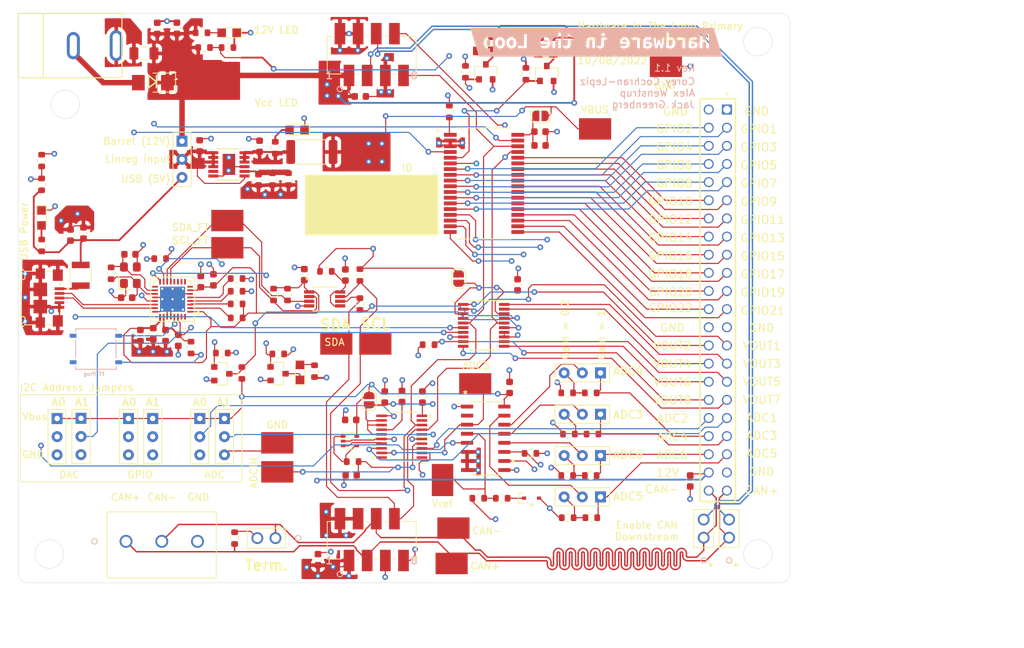
<source format=kicad_pcb>
(kicad_pcb (version 20211014) (generator pcbnew)
  (layers (0 "F.Cu" signal) (1 "In1.Cu" power) (2 "In2.Cu" signal) (31 "B.Cu" signal) (34 "B.Paste" user) (35 "F.Paste" user) (36 "B.SilkS" user "B.Silkscreen") (37 "F.SilkS" user "F.Silkscreen") (38 "B.Mask" user) (39 "F.Mask" user) (44 "Edge.Cuts" user))
  (net 0 "")
  (net 1 "+5V")
  (net 2 "GND")
  (net 3 "+12V")
  (net 4 "+3V3")
  (net 5 "VBUS")
  (net 6 "Net-(D1-Pad2)")
  (net 7 "Net-(D3-Pad2)")
  (net 8 "Net-(D4-Pad2)")
  (net 9 "Net-(D4-Pad1)")
  (net 10 "Net-(D5-Pad1)")
  (net 11 "Net-(D5-Pad2)")
  (net 12 "/ADC Circuitry/Analog-MUX3")
  (net 13 "/ADC Circuitry/Analog-MUX1")
  (net 14 "/ADC Circuitry/Analog-MUX2")
  (net 15 "/ADC Circuitry/Analog-MUX4")
  (net 16 "/ADC Circuitry/ADC3")
  (net 17 "/USB->I2C/D+")
  (net 18 "/VBus Power/Lin-IN")
  (net 19 "/USB->I2C/D-")
  (net 20 "/Connectors/SCL")
  (net 21 "Net-(C3-Pad1)")
  (net 22 "Net-(C7-Pad1)")
  (net 23 "Net-(C22-Pad1)")
  (net 24 "Net-(D6-Pad1)")
  (net 25 "Net-(D6-Pad2)")
  (net 26 "Net-(D7-Pad1)")
  (net 27 "Net-(F1-Pad2)")
  (net 28 "Net-(F2-Pad1)")
  (net 29 "/Connectors/SDA")
  (net 30 "/Connectors/CAN_AWAY-")
  (net 31 "Net-(R3-Pad1)")
  (net 32 "Net-(R5-Pad1)")
  (net 33 "Net-(R6-Pad1)")
  (net 34 "/Connectors/CAN_AWAY+")
  (net 35 "Net-(R11-Pad2)")
  (net 36 "Net-(R20-Pad1)")
  (net 37 "/Connectors/CAN_N")
  (net 38 "/Connectors/CAN_P")
  (net 39 "/USB->I2C/FT-VPP")
  (net 40 "Net-(J6-Pad2)")
  (net 41 "/GPIO/GPIO-AD0")
  (net 42 "/GPIO/GPIO-AD1")
  (net 43 "/DAC/DAC-A0")
  (net 44 "/DAC/DAC-A1")
  (net 45 "Net-(D8-Pad2)")
  (net 46 "Net-(C17-Pad1)")
  (net 47 "Net-(C18-Pad1)")
  (net 48 "Net-(C20-Pad1)")
  (net 49 "/ADC Circuitry/ADCIN")
  (net 50 "Net-(C27-Pad1)")
  (net 51 "Net-(C28-Pad1)")
  (net 52 "/ADC Circuitry/ADC-CA0")
  (net 53 "/ADC Circuitry/ADC-CA1")
  (net 54 "/ADC Circuitry/ADC6")
  (net 55 "/ADC Circuitry/ADC5")
  (net 56 "/ADC Circuitry/ADC4")
  (net 57 "/ADC Circuitry/ADC2")
  (net 58 "/ADC Circuitry/ADC1")
  (net 59 "Net-(J16-Pad3)")
  (net 60 "Net-(J17-Pad3)")
  (net 61 "Net-(J18-Pad3)")
  (net 62 "Net-(J19-Pad3)")
  (net 63 "/ADC Circuitry/Analog-MUX8")
  (net 64 "Net-(R30-Pad2)")
  (net 65 "Net-(U6-Pad7)")
  (net 66 "/Connectors/DAC8")
  (net 67 "/Connectors/DAC7")
  (net 68 "/Connectors/DAC6")
  (net 69 "/Connectors/DAC5")
  (net 70 "/Connectors/DAC4")
  (net 71 "/Connectors/DAC3")
  (net 72 "/Connectors/DAC2")
  (net 73 "/Connectors/DAC1")
  (net 74 "/Connectors/GPIO23")
  (net 75 "/Connectors/GPIO22")
  (net 76 "/Connectors/GPIO25")
  (net 77 "/Connectors/GPIO24")
  (net 78 "/Connectors/GPIO27")
  (net 79 "/Connectors/GPIO26")
  (net 80 "/Connectors/GPIO7")
  (net 81 "/Connectors/GPIO28")
  (net 82 "/Connectors/GPIO6")
  (net 83 "/Connectors/GPIO29")
  (net 84 "/Connectors/GPIO5")
  (net 85 "/Connectors/GPIO30")
  (net 86 "/Connectors/GPIO4")
  (net 87 "/Connectors/GPIO31")
  (net 88 "/Connectors/GPIO16")
  (net 89 "/Connectors/GPIO17")
  (net 90 "/Connectors/GPIO11")
  (net 91 "/Connectors/GPIO15")
  (net 92 "/Connectors/GPIO10")
  (net 93 "/Connectors/GPIO14")
  (net 94 "/Connectors/GPIO9")
  (net 95 "/Connectors/GPIO13")
  (net 96 "/DAC/DAC-LDAC")
  (net 97 "Net-(Q2-Pad1)")
  (net 98 "/ADC Circuitry/Analog-MUX6")
  (net 99 "/ADC Circuitry/ADC7")
  (net 100 "Net-(R10-Pad1)")
  (net 101 "/USB->I2C/SDA")
  (net 102 "/USB->I2C/SCL")
  (net 103 "/ADC Circuitry/ADC_SELF_TEST")
  (net 104 "/ADC Circuitry/ADC_MUX")
  (net 113 "/Connectors/GPIO8")
  (net 114 "/Connectors/GPIO12")
  (net 115 "/Connectors/GPIO18")
  (net 116 "/Connectors/GPIO19")
  (net 117 "/Connectors/GPIO20")
  (net 118 "/Connectors/GPIO21")
  (net 124 "Net-(Q1-Pad3)")
  (net 127 "Net-(R401-Pad2)")
  (net 128 "Net-(C16-Pad1)")
  (footprint "OEM:C_0603" (layer "F.Cu") (at 79.91602 65.53454 90)
    (fp_text reference "C2" hide)
    (fp_text value "0u1F" hide)
  )
  (footprint "OEM:C_0603" (layer "F.Cu") (at 94.7928 36.576 90)
    (fp_text reference "C6" hide)
    (fp_text value "10uF_35V" hide)
  )
  (footprint "OEM:C_0603" (layer "F.Cu") (at 118.364 71.12 90)
    (fp_text reference "C16" hide)
    (fp_text value "0u1F" hide)
  )
  (footprint "OEM:C_0603" (layer "F.Cu") (at 129.1404 88.20036 90)
    (fp_text reference "C20" hide)
    (fp_text value "10uF_35V" hide)
  )
  (footprint "OEM:CHIPLED_0805" (layer "F.Cu") (at 75.8571 63.1317 -90)
    (fp_text reference "D1" hide)
    (fp_text value "LED_WHITE" hide)
  )
  (footprint "OEM:CHIPLED_0805" (layer "F.Cu") (at 112.014 84.752 90)
    (fp_text reference "D4" hide)
    (fp_text value "LED_BLUE" hide)
  )
  (footprint "footprints:TE_1981568-1" (layer "F.Cu") (at 75.692 74.3458 -90)
    (fp_text reference "J1" hide)
    (fp_text value "USB-Micro-1981568-1")
  )
  (footprint "OEM:R_0603" (layer "F.Cu") (at 103.16 77.13)
    (fp_text reference "R3" hide)
    (fp_text value "10KR" hide)
  )
  (footprint "OEM:R_0603" (layer "F.Cu") (at 103.154 75.174)
    (fp_text reference "R5" hide)
    (fp_text value "10KR" hide)
  )
  (footprint "OEM:R_0603" (layer "F.Cu") (at 103.154 73.396)
    (fp_text reference "R10" hide)
    (fp_text value "0R" hide)
  )
  (footprint "OEM:R_0603" (layer "F.Cu") (at 108.975 82.175)
    (fp_text reference "R15" hide)
    (fp_text value "10KR" hide)
  )
  (footprint "OEM:R_0603" (layer "F.Cu") (at 103.154 71.618 180)
    (fp_text reference "R11" hide)
    (fp_text value "0R" hide)
  )
  (footprint "OEM:R_0603" (layer "F.Cu") (at 101.0793 82.042)
    (fp_text reference "R13" hide)
    (fp_text value "10KR" hide)
  )
  (footprint "OEM:R_0603" (layer "F.Cu") (at 114.046 84.582 90)
    (fp_text reference "R18" hide)
    (fp_text value "3KR" hide)
  )
  (footprint "OEM:R_0603" (layer "F.Cu") (at 103.886 84.836 90)
    (fp_text reference "R17" hide)
    (fp_text value "10KR" hide)
  )
  (footprint "OEM:R_0603" (layer "F.Cu") (at 75.8698 58.4327 90)
    (fp_text reference "R1" hide)
    (fp_text value "12KR" hide)
  )
  (footprint "OEM:R_0603" (layer "F.Cu") (at 75.8825 55.1053 -90)
    (fp_text reference "R2" hide)
    (fp_text value "3KR" hide)
  )
  (footprint "OEM:R_0603" (layer "F.Cu") (at 92.456 68.834)
    (fp_text reference "R6" hide)
    (fp_text value "12KR" hide)
  )
  (footprint "OEM:R_0603" (layer "F.Cu") (at 101.8769 39.2811)
    (fp_text reference "R9" hide)
    (fp_text value "3KR" hide)
  )
  (footprint "OEM:R_0603" (layer "F.Cu") (at 144.2534 96.0896)
    (fp_text reference "R31" hide)
    (fp_text value "10KR" hide)
  )
  (footprint "OEM:R_0603" (layer "F.Cu") (at 149.4604 105.09644 180)
    (fp_text reference "R33" hide)
    (fp_text value "3KR" hide)
  )
  (footprint "OEM:R_0603" (layer "F.Cu") (at 152.92496 93.38704 180)
    (fp_text reference "R34" hide)
    (fp_text value "12KR" hide)
  )
  (footprint "OEM:R_0603" (layer "F.Cu") (at 149.6255 93.38704 180)
    (fp_text reference "R35" hide)
    (fp_text value "3KR" hide)
  )
  (footprint "OEM:R_0603" (layer "F.Cu") (at 152.68366 87.62378 180)
    (fp_text reference "R36" hide)
    (fp_text value "12KR" hide)
  )
  (footprint "OEM:R_0603" (layer "F.Cu") (at 149.3842 87.62378 180)
    (fp_text reference "R37" hide)
    (fp_text value "3KR" hide)
  )
  (footprint "OEM:R_0603" (layer "F.Cu") (at 152.68366 99.18586 180)
    (fp_text reference "R38" hide)
    (fp_text value "12KR" hide)
  )
  (footprint "footprints:barrel_jack_PJ-037A" (layer "F.Cu") (at 86.3092 39.0144)
    (fp_text reference "J2" hide)
    (fp_text value "Barrel_Jack")
  )
  (footprint "OEM:C_0603" (layer "F.Cu") (at 114.53622 110.96244 90)
    (fp_text reference "C4" hide)
    (fp_text value "10uF_35V" hide)
  )
  (footprint "OEM:C_0603" (layer "F.Cu") (at 120.45 46.125)
    (fp_text reference "C12" hide)
    (fp_text value "10uF_35V" hide)
  )
  (footprint "OEM:C_0603" (layer "F.Cu") (at 123.8699 88.20112 90)
    (fp_text reference "C21" hide)
    (fp_text value "2u2F" hide)
  )
  (footprint "OEM:C_0603" (layer "F.Cu") (at 99.91 71.8 90)
    (fp_text reference "C10" hide)
    (fp_text value "4u7F" hide)
  )
  (footprint "OEM:C_0603" (layer "F.Cu") (at 98.132 72.054 90)
    (fp_text reference "C11" hide)
    (fp_text value "0u1F" hide)
  )
  (footprint "OEM:C_0603" (layer "F.Cu") (at 93.211 79.6 -90)
    (fp_text reference "C13" hide)
    (fp_text value "4u7F" hide)
  )
  (footprint "OEM:C_0603" (layer "F.Cu") (at 94.989 80.264 -90)
    (fp_text reference "C14" hide)
    (fp_text value "0u1F" hide)
  )
  (footprint "footprints:Fuse_1210" (layer "F.Cu") (at 81.3435 71.1581 -90)
    (fp_text reference "F1" hide)
    (fp_text value "F_500mA_16V" hide)
  )
  (footprint "OEM:R_0603" (layer "F.Cu") (at 108.32 73.86 -90)
    (fp_text reference "R12" hide)
    (fp_text value "8K06R" hide)
  )
  (footprint "OEM:R_0603" (layer "F.Cu") (at 110.27 73.86 -90)
    (fp_text reference "R14" hide)
    (fp_text value "8K06R" hide)
  )
  (footprint "OEM:R_0603" (layer "F.Cu") (at 120.396 71.12 -90)
    (fp_text reference "R21" hide)
    (fp_text value "8K06R" hide)
  )
  (footprint "OEM:R_0603" (layer "F.Cu") (at 120.396 75.184 90)
    (fp_text reference "R22" hide)
    (fp_text value "8K06R" hide)
  )
  (footprint "OEM:R_0603" (layer "F.Cu") (at 149.3842 99.18586 180)
    (fp_text reference "R39" hide)
    (fp_text value "3KR" hide)
  )
  (footprint "OEM:R_0603" (layer "F.Cu") (at 108.1659 57.7088 -90)
    (fp_text reference "R40" hide)
    (fp_text value "33K2R" hide)
  )
  (footprint "OEM:R_0603" (layer "F.Cu") (at 75.8825 66.9798 90)
    (fp_text reference "R47" hide)
    (fp_text value "1KR" hide)
  )
  (footprint "OEM:C_0603" (layer "F.Cu") (at 119.1074 91.4033)
    (fp_text reference "C23" hide)
    (fp_text value "1uF" hide)
  )
  (footprint "OEM:C_0603" (layer "F.Cu") (at 126.2829 88.12162 90)
    (fp_text reference "C22" hide)
    (fp_text value "1uF" hide)
  )
  (footprint "OEM:C_0603" (layer "F.Cu") (at 141.3324 86.8567 90)
    (fp_text reference "C25" hide)
    (fp_text value "0u1F" hide)
  )
  (footprint "OEM:C_0603" (layer "F.Cu") (at 97.9805 53.0352 90)
    (fp_text reference "C26" hide)
    (fp_text value "4u7F" hide)
  )
  (footprint "OEM:C_0603" (layer "F.Cu") (at 106.3625 53.0987 90)
    (fp_text reference "C27" hide)
    (fp_text value "10uF_35V" hide)
  )
  (footprint "footprints:PinHeader_1x03_P2.54mm_Vertical" (layer "F.Cu") (at 95.5167 52.3875)
    (fp_text reference "J20" hide)
    (fp_text value "CONN_01X03")
  )
  (footprint "OEM:R_0603" (layer "F.Cu") (at 108.55805 53.2987 90)
    (fp_text reference "R42" hide)
    (fp_text value "330R" hide)
  )
  (footprint "Package_TO_SOT_SMD:SOT-353_SC-70-5" (layer "F.Cu") (at 119.0058 94.3751)
    (fp_text reference "U7" hide)
    (fp_text value "MCP6001")
  )
  (footprint "footprints:MSOP-12_MSE" (layer "F.Cu") (at 102.0699 55.6387)
    (fp_text reference "U9" hide)
    (fp_text value "LT3045")
  )
  (footprint "OEM:C_0603" (layer "F.Cu") (at 166.6 99.95 -90)
    (fp_text reference "C29" hide)
    (fp_text value "10uF_35V" hide)
  )
  (footprint "footprints:pinheader_1x2" (layer "F.Cu") (at 168.4775 107.893 90)
    (fp_text reference "J13" hide)
    (fp_text value "CONN_01x02" hide)
  )
  (footprint "OEM:CHIPLED_0805" (layer "F.Cu") (at 111.5949 50.8254 180)
    (fp_text reference "D8" hide)
    (fp_text value "LED_WHITE" hide)
  )
  (footprint "OEM:C_0603" (layer "F.Cu") (at 87.775 74.3 180)
    (fp_text reference "C3" hide)
    (fp_text value "30pF" hide)
  )
  (footprint "OEM:R_0603" (layer "F.Cu") (at 85.598 70.8787 -90)
    (fp_text reference "R4" hide)
    (fp_text value "1MR" hide)
  )
  (footprint "OEM:ECX-32" (layer "F.Cu") (at 88.29 71.15 90)
    (fp_text reference "Y1" hide)
    (fp_text value "Crystal_12MHz_20pF")
  )
  (footprint "OEM:C_0603" (layer "F.Cu") (at 88.2269 68.2244)
    (fp_text reference "C7" hide)
    (fp_text value "30pF" hide)
  )
  (footprint "OEM:C_0603" (layer "F.Cu") (at 92.0496 36.5887 90)
    (fp_text reference "C5" hide)
    (fp_text value "10uF_35V" hide)
  )
  (footprint "footprints:Fuse_1206" (layer "F.Cu") (at 90.1857 40.1066)
    (fp_text reference "F2" hide)
    (fp_text value "F_1500mA_63V")
  )
  (footprint "OEM:R_0603" (layer "F.Cu") (at 98.2447 37.211)
    (fp_text reference "R7" hide)
    (fp_text value "3KR" hide)
  )
  (footprint "OEM:R_0603" (layer "F.Cu") (at 98.6028 39.2811)
    (fp_text reference "R8" hide)
    (fp_text value "12KR" hide)
  )
  (footprint "OEM:CHIPLED_0805" (layer "F.Cu") (at 102.108 37.211 180)
    (fp_text reference "D3" hide)
    (fp_text value "LED_WHITE" hide)
  )
  (footprint "OEM:R_0603" (layer "F.Cu") (at 110.4011 57.6961 -90)
    (fp_text reference "R41" hide)
    (fp_text value "49K9R" hide)
  )
  (footprint "OEM:C_0603" (layer "F.Cu") (at 106.2101 57.7978 -90)
    (fp_text reference "C28" hide)
    (fp_text value "1uF" hide)
  )
  (footprint "Resistor_SMD:R_2512_6332Metric" (layer "F.Cu") (at 113.6777 53.8988 180)
    (fp_text reference "R43" hide)
    (fp_text value "0R_2512")
  )
  (footprint "footprints:PinHeader_1x03_P2.54mm_Vertical" (layer "F.Cu") (at 91.4146 91.2114)
    (fp_text reference "J8" hide)
    (fp_text value "CONN_01X03")
  )
  (footprint "footprints:PinHeader_1x03_P2.54mm_Vertical" (layer "F.Cu") (at 88.01989 91.2114)
    (fp_text reference "J7" hide)
    (fp_text value "CONN_01X03")
  )
  (footprint "OEM:CHIPLED_0805" (layer "F.Cu") (at 146.38954 40.06228 180)
    (fp_text reference "D5" hide)
    (fp_text value "LED_ORANGE" hide)
  )
  (footprint "OEM:C_0603" (layer "F.Cu") (at 145.57928 51.0554)
    (fp_text reference "C19" hide)
    (fp_text value "10uF_35V" hide)
  )
  (footprint "OEM:SOT-23F" (layer "F.Cu") (at 138.01262 42.6861 90)
    (fp_text reference "Q4" hide)
    (fp_text value "SSM3K333R" hide)
  )
  (footprint "OEM:SOT-23F" (layer "F.Cu") (at 146.53432 42.90962 90)
    (fp_text reference "Q3" hide)
    (fp_text value "SSM3K333R" hide)
  )
  (footprint "OEM:C_0603" (layer "F.Cu") (at 145.59198 52.98834)
    (fp_text reference "C18" hide)
    (fp_text value "0u1F" hide)
  )
  (footprint "OEM:R_0603" (layer "F.Cu") (at 130.004 80.875)
    (fp_text reference "R23" hide)
    (fp_text value "1KR" hide)
  )
  (footprint "OEM:R_0603" (layer "F.Cu") (at 132.90722 48.24108 90)
    (fp_text reference "R20" hide)
    (fp_text value "39KR" hide)
  )
  (footprint "OEM:R_0603" (layer "F.Cu") (at 143.61586 42.95788 90)
    (fp_text reference "R24" hide)
    (fp_text value "10KR" hide)
  )
  (footprint "footprints:PinHeader_1x03_P2.54mm_Vertical" (layer "F.Cu") (at 78.0415 91.2114)
    (fp_text reference "J9" hide)
    (fp_text value "CONN_01X03")
  )
  (footprint "footprints:SOP80P1030X264-36N" (layer "F.Cu") (at 137.7554 58.3009)
    (fp_text reference "U5" hide)
    (fp_text value "MAX7300AAXT")
  )
  (footprint "OEM:R_0603" (layer "F.Cu") (at 137.92626 37.75088 180)
    (fp_text reference "R27" hide)
    (fp_text value "3KR" hide)
  )
  (footprint "footprints:PinHeader_1x03_P2.54mm_Vertical" (layer "F.Cu") (at 81.3816 91.186)
    (fp_text reference "J10" hide)
    (fp_text value "CONN_01X03")
  )
  (footprint "footprints:PinHeader_1x03_P2.54mm_Vertical" (layer "F.Cu") (at 97.99828 91.2114)
    (fp_text reference "J11" hide)
    (fp_text value "CONN_01X03")
  )
  (footprint "footprints:PinHeader_1x03_P2.54mm_Vertical" (layer "F.Cu") (at 101.4476 91.2114)
    (fp_text reference "J12" hide)
    (fp_text value "CONN_01X03")
  )
  (footprint "footprints:PinHeader_1x03_P2.54mm_Vertical" (layer "F.Cu") (at 154.04764 96.394986 -90)
    (fp_text reference "J19" hide)
    (fp_text value "CONN_01X03")
  )
  (footprint "footprints:PinHeader_1x03_P2.54mm_Vertical" (layer "F.Cu") (at 154.04764 84.82304 -90)
    (fp_text reference "J18" hide)
    (fp_text value "CONN_01X03")
  )
  (footprint "footprints:PinHeader_1x03_P2.54mm_Vertical" (layer "F.Cu") (at 154.04764 90.609013 -90)
    (fp_text reference "J17" hide)
    (fp_text value "CONN_01X03")
  )
  (footprint "footprints:PinHeader_1x03_P2.54mm_Vertical" (layer "F.Cu") (at 154.04764 102.18096 -90)
    (fp_text reference "J16" hide)
    (fp_text value "CONN_01X03")
  )
  (footprint "OEM:C_0603" (layer "F.Cu") (at 119.1742 99.1249 180)
    (fp_text reference "C24" hide)
    (fp_text value "30pF" hide)
  )
  (footprint "OEM:R_0603" (layer "F.Cu") (at 119.3868 97.2453 180)
    (fp_text reference "R30" hide)
    (fp_text value "1KR" hide)
  )
  (footprint "footprints:AD7091R-5BRUZ" (layer "F.Cu") (at 126.2448 93.7528)
    (fp_text reference "U6" hide)
    (fp_text value "AD7091R-5BRUZ" hide)
  )
  (footprint "footprints:74HCT4051D" (layer "F.Cu") (at 137.9923 93.9814)
    (fp_text reference "U8" hide)
    (fp_text value "74HCT4051D" hide)
  )
  (footprint "OEM:R_0603" (layer "F.Cu") (at 140.2299 102.37338)
    (fp_text reference "R29" hide)
    (fp_text value "10KR" hide)
  )
  (footprint "OEM:R_0603" (layer "F.Cu") (at 136.94822 102.37338)
    (fp_text reference "R28" hide)
    (fp_text value "10KR" hide)
  )
  (footprint "footprints:SOD-323" (layer "F.Cu") (at 144.4082 102.3556)
    (fp_text reference "D7" hide)
    (fp_text value "GDZ2V0B-G3-08" hide)
  )
  (footprint "OEM:R_0603" (layer "F.Cu") (at 135.16274 42.67594 90)
    (fp_text reference "R26" hide)
    (fp_text value "10KR" hide)
  )
  (footprint "OEM:CHIPLED_0805" (layer "F.Cu") (at 137.86022 39.76002 180)
    (fp_text reference "D6" hide)
    (fp_text value "LED_ORANGE" hide)
  )
  (footprint "OEM:R_0603" (layer "F.Cu") (at 146.53432 37.89058 180)
    (fp_text reference "R25" hide)
    (fp_text value "3KR" hide)
  )
  (footprint "OEM:C_0603" (layer "F.Cu") (at 81.72958 65.2399 90)
    (fp_text reference "C1" hide)
    (fp_text value "4u7F" hide)
  )
  (footprint "OEM:C_0603" (layer "F.Cu") (at 91.491 79.34 -90)
    (fp_text reference "C9" hide)
    (fp_text value "0u1F" hide)
  )
  (footprint "OEM:C_0603" (layer "F.Cu") (at 89.69268 79.594 -90)
    (fp_text reference "C8" hide)
    (fp_text value "4u7F" hide)
  )
  (footprint "OEM:SOT-23F" (layer "F.Cu") (at 108.9492 84.9351)
    (fp_text reference "Q2" hide)
    (fp_text value "SSM3K333R" hide)
  )
  (footprint "OEM:SOT-23F" (layer "F.Cu") (at 101.0793 84.9503)
    (fp_text reference "Q1" hide)
    (fp_text value "SSM3K333R" hide)
  )
  (footprint "OEM:C_0603" (layer "F.Cu") (at 112.6236 71.0692 90)
    (fp_text reference "C15" hide)
    (fp_text value "4u7F" hide)
  )
  (footprint "OEM:R_0603" (layer "F.Cu") (at 115.636 70.612)
    (fp_text reference "R19" hide)
    (fp_text value "100KR" hide)
  )
  (footprint "footprints:SOP65P640X120-20N_AD" (layer "F.Cu") (at 137.7129 78.1699)
    (fp_text reference "U4" hide)
    (fp_text value "AD5675")
  )
  (footprint "OEM:C_0603" (layer "F.Cu") (at 142.45 72.493 90)
    (fp_text reference "C17" hide)
    (fp_text value "10uF_35V" hide)
  )
  (footprint "footprints:micromatch_female_vert_8_sm" (layer "F.Cu") (at 117.602 43.187874)
    (fp_text reference "J3" hide)
    (fp_text value "CONN_MM_F_VT_08_SM" hide)
  )
  (footprint "footprints:micromatch_female_vert_8_sm" (layer "F.Cu") (at 117.602 111.0869)
    (fp_text reference "J4" hide)
    (fp_text value "CONN_MM_F_VT_08_SM" hide)
  )
  (footprint "footprints:pinheader_1x2" (layer "F.Cu") (at 172.0335 107.893 90)
    (fp_text reference "J15" hide)
    (fp_text value "CONN_01x02" hide)
  )
  (footprint "footprints:SAMTEC_SSW-122-01-G-D" (layer "F.Cu") (at 171.725 47.9633 90)
    (fp_text reference "J14" hide)
    (fp_text value "SSW-122-01-G-D")
  )
  (footprint "OEM:R_0603" (layer "F.Cu") (at 152.75986 105.09644 180)
    (fp_text reference "R32" hide)
    (fp_text value "12KR" hide)
  )
  (footprint "footprints:Test_Point_SMD" (layer "F.Cu") (at 163.195 41.91)
    (fp_text reference "TP1" hide)
    (fp_text value "TP_SMD")
  )
  (footprint "footprints:Test_Point_SMD" (layer "F.Cu") (at 133.223 111.506 180)
    (fp_text reference "TP2" hide)
    (fp_text value "TP_SMD" hide)
  )
  (footprint "footprints:Test_Point_SMD" (layer "F.Cu") (at 133.477 106.553 180)
    (fp_text reference "TP3" hide)
    (fp_text value "TP_SMD" hide)
  )
  (footprint "footprints:Test_Point_SMD" (layer "F.Cu") (at 101.854 67.31)
    (fp_text reference "TP4" hide)
    (fp_text value "TP_SMD" hide)
  )
  (footprint "footprints:Test_Point_SMD" (layer "F.Cu") (at 101.854 63.5)
    (fp_text reference "TP5" hide)
    (fp_text value "TP_SMD" hide)
  )
  (footprint "footprints:Test_Point_SMD" (layer "F.Cu") (at 122.555 80.772)
    (fp_text reference "TP7" hide)
    (fp_text value "TP_SMD" hide)
  )
  (footprint "footprints:Test_Point_SMD" (layer "F.Cu") (at 108.839 94.615)
    (fp_text reference "TP8" hide)
    (fp_text value "TP_SMD" hide)
  )
  (footprint "footprints:Test_Point_SMD" (layer "F.Cu") (at 108.839 98.679)
    (fp_text reference "TP9" hide)
    (fp_text value "TP_SMD" hide)
  )
  (footprint "footprints:Test_Point_SMD" (layer "F.Cu") (at 131.953 99.822 90)
    (fp_text reference "TP10" hide)
    (fp_text value "TP_SMD" hide)
  )
  (footprint "footprints:Test_Point_SMD" (layer "F.Cu") (at 136.525 86.36)
    (fp_text reference "TP11" hide)
    (fp_text value "TP_SMD" hide)
  )
  (footprint "footprints:Test_Point_SMD" (layer "F.Cu") (at 153.289 50.673)
    (fp_text reference "TP12" hide)
    (fp_text value "TP_SMD" hide)
  )
  (footprint "footprints:Test_Point_SMD" (layer "F.Cu") (at 117.094 80.772)
    (fp_text reference "TP6" hide)
    (fp_text value "TP_SMD" hide)
  )
  (footprint "footprints:Micro8_PCA9517" (layer "F.Cu") (at 115.4684 74.4728)
    (fp_text reference "U1" hide)
    (fp_text value "PCA9517" hide)
  )
  (footprint "Package_DFN_QFN:VQFN-32-1EP_5x5mm_P0.5mm_EP3.5x3.5mm_ThermalVias" (layer "F.Cu") (at 94.19 74.51 180)
    (fp_text reference "U2" hide)
    (fp_text value "FT4222H")
  )
  (footprint "OEM:R_0603" (layer "F.Cu") (at 102.87 107.95 90)
    (fp_text reference "R16" hide)
    (fp_text value "120R" hide)
  )
  (footprint "footprints:DO-214AA" (layer "F.Cu") (at 91.44 44.196 180)
    (fp_text reference "D501" hide)
    (fp_text value "SMBJ5355B-TP" hide)
  )
  (footprint "footprints:ScrewPin_1x3" (layer "F.Cu") (at 87.6808 108.4072)
    (fp_text reference "J21" hide)
    (fp_text value "Screw_Terminal_01x03" hide)
  )
  (footprint "OEM:R_0603" (layer "F.Cu") (at 96.774 81.28 -90)
    (fp_text reference "R401" hide)
    (fp_text value "1KR" hide)
  )
  (footprint "Jumper:SolderJumper-2_P1.3mm_Open_RoundedPad1.0x1.5mm" (layer "F.Cu") (at 121.69 88.65 90)
    (fp_text reference "JP1" hide)
    (fp_text value "SolderJumper_2_Open")
  )
  (footprint "footprints:pinheader_1x2" (layer "F.Cu") (at 108.585 107.95 180)
    (fp_text reference "J6" hide)
    (fp_text value "CONN_01x02" hide)
  )
  (footprint "Jumper:SolderJumper-2_P1.3mm_Open_RoundedPad1.0x1.5mm" (layer "F.Cu") (at 134.2 71.625 90)
    (fp_text reference "JP3" hide)
    (fp_text value "SolderJumper_2_Open")
  )
  (footprint "Jumper:SolderJumper-2_P1.3mm_Open_RoundedPad1.0x1.5mm" (layer "F.Cu") (at 145.65 48.85)
    (fp_text reference "JP2" hide)
    (fp_text value "SolderJumper_2_Open")
  )
  (footprint "footprints:Button_PTS526" (layer "B.Cu") (at 83.4644 81.4832 180)
    (fp_text reference "SW1" hide)
    (fp_text value "SW_SPST" hide)
  )
  (footprint "kibuzzard-632DCC16" (layer "B.Cu") (at 153.4668 38.5318 180)
    (fp_text reference "kibuzzard-632DCC16" hide)
    (fp_text value "G***" hide)
  )
  (gr_line (start 91.09 71.41) (end 91.09 77.61) (layer "F.SilkS") (width 0.12))
  (gr_circle (center 97.79 76.454) (end 97.9678 76.454) (layer "F.SilkS") (width 0.1778) (fill solid))
  (gr_line (start 72.898 87.884) (end 103.886 87.884) (layer "F.SilkS") (width 0.12))
  (gr_line (start 97.29 71.41) (end 91.09 71.41) (layer "F.SilkS") (width 0.12))
  (gr_line (start 91.09 77.61) (end 97.29 77.61) (layer "F.SilkS") (width 0.12))
  (gr_line (start 97.29 77.61) (end 97.29 71.41) (layer "F.SilkS") (width 0.12))
  (gr_poly (pts (xy 112.776 65.532) (xy 112.776 57.15) (xy 131.318 57.15) (xy 131.318 65.532)) (layer "F.SilkS") (width 0.1) (fill solid))
  (gr_line (start 72.898 100.076) (end 72.898 87.884) (layer "F.SilkS") (width 0.12))
  (gr_line (start 103.886 87.884) (end 103.886 100.076) (layer "F.SilkS") (width 0.12))
  (gr_line (start 103.886 100.076) (end 72.898 100.076) (layer "F.SilkS") (width 0.12))
  (gr_line (start 179.2732 34.4932) (end 72.5932 34.4932) (layer "Edge.Cuts") (width 0.05))
  (gr_arc (start 179.2732 34.4932) (mid 180.171226 34.865174) (end 180.5432 35.7632) (layer "Edge.Cuts") (width 0.05))
  (gr_circle (center 79.1784 47.244) (end 81.1784 47.244) (layer "Edge.Cuts") (width 0.05) (fill none))
  (gr_line (start 179.2732 114.1984) (end 73.8632 114.1984) (layer "Edge.Cuts") (width 0.05))
  (gr_circle (center 176.054 110.1852) (end 178.054 110.1852) (layer "Edge.Cuts") (width 0.05) (fill none))
  (gr_line (start 180.5432 112.9284) (end 180.5432 35.7632) (layer "Edge.Cuts") (width 0.05))
  (gr_arc (start 73.8632 114.1984) (mid 72.965174 113.826426) (end 72.5932 112.9284) (layer "Edge.Cuts") (width 0.05))
  (gr_circle (center 76.9432 110.1852) (end 78.9432 110.1852) (layer "Edge.Cuts") (width 0.05) (fill none))
  (gr_line (start 72.5932 34.4932) (end 72.5932 112.9284) (layer "Edge.Cuts") (width 0.05))
  (gr_circle (center 176.054 38.4556) (end 178.054 38.4556) (layer "Edge.Cuts") (width 0.05) (fill none))
  (gr_arc (start 180.5432 112.9284) (mid 180.171226 113.826426) (end 179.2732 114.1984) (layer "Edge.Cuts") (width 0.05))
  (gr_text "Corey Cochran-Lepiz\nAlex Wenstrup\nJack Greenberg" (at 167.3606 45.6438) (layer "B.SilkS") (effects (font (size 1 1)) (justify left mirror)))
  (gr_text "FT Prog" (at 83.2104 84.9884) (layer "B.SilkS") (effects (font (size 0.5 0.5) (thickness 0.1)) (justify mirror)))
  (gr_text "Rev 1.1" (at 164.4142 42.1386) (layer "B.SilkS") (effects (font (size 1 1)) (justify mirror)))
  (gr_text "GPIO1" (at 178.85 50.690909) (layer "F.SilkS") (effects (font (size 1.143 1.143) (thickness 0.1524)) (justify right)))
  (gr_text "GPIO3" (at 178.85 53.231818) (layer "F.SilkS") (effects (font (size 1.143 1.143) (thickness 0.1524)) (justify right)))
  (gr_text "GPIO5" (at 178.85 55.772727) (layer "F.SilkS") (effects (font (size 1.143 1.143) (thickness 0.1524)) (justify right)))
  (gr_text "GPIO7" (at 178.85 58.313636) (layer "F.SilkS") (effects (font (size 1.143 1.143) (thickness 0.1524)) (justify right)))
  (gr_text "GPIO9" (at 178.85 60.854545) (layer "F.SilkS") (effects (font (size 1.143 1.143) (thickness 0.1524)) (justify right)))
  (gr_text "GPIO11" (at 179.938571 63.395454) (layer "F.SilkS") (effects (font (size 1.143 1.143) (thickness 0.1524)) (justify right)))
  (gr_text "GPIO13" (at 179.938571 65.936363) (layer "F.SilkS") (effects (font (size 1.143 1.143) (thickness 0.1524)) (justify right)))
  (gr_text "GPIO15" (at 179.938571 68.477272) (layer "F.SilkS") (effects (font (size 1.143 1.143) (thickness 0.1524)) (justify right)))
  (gr_text "GPIO17" (at 179.938571 71.018181) (layer "F.SilkS") (effects (font (size 1.143 1.143) (thickness 0.1524)) (justify right)))
  (gr_text "GPIO19" (at 179.938571 73.55909) (layer "F.SilkS") (effects (font (size 1.143 1.143) (thickness 0.1524)) (justify right)))
  (gr_text "GPIO21" (at 179.938571 76.1) (layer "F.SilkS") (effects (font (size 1.143 1.143) (thickness 0.1524)) (justify right)))
  (gr_text "GPIO22" (at 167.05 75.74) (layer "F.SilkS") (effects (font (size 1.143 1.143) (thickness 0.1524)) (justify right)))
  (gr_text "VOUT1" (at 179.375285 81.039375) (layer "F.SilkS") (effects (font (size 1.143 1.143) (thickness 0.1524)) (justify right)))
  (gr_text "VOUT3" (at 179.375285 83.55375) (layer "F.SilkS") (effects (font (size 1.143 1.143) (thickness 0.1524)) (justify right)))
  (gr_text "VOUT5" (at 179.375285 86.068125) (layer "F.SilkS") (effects (font (size 1.143 1.143) (thickness 0.1524)) (justify right)))
  (gr_text "VOUT7" (at 179.375285 88.5825) (layer "F.SilkS") (effects (font (size 1.143 1.143) (thickness 0.1524)) (justify right)))
  (gr_text "GND" (at 178.45 78.525) (layer "F.SilkS") (effects (font (size 1.143 1.143) (thickness 0.1524)) (justify right)))
  (gr_text "GND" (at 165.963 78.5) (layer "F.SilkS") (effects (font (size 1.143 1.143) (thickness 0.1524)) (justify right)))
  (gr_text "ADC1" (at 178.885428 91.096875) (layer "F.SilkS") (effects (font (size 1.143 1.143) (thickness 0.1524)) (justify right)))
  (gr_text "GND" (at 178.45 98.64) (layer "F.SilkS") (effects (font (size 1.143 1.143) (thickness 0.1524)) (justify right)))
  (gr_text "CAN+" (at 179.075928 101.3) (layer "F.SilkS") (effects (font (size 1.143 1.143) (thickness 0.1524)) (justify right)))
  (gr_text "ADC3" (at 178.885428 93.61125) (layer "F.SilkS") (effects (font (size 1.143 1.143) (thickness 0.1524)) (justify right)))
  (gr_text "ADC5" (at 178.885428 96.125625) (layer "F.SilkS") (effects (font (size 1.143 1.143) (thickness 0.1524)) (justify right)))
  (gr_text "VOUT8" (at 166.888285 88.652) (layer "F.SilkS") (effects (font (size 1.143 1.143) (thickness 0.1524)) (justify right)))
  (gr_text "VOUT2" (at 166.888285 81.038) (layer "F.SilkS") (effects (font (size 1.143 1.143) (thickness 0.1524)) (justify right)))
  (gr_text "VOUT6" (at 166.888285 86.114) (layer "F.SilkS") (effects (font (size 1.143 1.143) (thickness 0.1524)) (justify right)))
  (gr_text "VOUT4" (at 166.888285 83.576) (layer "F.SilkS") (effects (font (size 1.143 1.143) (thickness 0.1524)) (justify right)))
  (gr_text "ADC2" (at 166.398428 91.19) (layer "F.SilkS") (effects (font (size 1.143 1.143) (thickness 0.1524)) (justify right)))
  (gr_text "ADC6" (at 166.37 96.266) (layer "F.SilkS") (effects (font (size 1.143 1.143) (thickness 0.1524)) (justify right)))
  (gr_text "ADC4" (at 166.398428 93.728) (layer "F.SilkS") (effects (font (size 1.143 1.143) (thickness 0.1524)) (justify right)))
  (gr_text "GPIO6" (at 167.05 55.722727) (layer "F.SilkS") (effects (font (size 1.143 1.143) (thickness 0.1524)) (justify right)))
  (gr_text "GPIO16" (at 167.05 68.427272) (layer "F.SilkS") (effects (font (size 1.143 1.143) (thickness 0.1524)) (justify right)))
  (gr_text "GPIO10" (at 167.05 60.804545) (layer "F.SilkS") (effects (font (size 1.143 1.143) (thickness 0.1524)) (justify right)))
  (gr_text "GPIO4" (at 167.05 53.181818) (layer "F.SilkS") (effects (font (size 1.143 1.143) (thickness 0.1524)) (justify right)))
  (gr_text "GPIO8" (at 167.05 58.263636) (layer "F.SilkS") (effects (font (size 1.143 1.143) (thickness 0.1524)) (justify right)))
  (gr_text "GPIO2" (at 167.05 50.640909) (layer "F.SilkS") (effects (font (size 1.143 1.143) (thickness 0.1524)) (justify right)))
  (gr_text "GPIO12" (at 167.05 63.345454) (layer "F.SilkS") (effects (font (size 1.143 1.143) (thickness 0.1524)) (justify right)))
  (gr_text "GPIO14" (at 167.05 65.886363) (layer "F.SilkS") (effects (font (size 1.143 1.143) (thickness 0.1524)) (justify right)))
  (gr_text "GPIO20" (at 167.05 73.50909) (layer "F.SilkS") (effects (font (size 1.143 1.143) (thickness 0.1524)) (justify right)))
  (gr_text "GPIO18" (at 167.05 70.968181) (layer "F.SilkS") (effects (font (size 1.143 1.143) (thickness 0.1524)) (justify right)))
  (gr_text "GND" (at 177.73 48.2) (layer "F.SilkS") (effects (font (size 1.143 1.143) (thickness 0.1524)) (justify right)))
  (gr_text "GND" (at 166.37 48.26) (layer "F.SilkS") (effects (font (size 1.143 1.143) (thickness 0.1524)) (justify right)))
  (gr_text "12V" (at 165.1 98.806) (layer "F.SilkS") (effects (font (size 1.143 1.143) (thickness 0.1524)) (justify right)))
  (gr_text "CAN-" (at 165.1 101.092) (layer "F.SilkS") (effects (font (size 1.143 1.143) (thickness 0.1524)) (justify right)))
  (gr_text "Linreg input" (at 93.98 54.864) (layer "F.SilkS") (effects (font (size 1 1)) (justify right)))
  (gr_text "USB (5V)" (at 93.98 57.658) (layer "F.SilkS") (effects (font (size 1 1)) (justify right)))
  (gr_text "GPIO" (at 89.662 99.06) (layer "F.SilkS") (effects (font (size 1 1))))
  (gr_text "ADC" (at 100.076 99.06) (layer "F.SilkS") (effects (font (size 1 1))))
  (gr_text "12V LED" (at 108.712 36.83) (layer "F.SilkS") (effects (font (size 1 1))))
  (gr_text "Vcc LED" (at 108.712 46.99) (layer "F.SilkS") (effects (font (size 1 1))))
  (gr_text "A1" (at 81.534 88.9) (layer "F.SilkS") (effects (font (size 1.1 1.1) (thickness 0.18))))
  (gr_text "GND" (at 74.676 96.266) (layer "F.SilkS") (effects (font (size 1 1))))
  (gr_text "A0" (at 88.138 88.9) (layer "F.SilkS") (effects (font (size 1.1 1.1) (thickness 0.18))))
  (gr_text "A1" (at 91.44 88.9) (layer "F.SilkS") (effects (font (size 1.1 1.1) (thickness 0.18))))
  (gr_text "A0" (at 98.044 88.9) (layer "F.SilkS") (effects (font (size 1.1 1.1) (thickness 0.18))))
  (gr_text "A1" (at 101.346 88.9) (layer "F.SilkS") (effects (font (size 1.1 1.1) (thickness 0.18))))
  (gr_text "Gain = 0.2" (at 149.098 78.74 90) (layer "F.SilkS") (effects (font (size 1 1))))
  (gr_text "ADC4" (at 155.702 84.582) (layer "F.SilkS") (effects (font (size 1.1 1.1) (thickness 0.18)) (justify left)))
  (gr_text "ADC3" (at 155.702 90.678) (layer "F.SilkS") (effects (font (size 1.1 1.1) (thickness 0.18)) (justify left)))
  (gr_text "ADC6" (at 155.702 96.266) (layer "F.SilkS") (effects (font (size 1.1 1.1) (thickness 0.18)) (justify left)))
  (gr_text "ADC5" (at 155.702 102.108) (layer "F.SilkS") (effects (font (size 1.1 1.1) (thickness 0.18)) (justify left)))
  (gr_text "CAN-" (at 138.176 106.934) (layer "F.SilkS") (effects (font (size 1 1))))
  (gr_text "CAN+" (at 137.922 111.887) (layer "F.SilkS") (effects (font (size 1 1))))
  (gr_text "GND" (at 163.068 44.577) (layer "F.SilkS") (effects (font (size 1 1))))
  (gr_text "GND" (at 108.839 92.075) (layer "F.SilkS") (effects (font (size 1 1))))
  (gr_text "ADCIN" (at 105.537 98.806 90) (layer "F.SilkS") (effects (font (size 1 1))))
  (gr_text "ADC3" (at 136.652 83.82) (layer "F.SilkS") (effects (font (size 1 1))))
  (gr_text "Vref" (at 131.953 103.124) (layer "F.SilkS") (effects (font (size 1 1))))
  (gr_text "VBUS" (at 153.289 48.006) (layer "F.SilkS") (effects (font (size 1 1))))
  (gr_text "SDA" (at 116.84 80.518) (layer "F.SilkS") (effects (font (size 1 1))))
  (gr_text "SCL_FT" (at 96.7 66.27) (layer "F.SilkS") (effects (font (size 1 1))))
  (gr_text "SDA_FT" (at 96.71 64.46) (layer "F.SilkS") (effects (font (size 1 1))))
  (gr_text "Enable CAN\nDownstream" (at 160.528 106.934) (layer "F.SilkS") (effects (font (size 1 1))))
  (gr_text "ID" (at 127 56.134) (layer "F.SilkS") (effects (font (size 1 1))))
  (gr_text "SDA" (at 116.967 78.105) (layer "F.SilkS") (effects (font (size 1.5 1.5) (thickness 0.3))))
  (gr_text "USB Power" (at 73.406 65.024 90) (layer "F.SilkS") (effects (font (size 1 1))))
  (gr_text "I2C Address Jumpers" (at 80.772 86.868) (layer "F.SilkS") (effects (font (size 1 1))))
  (gr_text "Barrel (12V)" (at 93.98 52.3875) (layer "F.SilkS") (effects (font (size 1 1)) (justify right)))
  (gr_text "DAC" (at 79.756 99.06) (layer "F.SilkS") (effects (font (size 1 1))))
  (gr_text "SCL" (at 122.555 77.978) (layer "F.SilkS") (effects (font (size 1.5 1.5) (thickness 0.3))))
  (gr_text "Hardware In The Loop Primary\nOlin Electric Motorsports\nRev 1.1\n10/08/2022" (at 150.75 38.7) (layer "F.SilkS") (effects (font (size 1 1)) (justify left)))
  (gr_text "Gain = 1" (at 154.178 79.502 90) (layer "F.SilkS") (effects (font (size 1 1))))
  (gr_text "A0" (at 78.232 88.9) (layer "F.SilkS") (effects (font (size 1.1 1.1) (thickness 0.18))))
  (gr_text "Vbus" (at 74.93 90.932) (layer "F.SilkS") (effects (font (size 1 1))))
  (gr_text "CAN-" (at 92.71 102.235) (layer "F.SilkS") (effects (font (size 1 1))))
  (gr_text "Term." (at 107.315 111.76) (layer "F.SilkS") (effects (font (size 1.5 1.5) (thickness 0.3))))
  (gr_text "GND" (at 97.79 102.235) (layer "F.SilkS") (effects (font (size 1 1))))
  (gr_text "CAN+" (at 87.63 102.235) (layer "F.SilkS") (effects (font (size 1 1))))
  (segment (start 81.3435 66.62598) (end 81.72958 66.2399) (width 0.254) (layer "F.Cu") (net 1))
  (segment (start 78.30826 67.9298) (end 79.91602 66.32204) (width 0.254) (layer "F.Cu") (net 1))
  (segment (start 93.211 78.6) (end 94.1125 78.6) (width 0.254) (layer "F.Cu") (net 1))
  (segment (start 92.94 76.96) (end 92.94 78.329) (width 0.254) (layer "F.Cu") (net 1))
  (segment (start 74.7776 60.1749) (end 74.7776 67.1249) (width 0.254) (layer "F.Cu") (net 1))
  (segment (start 81.72958 66.2399) (end 79.99816 66.2399) (width 0.254) (layer "F.Cu") (net 1))
  (segment (start 95.25 77.851025) (end 95.25 79.2155) (width 0.1524) (layer "F.Cu") (net 1))
  (segment (start 86.7443 66.2399) (end 81.72958 66.2399) (width 0.254) (layer "F.Cu") (net 1))
  (segment (start 75.8825 67.9298) (end 78.30826 67.9298) (width 0.254) (layer "F.Cu") (net 1))
  (segment (start 79.99816 66.2399) (end 79.91602 66.32204) (width 0.254) (layer "F.Cu") (net 1))
  (segment (start 96.774 78.486) (end 95.7835 79.4765) (width 0.1524) (layer "F.Cu") (net 1))
  (segment (start 95.7835 79.4765) (end 94.989 79.4765) (width 0.1524) (layer "F.Cu") (net 1))
  (segment (start 95.5167 57.4675) (end 86.7443 66.2399) (width 0.254) (layer "F.Cu") (net 1))
  (segment (start 95.8425 80.33) (end 96.774 80.33) (width 0.1524) (layer "F.Cu") (net 1))
  (segment (start 81.3435 69.7081) (end 81.3435 66.62598) (width 0.254) (layer "F.Cu") (net 1))
  (segment (start 94.989 79.4765) (end 95.8425 80.33) (width 0.1524) (layer "F.Cu") (net 1))
  (segment (start 74.7776 67.1249) (end 75.5825 67.9298) (width 0.254) (layer "F.Cu") (net 1))
  (segment (start 94.1125 78.6) (end 94.989 79.4765) (width 0.254) (layer "F.Cu") (net 1))
  (segment (start 92.94 78.329) (end 93.211 78.6) (width 0.254) (layer "F.Cu") (net 1))
  (segment (start 95.25 79.2155) (end 94.989 79.4765) (width 0.1524) (layer "F.Cu") (net 1))
  (segment (start 75.5698 59.3827) (end 74.7776 60.1749) (width 0.254) (layer "F.Cu") (net 1))
  (segment (start 75.8698 59.3827) (end 75.5698 59.3827) (width 0.254) (layer "F.Cu") (net 1))
  (segment (start 94.94 77.541025) (end 95.25 77.851025) (width 0.1524) (layer "F.Cu") (net 1))
  (segment (start 75.5825 67.9298) (end 75.8825 67.9298) (width 0.254) (layer "F.Cu") (net 1))
  (segment (start 94.94 76.96) (end 94.94 77.541025) (width 0.1524) (layer "F.Cu") (net 1))
  (via (at 96.774 78.486) (size 0.8) (drill 0.4) (layers "F.Cu" "B.Cu") (net 1))
  (segment (start 93.4113 35.5887) (end 94.7801 35.5887) (width 0.254) (layer "F.Cu") (net 2))
  (segment (start 146.9488 103.7762) (end 148.26904 105.09644) (width 0.1524) (layer "F.Cu") (net 2))
  (segment (start 119.262234 94.22) (end 122.394198 94.22) (width 0.1524) (layer "F.Cu") (net 2))
  (segment (start 93.94 76.21) (end 94.19 75.96) (width 0.1524) (layer "F.Cu") (net 2))
  (segment (start 146.59198 51.0681) (end 146.57928 51.0554) (width 0.1524) (layer "F.Cu") (net 2))
  (segment (start 119.107134 94.3751) (end 119.262234 94.22) (width 0.1524) (layer "F.Cu") (net 2))
  (segment (start 129.1404 87.20036) (end 129.2654 87.20036) (width 0.1524) (layer "F.Cu") (net 2))
  (segment (start 126.2829 87.12162) (end 126.2829 85.8671) (width 0.1524) (layer "F.Cu") (net 2))
  (segment (start 129.0642 94.077801) (end 127.722199 94.077801) (width 0.1524) (layer "F.Cu") (net 2))
  (segment (start 147.4 91.81154) (end 147.4 91.775) (width 0.1524) (layer "F.Cu") (net 2))
  (segment (start 102.0293 82.042) (end 103.008 82.042) (width 0.1524) (layer "F.Cu") (net 2))
  (segment (start 92.0496 35.5887) (end 93.4113 35.5887) (width 0.254) (layer "F.Cu") (net 2))
  (segment (start 93.44 75.96) (end 94.19 75.96) (width 0.1524) (layer "F.Cu") (net 2))
  (segment (start 77.2183 62.0317) (end 77.75 61.5) (width 0.1524) (layer "F.Cu") (net 2))
  (segment (start 103.008 82.042) (end 103.075 81.975) (width 0.1524) (layer "F.Cu") (net 2))
  (segment (start 77.6447 54.1553) (end 77.65 54.15) (width 0.1524) (layer "F.Cu") (net 2))
  (segment (start 75.8825 54.1553) (end 77.6447 54.1553) (width 0.1524) (layer "F.Cu") (net 2))
  (segment (start 123.4254 94.077798) (end 125.127798 94.077798) (width 0.1524) (layer "F.Cu") (net 2))
  (segment (start 93.44 76.96) (end 93.44 75.96) (width 0.1524) (layer "F.Cu") (net 2))
  (segment (start 130.19076 86.275) (end 130.55 86.275) (width 0.1524) (layer "F.Cu") (net 2))
  (segment (start 148.6755 93.08704) (end 147.4 91.81154) (width 0.1524) (layer "F.Cu") (net 2))
  (segment (start 145.5282 102.3556) (end 146.9488 103.7762) (width 0.1524) (layer "F.Cu") (net 2))
  (segment (start 108.712 95.758) (end 101.981 95.758) (width 0.1524) (layer "F.Cu") (net 2))
  (segment (start 147.48432 43.95962) (end 147.48432 45.45932) (width 0.254) (layer "F.Cu") (net 2))
  (segment (start 111.268 70.0692) (end 111.252 70.0532) (width 0.1524) (layer "F.Cu") (net 2))
  (segment (start 111.7092 75.4888) (end 111.750201 75.447799) (width 0.1524) (layer "F.Cu") (net 2))
  (segment (start 111.075 81.6394) (end 111.075 81.525) (width 0.1524) (layer "F.Cu") (net 2))
  (segment (start 138.96262 45.16238) (end 138.95 45.175) (width 0.254) (layer "F.Cu") (net 2))
  (segment (start 98.132 69.6463) (end 98.15 69.6283) (width 0.1524) (layer "F.Cu") (net 2))
  (segment (start 93.406 68.534) (end 94.05 67.89) (width 0.1524) (layer "F.Cu") (net 2))
  (segment (start 99.1253 85.9003) (end 98.925 85.7) (width 0.1524) (layer "F.Cu") (net 2))
  (segment (start 101.981 95.758) (end 101.4476 96.2914) (width 0.1524) (layer "F.Cu") (net 2))
  (segment (start 132.90722 46.18222) (end 132.7 45.975) (width 0.1524) (layer "F.Cu") (net 2))
  (segment (start 166.6 100.95) (end 166.6 102.45) (width 0.1524) (layer "F.Cu") (net 2))
  (segment (start 118.364 68.814) (end 118.325 68.775) (width 0.1524) (layer "F.Cu") (net 2))
  (segment (start 105.089 37.211) (end 105.1 37.2) (width 0.254) (layer "F.Cu") (net 2))
  (segment (start 104.8987 52.0987) (end 104.85 52.05) (width 0.1524) (layer "F.Cu") (net 2))
  (segment (start 86.775 74.3) (end 86.1226 74.3) (width 0.1524) (layer "F.Cu") (net 2))
  (segment (start 129.2654 87.20036) (end 130.19076 86.275) (width 0.1524) (layer "F.Cu") (net 2))
  (segment (start 105.224 73.396) (end 105.23 73.39) (width 0.1524) (layer "F.Cu") (net 2))
  (segment (start 148.26904 105.09644) (end 148.5104 105.09644) (width 0.1524) (layer "F.Cu") (net 2))
  (segment (start 91.74 74.26) (end 93.94 74.26) (width 0.1524) (layer "F.Cu") (net 2))
  (segment (start 163.195 41.91) (end 166.624 41.91) (width 0.1524) (layer "F.Cu") (net 2))
  (segment (start 122.394198 94.22) (end 122.5364 94.077798) (width 0.1524) (layer "F.Cu") (net 2))
  (segment (start 102.236062 55.6387) (end 102.0699 55.6387) (width 0.1524) (layer "F.Cu") (net 2))
  (segment (start 118.1074 90.3542) (end 118.425 90.0366) (width 0.1524) (layer "F.Cu") (net 2))
  (segment (start 93.94 76.96) (end 93.94 76.21) (width 0.1524) (layer "F.Cu") (net 2))
  (segment (start 110.4184 82.296) (end 111.075 81.6394) (width 0.1524) (layer "F.Cu") (net 2))
  (segment (start 134.8429 79.7949) (end 133.0214 79.7949) (width 0.1524) (layer "F.Cu") (net 2))
  (segment (start 122.725 46.125) (end 123.375 45.475) (width 0.1524) (layer "F.Cu") (net 2))
  (segment (start 147.48432 45.45932) (end 147.55 45.525) (width 0.254) (layer "F.Cu") (net 2))
  (segment (start 99.91 70.19) (end 99.33 69.61) (width 0.1524) (layer "F.Cu") (net 2))
  (segment (start 93.406 68.834) (end 93.406 68.534) (width 0.1524) (layer "F.Cu") (net 2))
  (segment (start 98.132 71.2665) (end 98.132 69.6463) (width 0.1524) (layer "F.Cu") (net 2))
  (segment (start 89.0522 44.196) (end 84.4908 44.196) (width 0.762) (layer "F.Cu") (net 2))
  (segment (start 143.61586 41.21586) (end 143.3 40.9) (width 0.254) (layer "F.Cu") (net 2))
  (segment (start 133.0354 52.3009) (end 133.0354 53.1009) (width 0.1524) (layer "F.Cu") (net 2))
  (segment (start 102.8269 37.5921) (end 103.208 37.211) (width 0.254) (layer "F.Cu") (net 2))
  (segment (start 132.90722 47.29108) (end 132.90722 46.18222) (width 0.1524) (layer "F.Cu") (net 2))
  (segment (start 103.9415 73.396) (end 105.224 73.396) (width 0.1524) (layer "F.Cu") (net 2))
  (segment (start 105.0699 71.618) (end 105.2 71.7481) (width 0.1524) (layer "F.Cu") (net 2))
  (segment (start 146.59198 52.98834) (end 146.59198 51.0681) (width 0.1524) (layer "F.Cu") (net 2))
  (segment (start 78.367 77.3208) (end 78.142 77.5458) (width 0.1524) (layer "F.Cu") (net 2))
  (segment (start 147.9696 51.0554) (end 147.975 51.05) (width 0.1524) (layer "F.Cu") (net 2))
  (segment (start 148.4342 87.62378) (end 148.4342 86.5842) (width 0.1524) (layer "F.Cu") (net 2))
  (segment (start 141.3324 84.4824) (end 141.3 84.45) (width 0.1524) (layer "F.Cu") (net 2))
  (segment (start 75.8571 62.0317) (end 77.2183 62.0317) (width 0.1524) (layer "F.Cu") (net 2))
  (segment (start 80.3092 40.0144) (end 80.3092 39.0144) (width 0.762) (layer "F.Cu") (net 2))
  (segment (start 94.05 67.89) (end 94.05 67.475) (width 0.1524) (layer "F.Cu") (net 2))
  (segment (start 85.625 73.8024) (end 85.625 73.375) (width 0.1524) (layer "F.Cu") (net 2))
  (segment (start 99.5648 52.0352) (end 99.575 52.025) (width 0.1524) (layer "F.Cu") (net 2))
  (segment (start 94.996 81.0585) (end 94.989 81.0515) (width 0.254) (layer "F.Cu") (net 2))
  (segment (start 122.5364 94.077798) (end 123.4254 94.077798) (width 0.1524) (layer "F.Cu") (net 2))
  (segment (start 99.8855 57.2643) (end 101.2607 57.2643) (width 0.1524) (layer "F.Cu") (net 2))
  (segment (start 87.6428 73.9553) (end 87.265 74.3331) (width 0.1524) (layer "F.Cu") (net 2))
  (segment (start 84.4908 44.196) (end 80.3092 40.0144) (width 0.762) (layer "F.Cu") (net 2))
  (segment (start 102.8269 39.2811) (end 102.8269 37.5921) (width 0.254) (layer "F.Cu") (net 2))
  (segment (start 94.94 73.76) (end 94.19 74.51) (width 0.1524) (layer "F.Cu") (net 2))
  (segment (start 146.57928 51.0554) (end 147.9696 51.0554) (width 0.1524) (layer "F.Cu") (net 2))
  (segment (start 126.2829 85.8671) (end 126.325 85.825) (width 0.1524) (layer "F.Cu") (net 2))
  (segment (start 123.952 113.373) (end 123.925 113.4) (width 0.1524) (layer "F.Cu") (net 2))
  (segment (start 91.74 76.26) (end 92.44 76.26) (width 0.1524) (layer "F.Cu") (net 2))
  (segment (start 135.16274 40.56274) (end 135.125 40.525) (width 0.1524) (layer "F.Cu") (net 2))
  (segment (start 97.9805 52.0352) (end 99.5648 52.0352) (width 0.1524) (layer "F.Cu") (net 2))
  (segment (start 138.96262 43.7361) (end 138.96262 45.16238) (width 0.254) (layer "F.Cu") (net 2))
  (segment (start 102.561181 55.963819) (end 102.236062 55.6387) (width 0.1524) (layer "F.Cu") (net 2))
  (segment (start 142.45 71.493) (end 142.45 70.3) (width 0.1524) (layer "F.Cu") (net 2))
  (segment (start 93.94 74.26) (end 94.19 74.51) (width 0.1524) (layer "F.Cu") (net 2))
  (segment (start 112.6949 50.8254) (end 112.6949 49.2699) (width 0.1524) (layer "F.Cu") (net 2))
  (segment (start 114.53622 109.96244) (end 116.21256 109.96244) (width 0.1524) (layer "F.Cu") (net 2))
  (segment (start 79.91602 64.74704) (end 80.42316 64.2399) (width 0.1524) (layer "F.Cu") (net 2))
  (segment (start 118.1074 91.4033) (end 118.1074 90.3542) (width 0.1524) (layer "F.Cu") (net 2))
  (segment (start 135.16274 41.72594) (end 135.16274 40.56274) (width 0.1524) (layer "F.Cu") (net 2))
  (segment (start 145.4582 102.3556) (end 145.5282 102.3556) (width 0.1524) (layer "F.Cu") (net 2))
  (segment (start 148.4342 86.5842) (end 148 86.15) (width 0.1524) (layer "F.Cu") (net 2))
  (segment (start 118.1742 99.1249) (end 118.1742 100.5258) (width 0.1524) (layer "F.Cu") (net 2))
  (segment (start 106.6601 85.8851) (end 106.5 85.725) (width 0.1524) (layer "F.Cu") (net 2))
  (segment (start 89.2428 70.1597) (end 89.2428 68.2403) (width 0.1524) (layer "F.Cu") (net 2))
  (segment (start 118.364 70.12) (end 118.364 68.814) (width 0.1524) (layer "F.Cu") (net 2))
  (segment (start 107.8992 85.8851) (end 106.6601 85.8851) (width 0.1524) (layer "F.Cu") (net 2))
  (segment (start 103.208 37.211) (end 105.089 37.211) (width 0.254) (layer "F.Cu") (net 2))
  (segment (start 89.2428 68.2403) (end 89.2269 68.2244) (width 0.1524) (layer "F.Cu") (net 2))
  (segment (start 86.1226 74.3) (end 85.625 73.8024) (width 0.1524) (layer "F.Cu") (net 2))
  (segment (start 103.9415 71.618) (end 105.0699 71.618) (width 0.1524) (layer "F.Cu") (net 2))
  (segment (start 96.64 73.76) (end 94.94 73.76) (width 0.1524) (layer "F.Cu") (net 2))
  (segment (start 127.722199 94.077801) (end 127.7 94.1) (width 0.1524) (layer "F.Cu") (net 2))
  (segment (start 131.7991 52.3009) (end 131.45 52.65) (width 0.1524) (layer "F.Cu") (net 2))
  (segment (start 99.91 70.8) (end 99.91 70.19) (width 0.1524) (layer "F.Cu") (net 2))
  (segment (start 117.9058 94.3751) (end 119.107134 94.3751) (width 0.1524) (layer "F.Cu") (net 2))
  (segment (start 90.075 67.2513) (end 90.075 66.9) (width 0.1524) (layer "F.Cu") (net 2))
  (segment (start 133.0214 79.7949) (end 133 79.8163) (width 0.1524) (layer "F.Cu") (net 2))
  (segment (start 87.6428 72.3597) (end 87.6428 73.9553) (width 0.1524) (layer "F.Cu") (net 2))
  (segment (start 143.61586 42.00788) (end 143.61586 41.21586) (width 0.254) (layer "F.Cu") (net 2))
  (segment (start 121.45 46.125) (end 122.725 46.125) (width 0.1524) (layer "F.Cu") (net 2))
  (segment (start 111.750201 75.447799) (end 113.2967 75.447799) (width 0.1524) (layer "F.Cu") (net 2))
  (segment (start 94.996 82.296) (end 94.996 81.0585) (width 0.254) (layer "F.Cu") (net 2))
  (segment (start 140.5829 79.7949) (end 142.2051 79.7949) (width 0.1524) (layer "F.Cu") (net 2))
  (segment (start 133.0354 52.3009) (end 131.7991 52.3009) (width 0.1524) (layer "F.Cu") (net 2))
  (segment (start 123.8699 87.20112) (end 123.8699 85.9051) (width 0.1524) (layer "F.Cu") (net 2))
  (segment (start 100.0293 85.9003) (end 99.1253 85.9003) (width 0.1524) (layer "F.Cu") (net 2))
  (segment (start 148.6755 93.38704) (end 148.6755 93.08704) (width 0.1524) (layer "F.Cu") (net 2))
  (segment (start 89.2269 68.0994) (end 90.075 67.2513) (width 0.1524) (layer "F.Cu") (net 2))
  (segment (start 123.952 111.0869) (end 123.952 113.373) (width 0.1524) (layer "F.Cu") (net 2))
  (segment (start 118.1742 100.5258) (end 118.15 100.55) (width 0.1524) (layer "F.Cu") (net 2))
  (segment (start 101.2607 57.2643) (end 102.025 56.5) (width 0.1524) (layer "F.Cu") (net 2))
  (segment (start 112.6949 49.2699) (end 112.6 49.175) (width 0.1524) (layer "F.Cu") (net 2))
  (segment (start 142.45 70.3) (end 142.55 70.2) (width 0.1524) (layer "F.Cu") (net 2))
  (segment (start 116.21256 109.96244) (end 116.325 109.85) (width 0.1524) (layer "F.Cu") (net 2))
  (segment (start 148.4342 99.18586) (end 148.4342 98.88586) (width 0.1524) (layer "F.Cu") (net 2))
  (segment (start 147.62334 98.075) (end 147.15 98.075) (width 0.1524) (layer "F.Cu") (net 2))
  (segment (start 89.2269 68.2244) (end 89.2269 68.0994) (width 0.1524) (layer "F.Cu") (net 2))
  (segment (start 104.2543 55.963819) (end 102.561181 55.963819) (width 0.1524) (layer "F.Cu") (net 2))
  (segment (start 78.367 74.9958) (end 78.367 77.3208) (width 0.1524) (layer "F.Cu") (net 2))
  (segment (start 106.3625 52.0987) (end 104.8987 52.0987) (width 0.1524) (layer "F.Cu") (net 2))
  (segment (start 125.127798 94.077798) (end 125.175 94.125) (width 0.1524) (layer "F.Cu") (net 2))
  (segment (start 112.6236 70.0692) (end 111.268 70.0692) (width 0.1524) (layer "F.Cu") (net 2))
  (segment (start 92.44 76.26) (end 92.74 75.96) (width 0.1524) (layer "F.Cu") (net 2))
  (segment (start 80.42316 64.2399) (end 81.72958 64.2399) (width 0.1524) (layer "F.Cu") (net 2))
  (segment (start 109.916 82.296) (end 110.4184 82.296) (width 0.1524) (layer "F.Cu") (net 2))
  (segment (start 141.3324 85.8567) (end 141.3324 84.4824) (width 0.1524) (layer "F.Cu") (net 2))
  (segment (start 148.4342 98.88586) (end 147.62334 98.075) (width 0.1524) (layer "F.Cu") (net 2))
  (segment (start 166.6 102.45) (end 166.575 102.475) (width 0.1524) (layer "F.Cu") (net 2))
  (segment (start 123.8699 85.9051) (end 123.925 85.85) (width 0.1524) (layer "F.Cu") (net 2))
  (segment (start 140.5829 79.1449) (end 140.5829 79.7949) (width 0.1524) (layer "F.Cu") (net 2))
  (segment (start 142.2051 79.7949) (end 142.475 79.525) (width 0.1524) (layer "F.Cu") (net 2))
  (via (at 127.7 94.1) (size 0.8) (drill 0.4) (layers "F.Cu" "B.Cu") (net 2))
  (via (at 130.55 86.275) (size 0.8) (drill 0.4) (layers "F.Cu" "B.Cu") (net 2))
  (via (at 102.075 54.675) (size 0.8) (drill 0.4) (layers "F.Cu" "B.Cu") (net 2))
  (via (at 123.925 113.4) (size 0.8) (drill 0.4) (layers "F.Cu" "B.Cu") (net 2))
  (via (at 77.75 61.5) (size 0.8) (drill 0.4) (layers "F.Cu" "B.Cu") (net 2))
  (via (at 124.5 45.475) (size 0.8) (drill 0.4) (layers "F.Cu" "B.Cu") (net 2))
  (via (at 73.575 77.6) (size 0.8) (drill 0.4) (layers "F.Cu" "B.Cu") (net 2))
  (via (at 89.516 81.85) (size 0.8) (drill 0.4) (layers "F.Cu" "B.Cu") (net 2))
  (via (at 138.95 45.175) (size 0.8) (drill 0.4) (layers "F.Cu" "B.Cu") (net 2))
  (via (at 111.252 70.0532) (size 0.8) (drill 0.4) (layers "F.Cu" "B.Cu") (net 2))
  (via (at 166.575 102.475) (size 0.8) (drill 0.4) (layers "F.Cu" "B.Cu") (net 2))
  (via (at 91.457666 81.85) (size 0.8) (drill 0.4) (layers "F.Cu" "B.Cu") (net 2))
  (via (at 132.7 45.975) (size 0.8) (drill 0.4) (layers "F.Cu" "B.Cu") (net 2))
  (via (at 94.05 67.475) (size 0.8) (drill 0.4) (layers "F.Cu" "B.Cu") (net 2))
  (via (at 123.925 85.85) (size 0.8) (drill 0.4) (layers "F.Cu" "B.Cu") (net 2))
  (via (at 104.85 52.05) (size 0.8) (drill 0.4) (layers "F.Cu" "B.Cu") (net 2))
  (via (at 104.675 59.075) (size 0.8) (drill 0.4) (layers "F.Cu" "B.Cu") (net 2))
  (via (at 94.996 82.296) (size 0.8) (drill 0.4) (layers "F.Cu" "B.Cu") (net 2))
  (via (at 118.15 100.55) (size 0.8) (drill 0.4) (layers "F.Cu" "B.Cu") (net 2))
  (via (at 105.1 37.2) (size 0.8) (drill 0.4) (layers "F.Cu" "B.Cu") (net 2))
  (via (at 107.1 59.875) (size 0.8) (drill 0.4) (layers "F.Cu" "B.Cu") (net 2))
  (via (at 133 79.8163) (size 0.8) (drill 0.4) (layers "F.Cu" "B.Cu") (net 2))
  (via (at 77.65 54.15) (size 0.8) (drill 0.4) (layers "F.Cu" "B.Cu") (net 2))
  (via (at 142.475 79.525) (size 0.8) (drill 0.4) (layers "F.Cu" "B.Cu") (net 2))
  (via (at 73.575 74.2625) (size 0.8) (drill 0.4) (layers "F.Cu" "B.Cu") (net 2))
  (via (at 146.9488 103.7762) (size 0.8) (drill 0.4) (layers "F.Cu" "B.Cu") (net 2))
  (via (at 136.925 97.15) (size 0.8) (drill 0.4) (layers "F.Cu" "B.Cu") (net 2))
  (via (at 118.45 107.575) (size 0.8) (drill 0.4) (layers "F.Cu" "B.Cu") (net 2))
  (via (at 111.075 81.525) (size 0.8) (drill 0.4) (layers "F.Cu" "B.Cu") (net 2))
  (via (at 118.325 68.775) (size 0.8) (drill 0.4) (layers "F.Cu" "B.Cu") (net 2))
  (via (at 147.4 91.775) (size 0.8) (drill 0.4) (layers "F.Cu" "B.Cu") (net 2))
  (via (at 98.925 85.7) (size 0.8) (drill 0.4) (layers "F.Cu" "B.Cu") (net 2))
  (via (at 116.325 109.85) (size 0.8) (drill 0.4) (layers "F.Cu" "B.Cu") (net 2))
  (via (at 117.6 39.675) (size 0.8) (drill 0.4) (layers "F.Cu" "B.Cu") (net 2))
  (via (at 98.15 69.6283) (size 0.8) (drill 0.4) (layers "F.Cu" "B.Cu") (net 2))
  (via (at 105.2 71.7481) (size 0.8) (drill 0.4) (layers "F.Cu" "B.Cu") (net 2))
  (via (at 109.3 59.85) (size 0.8) (drill 0.4) (layers "F.Cu" "B.Cu") (net 2))
  (via (at 147.15 98.075) (size 0.8) (drill 0.4) (layers "F.Cu" "B.Cu") (net 2))
  (via (at 134.725 52.625) (size 0.8) (drill 0.4) (layers "F.Cu" "B.Cu") (net 2))
  (via (at 147.975 51.05) (size 0.8) (drill 0.4) (layers "F.Cu" "B.Cu") (net 2))
  (via (at 141.3 84.45) (size 0.8) (drill 0.4) (layers "F.Cu" "B.Cu") (net 2))
  (via (at 135.125 40.525) (size 0.8) (drill 0.4) (layers "F.Cu" "B.Cu") (net 2))
  (via (at 136.925 98.425) (size 0.8) (drill 0.4) (layers "F.Cu" "B.Cu") (net 2))
  (via (at 148 86.15) (size 0.8) (drill 0.4) (layers "F.Cu" "B.Cu") (net 2))
  (via (at 120.1 39.675) (size 0.8) (drill 0.4) (layers "F.Cu" "B.Cu") (net 2))
  (via (at 126.325 85.825) (size 0.8) (drill 0.4) (layers "F.Cu" "B.Cu") (net 2))
  (via (at 143.3 40.9) (size 0.8) (drill 0.4) (layers "F.Cu" "B.Cu") (net 2))
  (via (at 78.6 63.5) (size 0.8) (drill 0.4) (layers "F.Cu" "B.Cu") (net 2))
  (via (at 73.575 70.925) (size 0.8) (drill 0.4) (layers "F.Cu" "B.Cu") (net 2))
  (via (at 125.175 94.125) (size 0.8) (drill 0.4) (layers "F.Cu" "B.Cu") (net 2))
  (via (at 93.4113 35.5887) (size 0.8) (drill 0.4) (layers "F.Cu" "B.Cu") (net 2))
  (via (at 147.55 45.525) (size 0.8) (drill 0.4) (layers "F.Cu" "B.Cu") (net 2))
  (via (at 118.425 90.0366) (size 0.8) (drill 0.4) (layers "F.Cu" "B.Cu") (net 2))
  (via (at 99.33 69.61) (size 0.8) (drill 0.4) (layers "F.Cu" "B.Cu") (net 2))
  (via (at 99.575 52.025) (size 0.8) (drill 0.4) (layers "F.Cu" "B.Cu") (net 2))
  (via (at 102.025 56.5) (size 0.8) (drill 0.4) (layers "F.Cu" "B.Cu") (net 2))
  (via (at 166.624 41.91) (size 0.8) (drill 0.4) (layers "F.Cu" "B.Cu") (net 2))
  (via (at 124.175 40.775) (size 0.8) (drill 0.4) (layers "F.Cu" "B.Cu") (net 2))
  (via (at 115.675 104.275) (size 0.8) (drill 0.4) (layers "F.Cu" "B.Cu") (net 2))
  (via (at 142.55 70.2) (size 0.8) (drill 0.4) (layers "F.Cu" "B.Cu") (net 2))
  (via (at 131.45 52.65) (size 0.8) (drill 0.4) (layers "F.Cu" "B.Cu") (net 2))
  (via (at 112.6 49.175) (size 0.8) (drill 0.4) (layers "F.Cu" "B.Cu") (net 2))
  (via (at 136.925 95.875) (size 0.8) (drill 0.4) (layers "F.Cu" "B.Cu") (net 2))
  (via (at 80.9 62.55) (size 0.8) (drill 0.4) (layers "F.Cu" "B.Cu") (net 2))
  (via (at 123.375 45.475) (size 0.8) (drill 0.4) (layers "F.Cu" "B.Cu") (net 2))
  (via (at 77.225 76.175) (size 0.8) (drill 0.4) (layers "F.Cu" "B.Cu") (net 2))
  (via (at 118.872 37.338) (size 0.8) (drill 0.4) (layers "F.Cu" "B.Cu") (net 2))
  (via (at 111.7092 75.4888) (size 0.8) (drill 0.4) (layers "F.Cu" "B.Cu") (net 2))
  (via (at 93.399332 81.85) (size 0.8) (drill 0.4) (layers "F.Cu" "B.Cu") (net 2))
  (via (at 103.075 81.975) (size 0.8) (drill 0.4) (layers "F.Cu" "B.Cu") (net 2))
  (via (at 105.23 73.39) (size 0.8) (drill 0.4) (layers "F.Cu" "B.Cu") (net 2))
  (via (at 85.625 73.375) (size 0.8) (drill 0.4) (layers "F.Cu" "B.Cu") (net 2))
  (via (at 106.5 85.725) (size 0.8) (drill 0.4) (layers "F.Cu" "B.Cu") (net 2))
  (via (at 90.075 66.9) (size 0.8) (drill 0.4) (layers "F.Cu" "B.Cu") (net 2))
  (via (at 115.675 107.575) (size 0.8) (drill 0.4) (layers "F.Cu" "B.Cu") (net 2))
  (segment (start 116.63756 111.96244) (end 117.99646 111.96244) (width 0.1524) (layer "F.Cu") (net 3))
  (segment (start 138.87626 37.75088) (end 138.87626 37.45088) (width 0.254) (layer "F.Cu") (net 3))
  (segment (start 115.668 85.532) (end 115.725 85.475) (width 0.254) (layer "F.Cu") (net 3))
  (segment (start 140.07714 36.25) (end 149.075 36.25) (width 0.254) (layer "F.Cu") (net 3))
  (segment (start 150.06884 37.925) (end 150.03442 37.89058) (width 0.254) (layer "F.Cu") (net 3))
  (segment (start 117.99646 111.96244) (end 118.872 111.0869) (width 0.1524) (layer "F.Cu") (net 3))
  (segment (start 149.075 36.25) (end 150.375 37.55) (width 0.254) (layer "F.Cu") (net 3))
  (segment (start 138.87626 37.45088) (end 140.07714 36.25) (width 0.254) (layer "F.Cu") (net 3))
  (segment (start 94.480326 43.187874) (end 93.4722 44.196) (width 0.762) (layer "F.Cu") (net 3))
  (segment (start 168.9983 98.95) (end 169.185 98.7633) (width 0.1524) (layer "F.Cu") (net 3))
  (segment (start 118.872 43.187874) (end 118.872 45.547) (width 0.1524) (layer "F.Cu") (net 3))
  (segment (start 118.872 45.547) (end 119.45 46.125) (width 0.1524) (layer "F.Cu") (net 3))
  (segment (start 95.3137 44.196) (end 93.4722 44.196) (width 0.762) (layer "F.Cu") (net 3))
  (segment (start 114.53622 111.96244) (end 116.63756 111.96244) (width 0.1524) (layer "F.Cu") (net 3))
  (segment (start 150.03442 37.89058) (end 150.375 37.55) (width 0.254) (layer "F.Cu") (net 3))
  (segment (start 150.375 37.55) (end 150.375 37.925) (width 0.254) (layer "F.Cu") (net 3))
  (segment (start 150.375 37.925) (end 150.06884 37.925) (width 0.254) (layer "F.Cu") (net 3))
  (segment (start 114.046 85.532) (end 115.668 85.532) (width 0.254) (layer "F.Cu") (net 3))
  (segment (start 95.5167 44.399) (end 95.3137 44.196) (width 0.762) (layer "F.Cu") (net 3))
  (segment (start 95.5167 52.3875) (end 95.5167 44.399) (width 0.762) (layer "F.Cu") (net 3))
  (segment (start 118.872 43.187874) (end 94.480326 43.187874) (width 0.762) (layer "F.Cu") (net 3))
  (segment (start 147.48432 37.89058) (end 150.03442 37.89058) (width 0.254) (layer "F.Cu") (net 3))
  (segment (start 150.375 37.925) (end 150.375 47.025) (width 0.254) (layer "F.Cu") (net 3))
  (segment (start 166.6 98.95) (end 168.9983 98.95) (width 0.1524) (layer "F.Cu") (net 3))
  (via (at 115.8 44.45) (size 0.8) (drill 0.4) (layers "F.Cu" "B.Cu") (net 3))
  (via (at 115.725 85.475) (size 0.8) (drill 0.4) (layers "F.Cu" "B.Cu") (net 3))
  (via (at 117.375 46.075) (size 0.8) (drill 0.4) (layers "F.Cu" "B.Cu") (net 3))
  (via (at 114.525 113.25) (size 0.8) (drill 0.4) (layers "F.Cu" "B.Cu") (net 3))
  (via (at 112.95 112.025) (size 0.8) (drill 0.4) (layers "F.Cu" "B.Cu") (net 3))
  (via (at 114.375 99.9) (size 0.8) (drill 0.4) (layers "F.Cu" "B.Cu") (net 3))
  (via (at 116.63756 111.96244) (size 0.8) (drill 0.4) (layers "F.Cu" "B.Cu") (net 3))
  (via (at 150.375 47.025) (size 0.8) (drill 0.4) (layers "F.Cu" "B.Cu") (net 3))
  (via (at 115.8 46.025) (size 0.8) (drill 0.4) (layers "F.Cu" "B.Cu") (net 3))
  (via (at 118.85 113.225) (size 0.8) (drill 0.4) (layers "F.Cu" "B.Cu") (net 3))
  (segment (start 168.182099 99.766201) (end 114.508799 99.766201) (width 0.254) (layer "B.Cu") (net 3))
  (segment (start 150.375 47.025) (end 118.325 47.025) (width 0.254) (layer "B.Cu") (net 3))
  (segment (start 169.185 98.7633) (end 168.182099 99.766201) (width 0.254) (layer "B.Cu") (net 3))
  (segment (start 118.325 47.025) (end 117.375 46.075) (width 0.254) (layer "B.Cu") (net 3))
  (segment (start 114.508799 99.766201) (end 114.375 99.9) (width 0.254) (layer "B.Cu") (net 3))
  (segment (start 99.561399 78.348601) (end 102.891399 78.348601) (width 0.1524) (layer "F.Cu") (net 4))
  (segment (start 113.2967 73.497801) (end 114.1603 73.497801) (width 0.1524) (layer "F.Cu") (net 4))
  (segment (start 114.6348 73.972301) (end 114.6348 76.1192) (width 0.1524) (layer "F.Cu") (net 4))
  (segment (start 87.376 79.502) (end 88.284 78.594) (width 0.1524) (layer "F.Cu") (net 4))
  (segment (start 104.11 75.18) (end 104.104 75.174) (width 0.1524) (layer "F.Cu") (net 4))
  (segment (start 96.64 73.26) (end 97.7135 73.26) (width 0.1524) (layer "F.Cu") (net 4))
  (segment (start 98.933 82.804) (end 98.347 83.39) (width 0.1524) (layer "F.Cu") (net 4))
  (segment (start 98.46 76.26) (end 96.64 76.26) (width 0.1524) (layer "F.Cu") (net 4))
  (segment (start 108.32 72.91) (end 110.27 72.91) (width 0.1524) (layer "F.Cu") (net 4))
  (segment (start 104.11 77.13) (end 104.11 75.18) (width 0.1524) (layer "F.Cu") (net 4))
  (segment (start 97.7135 73.26) (end 98.132 72.8415) (width 0.1524) (layer "F.Cu") (net 4))
  (segment (start 111.7828 72.91) (end 112.6236 72.0692) (width 0.1524) (layer "F.Cu") (net 4))
  (segment (start 99.561399 77.361399) (end 98.46 76.26) (width 0.1524) (layer "F.Cu") (net 4))
  (segment (start 114.6348 76.1192) (end 114.3 76.454) (width 0.1524) (layer "F.Cu") (net 4))
  (segment (start 99.561399 78.348601) (end 98.933 78.977) (width 0.1524) (layer "F.Cu") (net 4))
  (segment (start 91.491 78.5525) (end 89.73418 78.5525) (width 0.254) (layer "F.Cu") (net 4))
  (segment (start 92.44 77.6035) (end 91.491 78.5525) (width 0.254) (layer "F.Cu") (net 4))
  (segment (start 104.786 76.454) (end 104.11 77.13) (width 0.1524) (layer "F.Cu") (net 4))
  (segment (start 98.933 78.977) (end 98.933 82.804) (width 0.1524) (layer "F.Cu") (net 4))
  (segment (start 87.376 82.296) (end 87.376 79.502) (width 0.1524) (layer "F.Cu") (net 4))
  (segment (start 114.1603 73.497801) (end 114.6348 73.972301) (width 0.1524) (layer "F.Cu") (net 4))
  (segment (start 112.6236 72.824701) (end 113.2967 73.497801) (width 0.1524) (layer "F.Cu") (net 4))
  (segment (start 105.0354 70.104) (end 105.918 70.9866) (width 0.1524) (layer "F.Cu") (net 4))
  (segment (start 92.44 76.96) (end 92.44 77.6035) (width 0.254) (layer "F.Cu") (net 4))
  (segment (start 110.27 72.91) (end 111.7828 72.91) (width 0.1524) (layer "F.Cu") (net 4))
  (segment (start 105.918 70.9866) (end 105.918 76.454) (width 0.1524) (layer "F.Cu") (net 4))
  (segment (start 102.606 70.104) (end 105.0354 70.104) (width 0.1524) (layer "F.Cu") (net 4))
  (segment (start 98.347 83.39) (end 88.47 83.39) (width 0.1524) (layer "F.Cu") (net 4))
  (segment (start 98.1735 72.8) (end 98.132 72.8415) (width 0.1524) (layer "F.Cu") (net 4))
  (segment (start 99.561399 78.348601) (end 99.561399 77.361399) (width 0.1524) (layer "F.Cu") (net 4))
  (segment (start 114.3 76.454) (end 105.918 76.454) (width 0.1524) (layer "F.Cu") (net 4))
  (segment (start 112.6236 72.0692) (end 112.6236 72.824701) (width 0.1524) (layer "F.Cu") (net 4))
  (segment (start 99.91 72.8) (end 102.606 70.104) (width 0.1524) (layer "F.Cu") (net 4))
  (segment (start 99.91 72.8) (end 98.1735 72.8) (width 0.1524) (layer "F.Cu") (net 4))
  (segment (start 88.284 78.594) (end 89.69268 78.594) (width 0.1524) (layer "F.Cu") (net 4))
  (segment (start 105.918 76.454) (end 104.786 76.454) (width 0.1524) (layer "F.Cu") (net 4))
  (segment (start 102.891399 78.348601) (end 104.11 77.13) (width 0.1524) (layer "F.Cu") (net 4))
  (segment (start 88.47 83.39) (end 87.376 82.296) (width 0.1524) (layer "F.Cu") (net 4))
  (segment (start 144.54296 47.58058) (end 147.13058 47.58058) (width 0.1524) (layer "F.Cu") (net 5))
  (segment (start 144.54296 47.58058) (end 143.59442 47.58058) (width 0.1524) (layer "F.Cu") (net 5))
  (segment (start 121.675 87.445) (end 121.675 86.825) (width 0.1524) (layer "F.Cu") (net 5))
  (segment (start 124 48.875) (end 124 52.2) (width 0.1524) (layer "F.Cu") (net 5))
  (segment (start 120.396 70.17) (end 120.605 70.17) (width 0.1524) (layer "F.Cu") (net 5))
  (segment (start 147.79418 47.58058) (end 150.8866 50.673) (width 0.1524) (layer "F.Cu") (net 5))
  (segment (start 147.13058 48.54442) (end 147.13058 47.58058) (width 0.1524) (layer "F.Cu") (net 5))
  (segment (start 143.59442 47.58058) (end 143.075 48.1) (width 0.1524) (layer "F.Cu") (net 5))
  (segment (start 121.675 86.825) (end 122.05 86.45) (width 0.1524) (layer "F.Cu") (net 5))
  (segment (start 122.25 68.525) (end 122.25 67.425) (width 0.1524) (layer "F.Cu") (net 5))
  (segment (start 140.5958 89.5364) (end 140.5958 88.5933) (width 0.1524) (layer "F.Cu") (net 5))
  (segment (start 150.8866 50.673) (end 153.289 50.673) (width 0.1524) (layer "F.Cu") (net 5))
  (segment (start 146.3 48.85) (end 146.825 48.85) (width 0.1524) (layer "F.Cu") (net 5))
  (segment (start 78.0415 91.2114) (end 101.4476 91.2114) (width 0.1524) (layer "F.Cu") (net 5))
  (segment (start 147.13058 47.58058) (end 147.79418 47.58058) (width 0.1524) (layer "F.Cu") (net 5))
  (segment (start 141.2074 87.8567) (end 141.3324 87.8567) (width 0.1524) (layer "F.Cu") (net 5))
  (segment (start 124 52.2) (end 123.475 52.725) (width 0.1524) (layer "F.Cu") (net 5))
  (segment (start 114.686 70.612) (end 114.686 69.8096) (width 0.1524) (layer "F.Cu") (net 5))
  (segment (start 140.555 88.5525) (end 140.555 88.5091) (width 0.1524) (layer "F.Cu") (net 5))
  (segment (start 141.3324 87.8567) (end 139.7817 87.8567) (width 0.1524) (layer "F.Cu") (net 5))
  (segment (start 119.9558 93.7251) (end 119.9558 89.1642) (width 0.1524) (layer "F.Cu") (net 5))
  (segment (start 135.99822 102.67338) (end 138.62484 105.3) (width 0.1524) (layer "F.Cu") (net 5))
  (segment (start 139.7817 87.8567) (end 139.675 87.75) (width 0.1524) (layer "F.Cu") (net 5))
  (segment (start 103.886 89.6874) (end 102.362 91.2114) (width 0.1524) (layer "F.Cu") (net 5))
  (segment (start 140.5958 88.5933) (end 140.555 88.5525) (width 0.1524) (layer "F.Cu") (net 5))
  (segment (start 120.396 76.134) (end 121.416 76.134) (width 0.1524) (layer "F.Cu") (net 5))
  (segment (start 121.416 76.134) (end 122.075 75.475) (width 0.1524) (layer "F.Cu") (net 5))
  (segment (start 120.396 70.17) (end 133.395 70.17) (width 0.1524) (layer "F.Cu") (net 5))
  (segment (start 102.362 91.2114) (end 101.4476 91.2114) (width 0.1524) (layer "F.Cu") (net 5))
  (segment (start 103.886 85.786) (end 103.886 89.6874) (width 0.1524) (layer "F.Cu") (net 5))
  (segment (start 133.395 70.17) (end 134.2 70.975) (width 0.1524) (layer "F.Cu") (net 5))
  (segment (start 135.99822 102.37338) (end 135.99822 102.67338) (width 0.1524) (layer "F.Cu") (net 5))
  (segment (start 140.555 88.5091) (end 141.2074 87.8567) (width 0.1524) (layer "F.Cu") (net 5))
  (segment (start 146.825 48.85) (end 147.13058 48.54442) (width 0.1524) (layer "F.Cu") (net 5))
  (segment (start 114.686 69.8096) (end 117.0706 67.425) (width 0.1524) (layer "F.Cu") (net 5))
  (segment (start 119.9558 89.1642) (end 121.675 87.445) (width 0.1524) (layer "F.Cu") (net 5))
  (segment (start 117.0706 67.425) (end 122.25 67.425) (width 0.1524) (layer "F.Cu") (net 5))
  (segment (start 138.62484 105.3) (end 139.375 105.3) (width 0.1524) (layer "F.Cu") (net 5))
  (segment (start 120.605 70.17) (end 122.25 68.525) (width 0.1524) (layer "F.Cu") (net 5))
  (segment (start 142.3301 77.1949) (end 142.4 77.125) (width 0.1524) (layer "F.Cu") (net 5))
  (segment (start 140.5829 77.1949) (end 142.3301 77.1949) (width 0.1524) (layer "F.Cu") (net 5))
  (via (at 121.625 55.25) (size 0.8) (drill 0.4) (layers "F.Cu" "B.Cu") (net 5))
  (via (at 123.475 52.725) (size 0.8) (drill 0.4) (layers "F.Cu" "B.Cu") (net 5))
  (via (at 142.4 77.125) (size 0.8) (drill 0.4) (layers "F.Cu" "B.Cu") (net 5))
  (via (at 123.475 55.25) (size 0.8) (drill 0.4) (layers "F.Cu" "B.Cu") (net 5))
  (via (at 122.05 86.45) (size 0.8) (drill 0.4) (layers "F.Cu" "B.Cu") (net 5))
  (via (at 124 48.875) (size 0.8) (drill 0.4) (layers "F.Cu" "B.Cu") (net 5))
  (via (at 121.625 52.725) (size 0.8) (drill 0.4) (layers "F.Cu" "B.Cu") (net 5))
  (via (at 139.375 105.3) (size 0.8) (drill 0.4) (layers "F.Cu" "B.Cu") (net 5))
  (via (at 122.25 67.425) (size 0.8) (drill 0.4) (layers "F.Cu" "B.Cu") (net 5))
  (via (at 103.875 88.15) (size 0.8) (drill 0.4) (layers "F.Cu" "B.Cu") (net 5))
  (via (at 139.675 87.75) (size 0.8) (drill 0.4) (layers "F.Cu" "B.Cu") (net 5))
  (via (at 122.075 75.475) (size 0.8) (drill 0.4) (layers "F.Cu" "B.Cu") (net 5))
  (via (at 143.075 48.1) (size 0.8) (drill 0.4) (layers "F.Cu" "B.Cu") (net 5))
  (segment (start 142.25 48.925) (end 124.05 48.925) (width 0.1524) (layer "B.Cu") (net 5))
  (segment (start 124.05 48.925) (end 124 48.875) (width 0.1524) (layer "B.Cu") (net 5))
  (segment (start 139.675 87.75) (end 123.35 87.75) (width 0.1524) (layer "B.Cu") (net 5))
  (segment (start 141.513916 76.804601) (end 135.654601 76.804601) (width 0.1524) (layer "B.Cu") (net 5))
  (segment (start 143.075 48.1) (end 142.25 48.925) (width 0.1524) (layer "B.Cu") (net 5))
  (segment (start 135.654601 76.804601) (end 134.325 75.475) (width 0.1524) (layer "B.Cu") (net 5))
  (segment (start 142.4 77.125) (end 141.834315 77.125) (width 0.1524) (layer "B.Cu") (net 5))
  (segment (start 123.35 87.75) (end 122.05 86.45) (width 0.1524) (layer "B.Cu") (net 5))
  (segment (start 122.05 86.45) (end 121.484315 86.45) (width 0.1524) (layer "B.Cu") (net 5))
  (segment (start 119.784315 88.15) (end 103.875 88.15) (width 0.1524) (layer "B.Cu") (net 5))
  (segment (start 134.325 75.475) (end 122.075 75.475) (width 0.1524) (layer "B.Cu") (net 5))
  (segment (start 141.834315 77.125) (end 141.513916 76.804601) (width 0.1524) (layer "B.Cu") (net 5))
  (segment (start 121.484315 86.45) (end 119.784315 88.15) (width 0.1524) (layer "B.Cu") (net 5))
  (segment (start 75.8571 66.0044) (end 75.8825 66.0298) (width 0.254) (layer "F.Cu") (net 6))
  (segment (start 75.8571 64.2317) (end 75.8571 66.0044) (width 0.254) (layer "F.Cu") (net 6))
  (segment (start 99.6971 37.211) (end 101.008 37.211) (width 0.1524) (layer "F.Cu") (net 7))
  (segment (start 99.1947 37.211) (end 99.6971 37.211) (width 0.1524) (layer "F.Cu") (net 7))
  (segment (start 112.014 83.652) (end 114.026 83.652) (width 0.1524) (layer "F.Cu") (net 8))
  (segment (start 111.8495 84.9351) (end 112.014 85.0996) (width 0.1524) (layer "F.Cu") (net 9))
  (segment (start 109.9992 84.9351) (end 111.8495 84.9351) (width 0.1524) (layer "F.Cu") (net 9))
  (segment (start 112.014 85.0996) (end 112.014 85.852) (width 0.1524) (layer "F.Cu") (net 9))
  (segment (start 147.48954 40.9044) (end 146.53432 41.85962) (width 0.254) (layer "F.Cu") (net 10))
  (segment (start 147.48954 40.06228) (end 147.48954 40.9044) (width 0.254) (layer "F.Cu") (net 10))
  (segment (start 145.28954 38.18536) (end 145.58432 37.89058) (width 0.254) (layer "F.Cu") (net 11))
  (segment (start 145.28954 40.06228) (end 145.28954 38.18536) (width 0.254) (layer "F.Cu") (net 11))
  (segment (start 141.200318 100.56) (end 149.88668 100.56) (width 0.1524) (layer "F.Cu") (net 12))
  (segment (start 149.88668 100.56) (end 151.50764 102.18096) (width 0.1524) (layer "F.Cu") (net 12))
  (segment (start 140.0116 90.8064) (end 138.5638 92.2542) (width 0.1524) (layer "F.Cu") (net 12))
  (segment (start 140.5958 90.8064) (end 140.0116 90.8064) (width 0.1524) (layer "F.Cu") (net 12))
  (segment (start 138.5638 92.2542) (end 138.5638 97.923482) (width 0.1524) (layer "F.Cu") (net 12))
  (segment (start 138.5638 97.923482) (end 141.200318 100.56) (width 0.1524) (layer "F.Cu") (net 12))
  (segment (start 140.5958 93.3464) (end 141.5991 93.3464) (width 0.1524) (layer "F.Cu") (net 13))
  (segment (start 150.231827 89.3332) (end 151.50764 90.609013) (width 0.1524) (layer "F.Cu") (net 13))
  (segment (start 141.5991 93.3464) (end 145.6123 89.3332) (width 0.1524) (layer "F.Cu") (net 13))
  (segment (start 145.6123 89.3332) (end 150.231827 89.3332) (width 0.1524) (layer "F.Cu") (net 13))
  (segment (start 146.9458 86.7297) (end 146.9458 85.2184) (width 0.1524) (layer "F.Cu") (net 14))
  (segment (start 141.5991 92.0764) (end 146.9458 86.7297) (width 0.1524) (layer "F.Cu") (net 14))
  (segment (start 140.5958 92.0764) (end 141.5991 92.0764) (width 0.1524) (layer "F.Cu") (net 14))
  (segment (start 148.5714 83.5928) (end 150.2774 83.5928) (width 0.1524) (layer "F.Cu") (net 14))
  (segment (start 146.9458 85.2184) (end 148.5714 83.5928) (width 0.1524) (layer "F.Cu") (net 14))
  (segment (start 150.2774 83.5928) (end 151.50764 84.82304) (width 0.1524) (layer "F.Cu") (net 14))
  (segment (start 140.5958 94.6164) (end 149.729054 94.6164) (width 0.1524) (layer "F.Cu") (net 15))
  (segment (start 149.729054 94.6164) (end 151.50764 96.394986) (width 0.1524) (layer "F.Cu") (net 15))
  (segment (start 162.07404 93.38704) (end 163.1935 94.5065) (width 0.1524) (layer "F.Cu") (net 16))
  (segment (start 170.5083 94.9) (end 163.587 94.9) (width 0.1524) (layer "F.Cu") (net 16))
  (segment (start 163.587 94.9) (end 163.1935 94.5065) (width 0.1524) (layer "F.Cu") (net 16))
  (segment (start 153.87496 93.38704) (end 162.07404 93.38704) (width 0.1524) (layer "F.Cu") (net 16))
  (segment (start 154.04764 90.609013) (end 154.04764 93.21436) (width 0.1524) (layer "F.Cu") (net 16))
  (segment (start 154.04764 93.21436) (end 153.87496 93.38704) (width 0.1524) (layer "F.Cu") (net 16))
  (segment (start 171.725 93.6833) (end 170.5083 94.9) (width 0.1524) (layer "F.Cu") (net 16))
  (segment (start 80.3058 74.3458) (end 81.72 75.76) (width 0.1524) (layer "F.Cu") (net 17))
  (segment (start 78.367 74.3458) (end 80.3058 74.3458) (width 0.1524) (layer "F.Cu") (net 17))
  (segment (start 81.72 75.76) (end 91.74 75.76) (width 0.1524) (layer "F.Cu") (net 17))
  (segment (start 99.8634 54.0352) (end 99.8855 54.0131) (width 0.1524) (layer "F.Cu") (net 18))
  (segment (start 98.679 58.293) (end 97.663 57.277) (width 0.1524) (layer "F.Cu") (net 18))
  (segment (start 96.5962 56.007) (end 95.5167 54.9275) (width 0.1524) (layer "F.Cu") (net 18))
  (segment (start 97.9805 54.0352) (end 99.8634 54.0352) (width 0.1524) (layer "F.Cu") (net 18))
  (segment (start 99.8855 55.963819) (end 99.8855 54.0131) (width 0.1524) (layer "F.Cu") (net 18))
  (segment (start 104.2543 57.2643) (end 104.2543 57.6326) (width 0.1524) (layer "F.Cu") (net 18))
  (segment (start 103.5939 58.293) (end 98.679 58.293) (width 0.1524) (layer "F.Cu") (net 18))
  (segment (start 97.663 56.007) (end 96.5962 56.007) (width 0.1524) (layer "F.Cu") (net 18))
  (segment (start 104.2543 57.6326) (end 103.5939 58.293) (width 0.1524) (layer "F.Cu") (net 18))
  (segment (start 97.663 57.277) (end 97.663 56.007) (width 0.1524) (layer "F.Cu") (net 18))
  (segment (start 78.367 73.6958) (end 80.086852 73.6958) (width 0.1524) (layer "F.Cu") (net 19))
  (segment (start 80.086852 73.6958) (end 81.651052 75.26) (width 0.1524) (layer "F.Cu") (net 19))
  (segment (start 81.651052 75.26) (end 91.74 75.26) (width 0.1524) (layer "F.Cu") (net 19))
  (segment (start 135.7303 77.8449) (end 137.6875 75.8877) (width 0.1524) (layer "F.Cu") (net 20))
  (segment (start 118.5037 74.147799) (end 120.396 72.255499) (width 0.1524) (layer "F.Cu") (net 20))
  (segment (start 126.575 93.728002) (end 126.575 100.8) (width 0.1524) (layer "F.Cu") (net 20))
  (segment (start 116.3 100.125) (end 117.475 101.3) (width 0.1524) (layer "F.Cu") (net 20))
  (segment (start 128.1752 92.127802) (end 127.601501 92.701501) (width 0.1524) (layer "F.Cu") (net 20))
  (segment (start 127.05 101.275) (end 125.709 101.275) (width 0.1524) (layer "F.Cu") (net 20))
  (segment (start 136.6842 48.3571) (end 131.514974 43.187874) (width 0.1524) (layer "F.Cu") (net 20))
  (segment (start 120.45 86.325) (end 116.3 90.475) (width 0.1524) (layer "F.Cu") (net 20))
  (segment (start 127.3937 111.0869) (end 128.1 110.3806) (width 0.1524) (layer "F.Cu") (net 20))
  (segment (start 120.45 78.3) (end 122.75 76) (width 0.1524) (layer "F.Cu") (net 20))
  (segment (start 127.5783 86.6535) (end 131.2613 82.9705) (width 0.1524) (layer "F.Cu") (net 20))
  (segment (start 137.6875 54.5479) (end 139.1345 53.1009) (width 0.1524) (layer "F.Cu") (net 20))
  (segment (start 120.45 82.096) (end 120.45 86.325) (width 0.1524) (layer "F.Cu") (net 20))
  (segment (start 126.492 111.0869) (end 127.3937 111.0869) (width 0.1524) (layer "F.Cu") (net 20))
  (segment (start 128.1752 92.127802) (end 129.0642 92.127802) (width 0.1524) (layer "F.Cu") (net 20))
  (segment (start 128.1752 92.127802) (end 127.5783 91.530902) (width 0.1524) (layer "F.Cu") (net 20))
  (segment (start 135.7063 82.9705) (end 136.608 82.0688) (width 0.1524) (layer "F.Cu") (net 20))
  (segment (start 139.1345 53.1009) (end 142.4754 53.1009) (width 0.1524) (layer "F.Cu") (net 20))
  (segment (start 126.575 100.8) (end 127.05 101.275) (width 0.1524) (layer "F.Cu") (net 20))
  (segment (start 137.6875 75.8877) (end 137.6875 54.5479) (width 0.1524) (layer "F.Cu") (net 20))
  (segment (start 131.2613 82.9705) (end 135.7063 82.9705) (width 0.1524) (layer "F.Cu") (net 20))
  (segment (start 122.555 80.645) (end 121.901 80.645) (width 0.1524) (layer "F.Cu") (net 20))
  (segment (start 122.75 74.424) (end 120.396 72.07) (width 0.1524) (layer "F.Cu") (net 20))
  (segment (start 139.1345 53.1009) (end 136.6842 50.6506) (width 0.1524) (layer "F.Cu") (net 20))
  (segment (start 117.475 101.3) (end 125.684 101.3) (width 0.1524) (layer "F.Cu") (net 20))
  (segment (start 121.901 80.645) (end 120.45 82.096) (width 0.1524) (layer "F.Cu") (net 20))
  (segment (start 136.6842 50.6506) (end 136.6842 48.3571) (width 0.1524) (layer "F.Cu") (net 20))
  (segment (start 136.608 82.0688) (end 136.608 78.7226) (width 0.1524) (layer "F.Cu") (net 20))
  (segment (start 117.6401 74.147799) (end 118.5037 74.147799) (width 0.1524) (layer "F.Cu") (net 20))
  (segment (start 127.5783 91.530902) (end 127.5783 86.6535) (width 0.1524) (layer "F.Cu") (net 20))
  (segment (start 127.601501 92.701501) (end 126.575 93.728002) (width 0.1524) (layer "F.Cu") (net 20))
  (segment (start 116.3 90.475) (end 116.3 100.125) (width 0.1524) (layer "F.Cu") (net 20))
  (segment (start 135.7303 77.8449) (end 134.8429 77.8449) (width 0.1524) (layer "F.Cu") (net 20))
  (segment (start 136.608 78.7226) (end 135.7303 77.8449) (width 0.1524) (layer "F.Cu") (net 20))
  (segment (start 120.45 82.096) (end 120.45 78.3) (width 0.1524) (layer "F.Cu") (net 20))
  (segment (start 120.396 72.255499) (end 120.396 72.07) (width 0.1524) (layer "F.Cu") (net 20))
  (segment (start 131.514974 43.187874) (end 126.492 43.187874) (width 0.1524) (layer "F.Cu") (net 20))
  (segment (start 128.1 110.3806) (end 128.1 109.525) (width 0.1524) (layer "F.Cu") (net 20))
  (segment (start 125.709 101.275) (end 125.684 101.3) (width 0.1524) (layer "F.Cu") (net 20))
  (segment (start 122.75 76) (end 122.75 74.424) (width 0.1524) (layer "F.Cu") (net 20))
  (via (at 127.05 101.275) (size 0.8) (drill 0.4) (layers "F.Cu" "B.Cu") (net 20))
  (via (at 128.1 109.525) (size 0.8) (drill 0.4) (layers "F.Cu" "B.Cu") (net 20))
  (segment (start 89.2428 72.2597) (end 89.2428 72.3597) (width 0.1524) (layer "F.Cu") (net 21))
  (segment (start 90.5431 73.76) (end 91.74 73.76) (width 0.1524) (layer "F.Cu") (net 21))
  (segment (start 85.898 71.8287) (end 86.3273 71.3994) (width 0.1524) (layer "F.Cu") (net 21))
  (segment (start 89.2428 72.3597) (end 89.2428 73.8322) (width 0.1524) (layer "F.Cu") (net 21))
  (segment (start 86.3273 71.3994) (end 88.3825 71.3994) (width 0.1524) (layer "F.Cu") (net 21))
  (segment (start 88.3825 71.3994) (end 89.2428 72.2597) (width 0.1524) (layer "F.Cu") (net 21))
  (segment (start 89.2428 72.4597) (end 90.5431 73.76) (width 0.1524) (layer "F.Cu") (net 21))
  (segment (start 89.2428 73.8322) (end 88.775 74.3) (width 0.1524) (layer "F.Cu") (net 21))
  (segment (start 89.2428 72.3597) (end 89.2428 72.4597) (width 0.1524) (layer "F.Cu") (net 21))
  (segment (start 88.4777 71.0946) (end 87.6428 70.2597) (width 0.1524) (layer "F.Cu") (net 22))
  (segment (start 87.4118 69.9287) (end 87.6428 70.1597) (width 0.1524) (layer "F.Cu") (net 22))
  (segment (start 87.2269 68.2244) (end 87.2269 69.7438) (width 0.1524) (layer "F.Cu") (net 22))
  (segment (start 85.598 69.9287) (end 87.4118 69.9287) (width 0.1524) (layer "F.Cu") (net 22))
  (segment (start 91.74 73.26) (end 90.721918 73.26) (width 0.1524) (layer "F.Cu") (net 22))
  (segment (start 90.3097 71.715118) (end 89.689182 71.0946) (width 0.1524) (layer "F.Cu") (net 22))
  (segment (start 89.689182 71.0946) (end 88.4777 71.0946) (width 0.1524) (layer "F.Cu") (net 22))
  (segment (start 90.721918 73.26) (end 90.3097 72.847782) (width 0.1524) (layer "F.Cu") (net 22))
  (segment (start 87.6428 70.2597) (end 87.6428 70.1597) (width 0.1524) (layer "F.Cu") (net 22))
  (segment (start 90.3097 72.847782) (end 90.3097 71.715118) (width 0.1524) (layer "F.Cu") (net 22))
  (segment (start 87.2269 69.7438) (end 87.6428 70.1597) (width 0.1524) (layer "F.Cu") (net 22))
  (segment (start 126.2829 91.4541) (end 126.2829 89.12162) (width 0.1524) (layer "F.Cu") (net 23))
  (segment (start 124.959199 92.777801) (end 126.2829 91.4541) (width 0.1524) (layer "F.Cu") (net 23))
  (segment (start 123.4254 92.777801) (end 124.959199 92.777801) (width 0.1524) (layer "F.Cu") (net 23))
  (segment (start 138.96022 40.6385) (end 138.96022 39.76002) (width 0.254) (layer "F.Cu") (net 24))
  (segment (start 138.01262 41.6361) (end 138.01262 41.5861) (width 0.254) (layer "F.Cu") (net 24))
  (segment (start 138.01262 41.5861) (end 138.96022 40.6385) (width 0.254) (layer "F.Cu") (net 24))
  (segment (start 136.97626 39.54398) (end 136.76022 39.76002) (width 0.254) (layer "F.Cu") (net 25))
  (segment (start 136.97626 37.75088) (end 136.97626 39.54398) (width 0.254) (layer "F.Cu") (net 25))
  (segment (start 143.34042 102.37338) (end 143.3582 102.3556) (width 0.1524) (layer "F.Cu") (net 26))
  (segment (start 141.1799 102.37338) (end 143.34042 102.37338) (width 0.1524) (layer "F.Cu") (net 26))
  (segment (start 78.367 73.0458) (end 80.9058 73.0458) (width 0.254) (layer "F.Cu") (net 27))
  (segment (start 80.9058 73.0458) (end 81.3435 72.6081) (width 0.254) (layer "F.Cu") (net 27))
  (segment (start 138.894 77.0434) (end 138.894 56.4349) (width 0.1524) (layer "F.Cu") (net 29))
  (segment (start 139.656 50.141) (end 126.853 37.338) (width 0.1524) (layer "F.Cu") (net 29))
  (segment (start 141.428 53.9009) (end 142.4754 53.9009) (width 0.1524) (layer "F.Cu") (net 29))
  (segment (start 140.672 50.141) (end 139.656 50.141) (width 0.1524) (layer "F.Cu") (net 29))
  (segment (start 127.9 103.460726) (end 126.1237 105.237026) (width 0.1524) (layer "F.Cu") (net 29))
  (segment (start 138.64 78.716) (end 139.5111 77.8449) (width 0.1524) (layer "F.Cu") (net 29))
  (segment (start 129.0642 92.777801) (end 128.091869 92.777801) (width 0.1524) (layer "F.Cu") (net 29))
  (segment (start 138.894 56.4349) (end 140.70745 54.62145) (width 0.1524) (layer "F.Cu") (net 29))
  (segment (start 126.1237 105.237026) (end 125.222 105.237026) (width 0.1524) (layer "F.Cu") (net 29))
  (segment (start 131.2613 91.469701) (end 131.2613 85.4597) (width 0.1524) (layer "F.Cu") (net 29))
  (segment (start 126.853 37.338) (end 125.222 37.338) (width 0.1524) (layer "F.Cu") (net 29))
  (segment (start 118.597799 74.797801) (end 119.1616 74.234) (width 0.1524) (layer "F.Cu") (net 29))
  (segment (start 117.6401 74.797801) (end 118.597799 74.797801) (width 0.1524) (layer "F.Cu") (net 29))
  (segment (start 139.5111 77.8449) (end 139.6955 77.8449) (width 0.1524) (layer "F.Cu") (net 29))
  (segment (start 115.725 100.7) (end 117.275 102.25) (width 0.1524) (layer "F.Cu") (net 29))
  (segment (start 125.222 103.124) (end 125.222 105.237026) (width 0.1524) (layer "F.Cu") (net 29))
  (segment (start 115.725 88.875) (end 115.725 100.7) (width 0.1524) (layer "F.Cu") (net 29))
  (segment (start 128.091869 92.777801) (end 127.071399 93.798271) (width 0.1524) (layer "F.Cu") (net 29))
  (segment (start 127.071399 99.893399) (end 127.9 100.722) (width 0.1524) (layer "F.Cu") (net 29))
  (segment (start 129.9532 92.777801) (end 131.2613 91.469701) (width 0.1524) (layer "F.Cu") (net 29))
  (segment (start 136.989 84.177) (end 138.64 82.526) (width 0.1524) (layer "F.Cu") (net 29))
  (segment (start 119.1616 74.234) (end 120.396 74.234) (width 0.1524) (layer "F.Cu") (net 29))
  (segment (start 117.275 102.25) (end 124.348 102.25) (width 0.1524) (layer "F.Cu") (net 29))
  (segment (start 120.396 74.234) (end 120.396 74.7364) (width 0.1524) (layer "F.Cu") (net 29))
  (segment (start 127.9 100.722) (end 127.9 103.460726) (width 0.1524) (layer "F.Cu") (net 29))
  (segment (start 124.348 102.25) (end 125.222 103.124) (width 0.1524) (layer "F.Cu") (net 29))
  (segment (start 118.85 76.2824) (end 118.85 76.476) (width 0.1524) (layer "F.Cu") (net 29))
  (segment (start 139.6955 77.8449) (end 138.894 77.0434) (width 0.1524) (layer "F.Cu") (net 29))
  (segment (start 118.85 85.75) (end 115.725 88.875) (width 0.1524) (layer "F.Cu") (net 29))
  (segment (start 139.6955 77.8449) (end 140.5829 77.8449) (width 0.1524) (layer "F.Cu") (net 29))
  (segment (start 138.64 82.526) (end 138.64 78.716) (width 0.1524) (layer "F.Cu") (net 29))
  (segment (start 129.0642 92.777801) (end 129.9532 92.777801) (width 0.1524) (layer "F.Cu") (net 29))
  (segment (start 120.396 74.7364) (end 118.85 76.2824) (width 0.1524) (layer "F.Cu") (net 29))
  (segment (start 140.70745 54.62145) (end 141.428 53.9009) (width 0.1524) (layer "F.Cu") (net 29))
  (segment (start 131.2613 85.4597) (end 132.544 84.177) (width 0.1524) (layer "F.Cu") (net 29))
  (segment (start 127.071399 93.798271) (end 127.071399 99.893399) (width 0.1524) (layer "F.Cu") (net 29))
  (segment (start 118.85 76.476) (end 118.85 85.75) (width 0.1524) (layer "F.Cu") (net 29))
  (segment (start 132.544 84.177) (end 136.989 84.177) (width 0.1524) (layer "F.Cu") (net 29))
  (via (at 140.672 50.141) (size 0.8) (drill 0.4) (layers "F.Cu" "B.Cu") (net 29))
  (via (at 140.70745 54.62145) (size 0.8) (drill 0.4) (layers "F.Cu" "B.Cu") (net 29))
  (segment (start 122.875 37.531) (end 122.682 37.338) (width 0.1524) (layer "F.Cu") (net 30))
  (segment (start 122.875 40.2) (end 122.875 37.531) (width 0.1524) (layer "F.Cu") (net 30))
  (via (at 122.875 40.2) (size 0.8) (drill 0.4) (layers "F.Cu" "B.Cu") (net 30))
  (segment (start 174.85 101.1818) (end 174.85 44.2182) (width 0.2) (layer "B.Cu") (net 30))
  (segment (start 122.778376 39.964824) (end 122.778376 40.103376) (width 0.1524) (layer "B.Cu") (net 30))
  (segment (start 168.4775 105.353) (end 170.0305 103.8) (width 0.2) (layer "B.Cu") (net 30))
  (segment (start 174.85 44.2182) (end 167.3818 36.75) (width 0.2) (layer "B.Cu") (net 30))
  (segment (start 127.6182 39.8) (end 122.9432 39.8) (width 0.2) (layer "B.Cu") (net 30))
  (segment (start 170.0305 103.2513) (end 170.5818 102.7) (width 0.2) (layer "B.Cu") (net 30))
  (segment (start 167.3818 36.75) (end 130.6682 36.75) (width 0.2) (layer "B.Cu") (net 30))
  (segment (start 122.9432 39.8) (end 122.778376 39.964824) (width 0.2) (layer "B.Cu") (net 30))
  (segment (start 173.3318 102.7) (end 174.85 101.1818) (width 0.2) (layer "B.Cu") (net 30))
  (segment (start 122.778376 40.103376) (end 122.875 40.2) (width 0.1524) (layer "B.Cu") (net 30))
  (segment (start 130.6682 36.75) (end 127.6182 39.8) (width 0.2) (layer "B.Cu") (net 30))
  (segment (start 170.0305 103.8) (end 170.0305 103.2513) (width 0.2) (layer "B.Cu") (net 30))
  (segment (start 170.5818 102.7) (end 173.3318 102.7) (width 0.2) (layer "B.Cu") (net 30))
  (segment (start 100.84 75.76) (end 102.21 77.13) (width 0.1524) (layer "F.Cu") (net 31))
  (segment (start 96.64 75.76) (end 100.84 75.76) (width 0.1524) (layer "F.Cu") (net 31))
  (segment (start 96.64 75.26) (end 96.726 75.174) (width 0.1524) (layer "F.Cu") (net 32))
  (segment (start 96.726 75.174) (end 102.204 75.174) (width 0.1524) (layer "F.Cu") (net 32))
  (segment (start 91.74 74.76) (end 90.654124 74.76) (width 0.1524) (layer "F.Cu") (net 33))
  (segment (start 90.654124 74.76) (end 89.872062 73.977938) (width 0.1524) (layer "F.Cu") (net 33))
  (segment (start 91.506 68.834) (end 90.6272 68.834) (width 0.1524) (layer "F.Cu") (net 33))
  (segment (start 90.6272 68.834) (end 90.5764 68.8848) (width 0.1524) (layer "F.Cu") (net 33))
  (via (at 90.5764 68.8848) (size 0.8) (drill 0.4) (layers "F.Cu" "B.Cu") (net 33))
  (via (at 89.872062 73.977938) (size 0.8) (drill 0.4) (layers "F.Cu" "B.Cu") (net 33))
  (segment (start 121.9 40.2) (end 121.9 42.699874) (width 0.1524) (layer "F.Cu") (net 34))
  (segment (start 121.9 42.699874) (end 121.412 43.187874) (width 0.1524) (layer "F.Cu") (net 34))
  (via (at 121.9 40.2) (size 0.8) (drill 0.4) (layers "F.Cu" "B.Cu") (net 34))
  (segment (start 173.5182 103.15) (end 175.3 101.3682) (width 0.2) (layer "B.Cu") (net 34))
  (segment (start 122.328376 39.778424) (end 122.321576 39.778424) (width 0.1524) (layer "B.Cu") (net 34))
  (segment (start 130.4818 36.3) (end 127.4318 39.35) (width 0.2) (layer "B.Cu") (net 34))
  (segment (start 170.4805 103.4377) (end 170.7682 103.15) (width 0.2) (layer "B.Cu") (net 34))
  (segment (start 175.3 101.3682) (end 175.3 44.0318) (width 0.2) (layer "B.Cu") (net 34))
  (segment (start 127.4318 39.35) (end 122.7568 39.35) (width 0.2) (layer "B.Cu") (net 34))
  (segment (start 122.321576 39.778424) (end 121.9 40.2) (width 0.1524) (layer "B.Cu") (net 34))
  (segment (start 170.7682 103.15) (end 173.5182 103.15) (width 0.2) (layer "B.Cu") (net 34))
  (segment (start 122.7568 39.35) (end 122.328376 39.778424) (width 0.2) (layer "B.Cu") (net 34))
  (segment (start 167.5682 36.3) (end 130.4818 36.3) (width 0.2) (layer "B.Cu") (net 34))
  (segment (start 175.3 44.0318) (end 167.5682 36.3) (width 0.2) (layer "B.Cu") (net 34))
  (segment (start 172.0335 105.353) (end 170.4805 103.8) (width 0.2) (layer "B.Cu") (net 34))
  (segment (start 170.4805 103.8) (end 170.4805 103.4377) (width 0.2) (layer "B.Cu") (net 34))
  (segment (start 101.29 73.72) (end 101.29 72.6945) (width 0.1524) (layer "F.Cu") (net 35))
  (segment (start 101.29 72.6945) (end 102.3665 71.618) (width 0.1524) (layer "F.Cu") (net 35))
  (segment (start 96.64 74.26) (end 100.73 74.26) (width 0.1524) (layer "F.Cu") (net 35))
  (segment (start 100.74 74.27) (end 101.29 73.72) (width 0.1524) (layer "F.Cu") (net 35))
  (segment (start 100.73 74.26) (end 100.74 74.27) (width 0.1524) (layer "F.Cu") (net 35))
  (segment (start 132.90722 49.19108) (end 132.90722 51.37272) (width 0.1524) (layer "F.Cu") (net 36))
  (segment (start 132.90722 51.37272) (end 133.0354 51.5009) (width 0.1524) (layer "F.Cu") (net 36))
  (segment (start 149.19833 110.07558) (end 149.19833 110.617) (width 0.20066) (layer "F.Cu") (net 37))
  (segment (start 162.62223 111.125) (end 162.62223 110.07558) (width 0.20066) (layer "F.Cu") (net 37))
  (segment (start 168.4775 107.893) (end 168.4775 109.6525) (width 0.20066) (layer "F.Cu") (net 37))
  (segment (start 161.25317 110.617) (end 161.25317 111.66642) (width 0.20066) (layer "F.Cu") (net 37))
  (segment (start 123.325 107.875) (end 132.155 107.875) (width 0.2) (layer "F.Cu") (net 37))
  (segment (start 162.97529 110.07558) (end 162.97529 110.617) (width 0.20066) (layer "F.Cu") (net 37))
  (segment (start 146.43862 110.617) (end 139.446 110.617) (width 0.20066) (layer "F.Cu") (net 37))
  (segment (start 119.509285 108.571963) (end 111.746963 108.571963) (width 0.2) (layer "F.Cu") (net 37))
  (segment (start 121.143701 106.937547) (end 119.509285 108.571963) (width 0.2) (layer "F.Cu") (net 37))
  (segment (start 164.69741 110.07558) (end 164.69741 110.44047) (width 0.20066) (layer "F.Cu") (net 37))
  (segment (start 159.17799 111.125) (end 159.17799 110.07558) (width 0.20066) (layer "F.Cu") (net 37))
  (segment (start 150.56739 111.125) (end 150.56739 110.07558) (width 0.20066) (layer "F.Cu") (net 37))
  (segment (start 95.043 106.045) (end 92.6808 108.4072) (width 0.2) (layer "F.Cu") (net 37))
  (segment (start 156.08681 110.617) (end 156.08681 111.66642) (width 0.20066) (layer "F.Cu") (net 37))
  (segment (start 162.62223 111.66642) (end 162.62223 111.125) (width 0.20066) (layer "F.Cu") (net 37))
  (segment (start 148.84527 111.66642) (end 148.84527 111.125) (width 0.20066) (layer "F.Cu") (net 37))
  (segment (start 122.682 105.237026) (end 122.682 107.232) (width 0.1524) (layer "F.Cu") (net 37))
  (segment (start 155.73375 111.66642) (end 155.73375 111.125) (width 0.20066) (layer "F.Cu") (net 37))
  (segment (start 122.682 105.237026) (end 121.143701 106.775325) (width 0.2) (layer "F.Cu") (net 37))
  (segment (start 164.34435 111.125) (end 164.34435 110.07558) (width 0.20066) (layer "F.Cu") (net 37))
  (segment (start 154.01163 111.125) (end 154.01163 110.07558) (width 0.20066) (layer "F.Cu") (net 37))
  (segment (start 161.25317 110.07558) (end 161.25317 110.617) (width 0.20066) (layer "F.Cu") (net 37))
  (segment (start 170 106.3705) (end 170.23 106.1405) (width 0.2) (layer "F.Cu") (net 37))
  (segment (start 108.585 107.95) (end 108.585 106.045) (width 0.2) (layer "F.Cu") (net 37))
  (segment (start 109.22 106.045) (end 95.043 106.045) (width 0.2) (layer "F.Cu") (net 37))
  (segment (start 157.80893 110.07558) (end 157.80893 110.617) (width 0.20066) (layer "F.Cu") (net 37))
  (segment (start 160.90011 111.66642) (end 160.90011 111.125) (width 0.20066) (layer "F.Cu") (net 37))
  (segment (start 157.45587 111.125) (end 157.45587 110.07558) (width 0.20066) (layer "F.Cu") (net 37))
  (segment (start 133.477 106.553) (end 136.554 109.63) (width 0.2) (layer "F.Cu") (net 37))
  (segment (start 168.4775 107.893) (end 170 106.3705) (width 0.1524) (layer "F.Cu") (net 37))
  (segment (start 162.97529 110.617) (end 162.97529 111.66642) (width 0.20066) (layer "F.Cu") (net 37))
  (segment (start 159.53105 110.07558) (end 159.53105 110.617) (width 0.20066) (layer "F.Cu") (net 37))
  (segment (start 152.28951 111.66642) (end 152.28951 111.125) (width 0.20066) (layer "F.Cu") (net 37))
  (segment (start 154.36469 110.07558) (end 154.36469 110.617) (width 0.20066) (layer "F.Cu") (net 37))
  (segment (start 147.12315 111.66642) (end 147.12315 111.30153) (width 0.20066) (layer "F.Cu") (net 37))
  (segment (start 111.746963 108.571963) (end 109.22 106.045) (width 0.2) (layer "F.Cu") (net 37))
  (segment (start 137.2532 109.63) (end 138.2402 110.617) (width 0.2) (layer "F.Cu") (net 37))
  (segment (start 155.73375 111.125) (end 155.73375 110.07558) (width 0.20066) (layer "F.Cu") (net 37))
  (segment (start 159.17799 111.66642) (end 159.17799 111.125) (width 0.20066) (layer "F.Cu") (net 37))
  (segment (start 147.47621 110.07558) (end 147.47621 110.617) (width 0.20066) (layer "F.Cu") (net 37))
  (segment (start 164.69741 110.44047) (end 164.69741 111.66642) (width 0.20066) (layer "F.Cu") (net 37))
  (segment (start 170.23 102.3483) (end 169.185 101.3033) (width 0.2) (layer "F.Cu") (net 37))
  (segment (start 150.92045 110.617) (end 150.92045 111.66642) (width 0.20066) (layer "F.Cu") (net 37))
  (segment (start 148.84527 111.125) (end 148.84527 110.07558) (width 0.20066) (layer "F.Cu") (net 37))
  (segment (start 167.513 110.617) (end 166.243 110.617) (width 0.20066) (layer "F.Cu") (net 37))
  (segment (start 152.64257 110.617) (end 152.64257 111.66642) (width 0.20066) (layer "F.Cu") (net 37))
  (segment (start 166.06647 110.44047) (end 166.06647 110.07558) (width 0.20066) (layer "F.Cu") (net 37))
  (segment (start 138.2402 110.617) (end 139.446 110.617) (width 0.2) (layer "F.Cu") (net 37))
  (segment (start 149.19833 110.617) (end 149.19833 111.66642) (width 0.20066) (layer "F.Cu") (net 37))
  (segment (start 152.28951 111.125) (end 152.28951 110.07558) (width 0.20066) (layer "F.Cu") (net 37))
  (segment (start 157.45587 111.66642) (end 157.45587 111.125) (width 0.20066) (layer "F.Cu") (net 37))
  (segment (start 154.01163 111.66642) (end 154.01163 111.125) (width 0.20066) (layer "F.Cu") (net 37))
  (segment (start 164.34435 111.66642) (end 164.34435 111.125) (width 0.20066) (layer "F.Cu") (net 37))
  (segment (start 156.08681 110.07558) (end 156.08681 110.617) (width 0.20066) (layer "F.Cu") (net 37))
  (segment (start 150.56739 111.66642) (end 150.56739 111.125) (width 0.20066) (layer "F.Cu") (net 37))
  (segment (start 121.143701 106.775325) (end 121.143701 106.937547) (width 0.2) (layer "F.Cu") (net 37))
  (segment (start 170.23 106.1405) (end 170.23 102.3483) (width 0.2) (layer "F.Cu") (net 37))
  (segment (start 132.155 107.875) (end 133.477 106.553) (width 0.2) (layer "F.Cu") (net 37))
  (segment (start 147.47621 110.617) (end 147.47621 111.66642) (width 0.20066) (layer "F.Cu") (net 37))
  (segment (start 152.64257 110.07558) (end 152.64257 110.617) (width 0.20066) (layer "F.Cu") (net 37))
  (segment (start 150.92045 110.07558) (end 150.92045 110.617) (width 0.20066) (layer "F.Cu") (net 37))
  (segment (start 168.4775 109.6525) (end 167.513 110.617) (width 0.20066) (layer "F.Cu") (net 37))
  (segment (start 160.90011 111.125) (end 160.90011 110.07558) (width 0.20066) (layer "F.Cu") (net 37))
  (segment (start 136.554 109.63) (end 137.2532 109.63) (width 0.2) (layer "F.Cu") (net 37))
  (segment (start 159.53105 110.617) (end 159.53105 111.66642) (width 0.20066) (layer "F.Cu") (net 37))
  (segment (start 157.80893 110.617) (end 157.80893 111.66642) (width 0.20066) (layer "F.Cu") (net 37))
  (segment (start 154.36469 110.617) (end 154.36469 111.66642) (width 0.20066) (layer "F.Cu") (net 37))
  (segment (start 122.682 107.232) (end 123.325 107.875) (width 0.1524) (layer "F.Cu") (net 37))
  (arc (start 149.88286 109.39105) (mid 149.398824 109.591544) (end 149.19833 110.07558) (width 0.20066) (layer "F.Cu") (net 37))
  (arc (start 159.17799 110.07558) (mid 158.977496 109.591544) (end 158.49346 109.39105) (width 0.20066) (layer "F.Cu") (net 37))
  (arc (start 162.62223 110.07558) (mid 162.421736 109.591544) (end 161.9377 109.39105) (width 0.20066) (layer "F.Cu") (net 37))
  (arc (start 156.77134 109.39105) (mid 156.287304 109.591544) (end 156.08681 110.07558) (width 0.20066) (layer "F.Cu") (net 37))
  (arc (start 156.08681 111.66642) (mid 156.035106 111.791246) (end 155.91028 111.84295) (width 0.20066) (layer "F.Cu") (net 37))
  (arc (start 152.46604 111.84295) (mid 152.341214 111.791246) (end 152.28951 111.66642) (width 0.20066) (layer "F.Cu") (net 37))
  (arc (start 162.79876 111.84295) (mid 162.673934 111.791246) (end 162.62223 111.66642) (width 0.20066) (layer "F.Cu") (net 37))
  (arc (start 155.91028 111.84295) (mid 155.785454 111.791246) (end 155.73375 111.66642) (width 0.20066) (layer "F.Cu") (net 37))
  (arc (start 148.16074 109.39105) (mid 147.676704 109.591544) (end 147.47621 110.07558) (width 0.20066) (layer "F.Cu") (net 37))
  (arc (start 166.06647 110.07558) (mid 165.865976 109.591544) (end 165.38194 109.39105) (width 0.20066) (layer "F.Cu") (net 37))
  (arc (start 157.80893 111.66642) (mid 157.757226 111.791246) (end 157.6324 111.84295) (width 0.20066) (layer "F.Cu") (net 37))
  (arc (start 161.9377 109.39105) (mid 161.453664 109.591544) (end 161.25317 110.07558) (width 0.20066) (layer "F.Cu") (net 37))
  (arc (start 152.64257 111.66642) (mid 152.590866 111.791246) (end 152.46604 111.84295) (width 0.20066) (layer "F.Cu") (net 37))
  (arc (start 150.74392 111.84295) (mid 150.619094 111.791246) (end 150.56739 111.66642) (width 0.20066) (layer "F.Cu") (net 37))
  (arc (start 155.04922 109.39105) (mid 154.565184 109.591544) (end 154.36469 110.07558) (width 0.20066) (layer "F.Cu") (net 37))
  (arc (start 155.73375 110.07558) (mid 155.533256 109.591544) (end 155.04922 109.39105) (width 0.20066) (layer "F.Cu") (net 37))
  (arc (start 164.69741 111.66642) (mid 164.645706 111.791246) (end 164.52088 111.84295) (width 0.20066) (layer "F.Cu") (net 37))
  (arc (start 159.35452 111.84295) (mid 159.229694 111.791246) (end 159.17799 111.66642) (width 0.20066) (layer "F.Cu") (net 37))
  (arc (start 152.28951 110.07558) (mid 152.089016 109.591544) (end 151.60498 109.39105) (width 0.20066) (layer "F.Cu") (net 37))
  (arc (start 148.84527 110.07558) (mid 148.644776 109.591544) (end 148.16074 109.39105) (width 0.20066) (layer "F.Cu") (net 37))
  (arc (start 162.97529 111.66642) (mid 162.923586 111.791246) (end 162.79876 111.84295) (width 0.20066) (layer "F.Cu") (net 37))
  (arc (start 163.65982 109.39105) (mid 163.175784 109.591544) (end 162.97529 110.07558) (width 0.20066) (layer "F.Cu") (net 37))
  (arc (start 161.07664 111.84295) (mid 160.951814 111.791246) (end 160.90011 111.66642) (width 0.20066) (layer "F.Cu") (net 37))
  (arc (start 164.34435 110.07558) (mid 164.143856 109.591544) (end 163.65982 109.39105) (width 0.20066) (layer "F.Cu") (net 37))
  (arc (start 149.0218 111.84295) (mid 148.896974 111.791246) (end 148.84527 111.66642) (width 0.20066) (layer "F.Cu") (net 37))
  (arc (start 160.90011 110.07558) (mid 160.699616 109.591544) (end 160.21558 109.39105) (width 0.20066) (layer "F.Cu") (net 37))
  (arc (start 157.45587 110.07558) (mid 157.255376 109.591544) (end 156.77134 109.39105) (width 0.20066) (layer "F.Cu") (net 37))
  (arc (start 147.12315 111.30153) (mid 146.922656 110.817494) (end 146.43862 110.617) (width 0.20066) (layer "F.Cu") (net 37))
  (arc (start 164.52088 111.84295) (mid 164.396054 111.791246) (end 164.34435 111.66642) (width 0.20066) (layer "F.Cu") (net 37))
  (arc (start 149.19833 111.66642) (mid 149.146626 111.791246) (end 149.0218 111.84295) (width 0.20066) (layer "F.Cu") (net 37))
  (arc (start 166.243 110.617) (mid 166.118174 110.565296) (end 166.06647 110.44047) (width 0.20066) (layer "F.Cu") (net 37))
  (arc (start 153.3271 109.39105) (mid 152.843064 109.591544) (end 152.64257 110.07558) (width 0.20066) (layer "F.Cu") (net 37))
  (arc (start 147.29968 111.84295) (mid 147.174854 111.791246) (end 147.12315 111.66642) (width 0.20066) (layer "F.Cu") (net 37))
  (arc (start 157.6324 111.84295) (mid 157.507574 111.791246) (end 157.45587 111.66642) (width 0.20066) (layer "F.Cu") (net 37))
  (arc (start 154.36469 111.66642) (mid 154.312986 111.791246) (end 154.18816 111.84295) (width 0.20066) (layer "F.Cu") (net 37))
  (arc (start 159.53105 111.66642) (mid 159.479346 111.791246) (end 159.35452 111.84295) (width 0.20066) (layer "F.Cu") (net 37))
  (arc (start 158.49346 109.39105) (mid 158.009424 109.591544) (end 157.80893 110.07558) (width 0.20066) (layer "F.Cu") (net 37))
  (arc (start 150.92045 111.66642) (mid 150.868746 111.791246) (end 150.74392 111.84295) (width 0.20066) (layer "F.Cu") (net 37))
  (arc (start 161.25317 111.66642) (mid 161.201466 111.791246) (end 161.07664 111.84295) (width 0.20066) (layer "F.Cu") (net 37))
  (arc (start 154.18816 111.84295) (mid 154.063334 111.791246) (end 154.01163 111.66642) (width 0.20066) (layer "F.Cu") (net 37))
  (arc (start 151.60498 109.39105) (mid 151.120944 109.591544) (end 150.92045 110.07558) (width 0.20066) (layer "F.Cu") (net 37))
  (arc (start 150.56739 110.07558) (mid 150.366896 109.591544) (end 149.88286 109.39105) (width 0.20066) (layer "F.Cu") (net 37))
  (arc (start 165.38194 109.39105) (mid 164.897904 109.591544) (end 164.69741 110.07558) (width 0.20066) (layer "F.Cu") (net 37))
  (arc (start 147.47621 111.66642) (mid 147.424506 111.791246) (end 147.29968 111.84295) (width 0.20066) (layer "F.Cu") (net 37))
  (arc (start 154.01163 110.07558) (mid 153.811136 109.591544) (end 153.3271 109.39105) (width 0.20066) (layer "F.Cu") (net 37))
  (arc (start 160.21558 109.39105) (mid 159.731544 109.591544) (end 159.53105 110.07558) (width 0.20066) (layer "F.Cu") (net 37))
  (segment (start 149.70633 110.07558) (end 149.70633 110.617) (width 0.20066) (layer "F.Cu") (net 38))
  (segment (start 170.68 102.3483) (end 171.725 101.3033) (width 0.2) (layer "F.Cu") (net 38))
  (segment (start 158.31693 110.617) (end 158.31693 111.66642) (width 0.20066) (layer "F.Cu") (net 38))
  (segment (start 165.55847 110.44047) (end 165.55847 110.07558) (width 0.20066) (layer "F.Cu") (net 38))
  (segment (start 132.8758 110.08) (end 137.0668 110.08) (width 0.2) (layer "F.Cu") (net 38))
  (segment (start 168.8516 111.0666) (end 168.7932 111.125) (width 0.20066) (layer "F.Cu") (net 38))
  (segment (start 156.94787 111.125) (end 156.94787 110.07558) (width 0.20066) (layer "F.Cu") (net 38))
  (segment (start 156.59481 110.617) (end 156.59481 111.66642) (width 0.20066) (layer "F.Cu") (net 38))
  (segment (start 111.125 109.855) (end 102.87 109.855) (width 0.2) (layer "F.Cu") (net 38))
  (segment (start 161.76117 110.617) (end 161.76117 111.66642) (width 0.20066) (layer "F.Cu") (net 38))
  (segment (start 163.83635 111.125) (end 163.83635 110.07558) (width 0.20066) (layer "F.Cu") (net 38))
  (segment (start 119.873701 109.386379) (end 119.509285 109.021963) (width 0.2) (layer "F.Cu") (net 38))
  (segment (start 165.20541 110.07558) (end 165.20541 110.44047) (width 0.20066) (layer "F.Cu") (net 38))
  (segment (start 170.5583 109.3682) (end 172.0335 107.893) (width 0.1524) (layer "F.Cu") (net 38))
  (segment (start 146.43862 111.125) (end 139.446 111.125) (width 0.20066) (layer "F.Cu") (net 38))
  (segment (start 119.873701 109.548601) (end 119.873701 109.386379) (width 0.2) (layer "F.Cu") (net 38))
  (segment (start 163.48329 110.617) (end 163.48329 111.66642) (width 0.20066) (layer "F.Cu") (net 38))
  (segment (start 153.50363 111.125) (end 153.50363 110.07558) (width 0.20066) (layer "F.Cu") (net 38))
  (segment (start 163.83635 111.66642) (end 163.83635 111.125) (width 0.20066) (layer "F.Cu") (net 38))
  (segment (start 156.59481 110.07558) (end 156.59481 110.617) (width 0.20066) (layer "F.Cu") (net 38))
  (segment (start 111.958037 109.021963) (end 111.125 109.855) (width 0.2) (layer "F.Cu") (net 38))
  (segment (start 163.48329 110.07558) (end 163.48329 110.617) (width 0.20066) (layer "F.Cu") (net 38))
  (segment (start 160.03905 110.617) (end 160.03905 111.66642) (width 0.20066) (layer "F.Cu") (net 38))
  (segment (start 154.87269 110.07558) (end 154.87269 110.617) (width 0.20066) (layer "F.Cu") (net 38))
  (segment (start 151.78151 111.125) (end 151.78151 110.07558) (width 0.20066) (layer "F.Cu") (net 38))
  (segment (start 155.22575 111.125) (end 155.22575 110.07558) (width 0.20066) (layer "F.Cu") (net 38))
  (segment (start 123.2496 108.5) (end 131.2958 108.5) (width 0.2) (layer "F.Cu") (net 38))
  (segment (start 162.11423 111.66642) (end 162.11423 111.125) (width 0.20066) (layer "F.Cu") (net 38))
  (segment (start 153.50363 111.66642) (end 153.50363 111.125) (width 0.20066) (layer "F.Cu") (net 38))
  (segment (start 102.87 108.9) (end 102.87 109.855) (width 0.2) (layer "F.Cu") (net 38))
  (segment (start 149.70633 110.617) (end 149.70633 111.66642) (width 0.20066) (layer "F.Cu") (net 38))
  (segment (start 172.0335 107.893) (end 170.6905 106.55) (width 0.1524) (layer "F.Cu") (net 38))
  (segment (start 160.39211 111.66642) (end 160.39211 111.125) (width 0.20066) (layer "F.Cu") (net 38))
  (segment (start 168.8516 111.0666) (end 170.55 109.3682) (width 0.2) (layer "F.Cu") (net 38))
  (segment (start 156.94787 111.66642) (end 156.94787 111.125) (width 0.20066) (layer "F.Cu") (net 38))
  (segment (start 150.05939 111.66642) (end 150.05939 111.125) (width 0.20066) (layer "F.Cu") (net 38))
  (segment (start 151.42845 110.617) (end 151.42845 111.66642) (width 0.20066) (layer "F.Cu") (net 38))
  (segment (start 154.87269 110.617) (end 154.87269 111.66642) (width 0.20066) (layer "F.Cu") (net 38))
  (segment (start 148.33727 111.66642) (end 148.33727 111.125) (width 0.20066) (layer "F.Cu") (net 38))
  (segment (start 148.33727 111.125) (end 148.33727 110.07558) (width 0.20066) (layer "F.Cu") (net 38))
  (segment (start 151.42845 110.07558) (end 151.42845 110.617) (width 0.20066) (layer "F.Cu") (net 38))
  (segment (start 170.6905 106.55) (end 170.68 106.5395) (width 0.2) (layer "F.Cu") (net 38))
  (segment (start 153.15057 110.07558) (end 153.15057 110.617) (width 0.20066) (layer "F.Cu") (net 38))
  (segment (start 170.68 106.5395) (end 170.68 102.3483) (width 0.2) (layer "F.Cu") (net 38))
  (segment (start 168.7932 111.125) (end 166.243 111.125) (width 0.20066) (layer "F.Cu") (net 38))
  (segment (start 147.98421 110.07558) (end 147.98421 110.617) (width 0.20066) (layer "F.Cu") (net 38))
  (segment (start 160.39211 111.125) (end 160.39211 110.07558) (width 0.20066) (layer "F.Cu") (net 38))
  (segment (start 131.2958 108.5) (end 132.8758 110.08) (width 0.2) (layer "F.Cu") (net 38))
  (segment (start 158.66999 111.66642) (end 158.66999 111.125) (width 0.20066) (layer "F.Cu") (net 38))
  (segment (start 151.78151 111.66642) (end 151.78151 111.125) (width 0.20066) (layer "F.Cu") (net 38))
  (segment (start 138.1118 111.125) (end 139.446 111.125) (width 0.2) (layer "F.Cu") (net 38))
  (segment (start 158.31693 110.07558) (end 158.31693 110.617) (width 0.20066) (layer "F.Cu") (net 38))
  (segment (start 121.412 111.0869) (end 121.412 110.3376) (width 0.1524) (layer "F.Cu") (net 38))
  (segment (start 146.61515 111.66642) (end 146.61515 111.30153) (width 0.20066) (layer "F.Cu") (net 38))
  (segment (start 170.55 109.3682) (end 170.5583 109.3682) (width 0.1524) (layer "F.Cu") (net 38))
  (segment (start 137.0668 110.08) (end 138.1118 111.125) (width 0.2) (layer "F.Cu") (net 38))
  (segment (start 162.11423 111.125) (end 162.11423 110.07558) (width 0.20066) (layer "F.Cu") (net 38))
  (segment (start 102.87 109.855) (end 89.1286 109.855) (width 0.2) (layer "F.Cu") (net 38))
  (segment (start 161.76117 110.07558) (end 161.76117 110.617) (width 0.20066) (layer "F.Cu") (net 38))
  (segment (start 165.20541 110.44047) (end 165.20541 111.66642) (width 0.20066) (layer "F.Cu") (net 38))
  (segment (start 121.412 111.0869) (end 119.873701 109.548601) (width 0.2) (layer "F.Cu") (net 38))
  (segment (start 147.98421 110.617) (end 147.98421 111.66642) (width 0.20066) (layer "F.Cu") (net 38))
  (segment (start 153.15057 110.617) (end 153.15057 111.66642) (width 0.20066) (layer "F.Cu") (net 38))
  (segment (start 150.05939 111.125) (end 150.05939 110.07558) (width 0.20066) (layer "F.Cu") (net 38))
  (segment (start 160.03905 110.07558) (end 160.03905 110.617) (width 0.20066) (layer "F.Cu") (net 38))
  (segment (start 89.1286 109.855) (end 87.6808 108.4072) (width 0.2) (layer "F.Cu") (net 38))
  (segment (start 119.509285 109.021963) (end 111.958037 109.021963) (width 0.2) (layer "F.Cu") (net 38))
  (segment (start 121.412 110.3376) (end 123.2496 108.5) (width 0.1524) (layer "F.Cu") (net 38))
  (segment (start 158.66999 111.125) (end 158.66999 110.07558) (width 0.20066) (layer "F.Cu") (net 38))
  (segment (start 155.22575 111.66642) (end 155.22575 111.125) (width 0.20066) (layer "F.Cu") (net 38))
  (arc (start 165.38194 109.89905) (mid 165.257114 109.950754) (end 165.20541 110.07558) (width 0.20066) (layer "F.Cu") (net 38))
  (arc (start 152.46604 112.35095) (mid 151.982004 112.150456) (end 151.78151 111.66642) (width 0.20066) (layer "F.Cu") (net 38))
  (arc (start 153.50363 110.07558) (mid 153.451926 109.950754) (end 153.3271 109.89905) (width 0.20066) (layer "F.Cu") (net 38))
  (arc (start 148.33727 110.07558) (mid 148.285566 109.950754) (end 148.16074 109.89905) (width 0.20066) (layer "F.Cu") (net 38))
  (arc (start 163.65982 109.89905) (mid 163.534994 109.950754) (end 163.48329 110.07558) (width 0.20066) (layer "F.Cu") (net 38))
  (arc (start 154.87269 111.66642) (mid 154.672196 112.150456) (end 154.18816 112.35095) (width 0.20066) (layer "F.Cu") (net 38))
  (arc (start 161.07664 112.35095) (mid 160.592604 112.150456) (end 160.39211 111.66642) (width 0.20066) (layer "F.Cu") (net 38))
  (arc (start 158.31693 111.66642) (mid 158.116436 112.150456) (end 157.6324 112.35095) (width 0.20066) (layer "F.Cu") (net 38))
  (arc (start 159.35452 112.35095) (mid 158.870484 112.150456) (end 158.66999 111.66642) (width 0.20066) (layer "F.Cu") (net 38))
  (arc (start 149.70633 111.66642) (mid 149.505836 112.150456) (end 149.0218 112.35095) (width 0.20066) (layer "F.Cu") (net 38))
  (arc (start 151.60498 109.89905) (mid 151.480154 109.950754) (end 151.42845 110.07558) (width 0.20066) (layer "F.Cu") (net 38))
  (arc (start 160.21558 109.89905) (mid 160.090754 109.950754) (end 160.03905 110.07558) (width 0.20066) (layer "F.Cu") (net 38))
  (arc (start 150.05939 110.07558) (mid 150.007686 109.950754) (end 149.88286 109.89905) (width 0.20066) (layer "F.Cu") (net 38))
  (arc (start 163.48329 111.66642) (mid 163.282796 112.150456) (end 162.79876 112.35095) (width 0.20066) (layer "F.Cu") (net 38))
  (arc (start 154.18816 112.35095) (mid 153.704124 112.150456) (end 153.50363 111.66642) (width 0.20066) (layer "F.Cu") (net 38))
  (arc (start 153.15057 111.66642) (mid 152.950076 112.150456) (end 152.46604 112.35095) (width 0.20066) (layer "F.Cu") (net 38))
  (arc (start 155.22575 110.07558) (mid 155.174046 109.950754) (end 155.04922 109.89905) (width 0.20066) (layer "F.Cu") (net 38))
  (arc (start 156.59481 111.66642) (mid 156.394316 112.150456) (end 155.91028 112.35095) (width 0.20066) (layer "F.Cu") (net 38))
  (arc (start 157.6324 112.35095) (mid 157.148364 112.150456) (end 156.94787 111.66642) (width 0.20066) (layer "F.Cu") (net 38))
  (arc (start 160.03905 111.66642) (mid 159.838556 112.150456) (end 159.35452 112.35095) (width 0.20066) (layer "F.Cu") (net 38))
  (arc (start 165.55847 110.07558) (mid 165.506766 109.950754) (end 165.38194 109.89905) (width 0.20066) (layer "F.Cu") (net 38))
  (arc (start 156.94787 110.07558) (mid 156.896166 109.950754) (end 156.77134 109.89905) (width 0.20066) (layer "F.Cu") (net 38))
  (arc (start 150.74392 112.35095) (mid 150.259884 112.150456) (end 150.05939 111.66642) (width 0.20066) (layer "F.Cu") (net 38))
  (arc (start 165.20541 111.66642) (mid 165.004916 112.150456) (end 164.52088 112.35095) (width 0.20066) (layer "F.Cu") (net 38))
  (arc (start 155.04922 109.89905) (mid 154.924394 109.950754) (end 154.87269 110.07558) (width 0.20066) (layer "F.Cu") (net 38))
  (arc (start 148.16074 109.89905) (mid 148.035914 109.950754) (end 147.98421 110.07558) (width 0.20066) (layer "F.Cu") (net 38))
  (arc (start 166.243 111.125) (mid 165.758964 110.924506) (end 165.55847 110.44047) (width 0.20066) (layer "F.Cu") (net 38))
  (arc (start 158.49346 109.89905) (mid 158.368634 109.950754) (end 158.31693 110.07558) (width 0.20066) (layer "F.Cu") (net 38))
  (arc (start 162.11423 110.07558) (mid 162.062526 109.950754) (end 161.9377 109.89905) (width 0.20066) (layer "F.Cu") (net 38))
  (arc (start 160.39211 110.07558) (mid 160.340406 109.950754) (end 160.21558 109.89905) (width 0.20066) (layer "F.Cu") (net 38))
  (arc (start 161.9377 109.89905) (mid 161.812874 109.950754) (end 161.76117 110.07558) (width 0.20066) (layer "F.Cu") (net 38))
  (arc (start 161.76117 111.66642) (mid 161.560676 112.150456) (end 161.07664 112.35095) (width 0.20066) (layer "F.Cu") (net 38))
  (arc (start 151.42845 111.66642) (mid 151.227956 112.150456) (end 150.74392 112.35095) (width 0.20066) (layer "F.Cu") (net 38))
  (arc (start 158.66999 110.07558) (mid 158.618286 109.950754) (end 158.49346 109.89905) (width 0.20066) (layer "F.Cu") (net 38))
  (arc (start 149.88286 109.89905) (mid 149.758034 109.950754) (end 149.70633 110.07558) (width 0.20066) (layer "F.Cu") (net 38))
  (arc (start 151.78151 110.07558) (mid 151.729806 109.950754) (end 151.60498 109.89905) (width 0.20066) (layer "F.Cu") (net 38))
  (arc (start 162.79876 112.35095) (mid 162.314724 112.150456) (end 162.11423 111.66642) (width 0.20066) (layer "F.Cu") (net 38))
  (arc (start 146.61515 111.30153) (mid 146.563446 111.176704) (end 146.43862 111.125) (width 0.20066) (layer "F.Cu") (net 38))
  (arc (start 156.77134 109.89905) (mid 156.646514 109.950754) (end 156.59481 110.07558) (width 0.20066) (layer "F.Cu") (net 38))
  (arc (start 153.3271 109.89905) (mid 153.202274 109.950754) (end 153.15057 110.07558) (width 0.20066) (layer "F.Cu") (net 38))
  (arc (start 147.29968 112.35095) (mid 146.815644 112.150456) (end 146.61515 111.66642) (width 0.20066) (layer "F.Cu") (net 38))
  (arc (start 164.52088 112.35095) (mid 164.036844 112.150456) (end 163.83635 111.66642) (width 0.20066) (layer "F.Cu") (net 38))
  (arc (start 147.98421 111.66642) (mid 147.783716 112.150456) (end 147.29968 112.35095) (width 0.20066) (layer "F.Cu") (net 38))
  (arc (start 149.0218 112.35095) (mid 148.537764 112.150456) (end 148.33727 111.66642) (width 0.20066) (layer "F.Cu") (net 38))
  (arc (start 163.83635 110.07558) (mid 163.784646 109.950754) (end 163.65982 109.89905) (width 0.20066) (layer "F.Cu") (net 38))
  (arc (start 155.91028 112.35095) (mid 155.426244 112.150456) (end 155.22575 111.66642) (width 0.20066) (layer "F.Cu") (net 38))
  (segment (start 94.44 77.93) (end 94.488 77.978) (width 0.1524) (layer "F.Cu") (net 39))
  (segment (start 94.44 76.96) (end 94.44 77.93) (width 0.1524) (layer "F.Cu") (net 39))
  (via (at 94.488 77.978) (size 0.8) (drill 0.4) (layers "F.Cu" "B.Cu") (net 39))
  (segment (start 92.837 79.629) (end 86.64575 79.629) (width 0.1524) (layer "B.Cu") (net 39))
  (segment (start 94.488 77.978) (end 92.837 79.629) (width 0.1524) (layer "B.Cu") (net 39))
  (segment (start 102.87 107) (end 105.095 107) (width 0.1524) (layer "F.Cu") (net 40))
  (segment (start 105.095 107) (end 106.045 107.95) (width 0.1524) (layer "F.Cu") (net 40))
  (segment (start 131.9619 53.8748) (end 129.9786 53.8748) (width 0.1524) (layer "F.Cu") (net 41))
  (segment (start 133.0354 53.9009) (end 131.988 53.9009) (width 0.1524) (layer "F.Cu") (net 41))
  (segment (start 131.988 53.9009) (end 131.9619 53.8748) (width 0.1524) (layer "F.Cu") (net 41))
  (via (at 129.9786 53.8748) (size 0.8) (drill 0.4) (layers "F.Cu" "B.Cu") (net 41))
  (via (at 88.7984 51.1556) (size 0.8) (drill 0.4) (layers "F.Cu" "B.Cu") (net 41))
  (segment (start 127.2594 51.1556) (end 88.7984 51.1556) (width 0.1524) (layer "B.Cu") (net 41))
  (segment (start 129.9786 53.8748) (end 127.2594 51.1556) (width 0.1524) (layer "B.Cu") (net 41))
  (segment (start 139.8855 52.3009) (end 139.4782 51.8936) (width 0.1524) (layer "F.Cu") (net 42))
  (segment (start 142.4754 52.3009) (end 139.8855 52.3009) (width 0.1524) (layer "F.Cu") (net 42))
  (segment (start 139.4782 51.8936) (end 139.4274 51.8936) (width 0.1524) (layer "F.Cu") (net 42))
  (via (at 91.5924 49.9364) (size 0.8) (drill 0.4) (layers "F.Cu" "B.Cu") (net 42))
  (via (at 139.4274 51.8936) (size 0.8) (drill 0.4) (layers "F.Cu" "B.Cu") (net 42))
  (segment (start 137.9274 50.3936) (end 139.4274 51.8936) (width 0.1524) (layer "B.Cu") (net 42))
  (segment (start 92.0496 50.3936) (end 137.9274 50.3936) (width 0.1524) (layer "B.Cu") (net 42))
  (segment (start 92.0496 50.3936) (end 91.5924 49.9364) (width 0.1524) (layer "B.Cu") (net 42))
  (segment (start 134.8429 78.4949) (end 133.0087 78.4949) (width 0.1524) (layer "F.Cu") (net 43))
  (via (at 133.0087 78.4949) (size 0.8) (drill 0.4) (layers "F.Cu" "B.Cu") (net 43))
  (via (at 80.6017 76.9949) (size 0.8) (drill 0.4) (layers "F.Cu" "B.Cu") (net 43))
  (segment (start 100.9485 78.4949) (end 99.4156 76.962) (width 0.1524) (layer "B.Cu") (net 43))
  (segment (start 80.6346 76.962) (end 80.6017 76.9949) (width 0.1524) (layer "B.Cu") (net 43))
  (segment (start 133.0087 78.4949) (end 100.9485 78.4949) (width 0.1524) (layer "B.Cu") (net 43))
  (segment (start 99.4156 76.962) (end 80.6346 76.962) (width 0.1524) (layer "B.Cu") (net 43))
  (segment (start 134.8429 79.1449) (end 132.1405 79.1449) (width 0.1524) (layer "F.Cu") (net 44))
  (segment (start 132.1405 79.1449) (end 132.1122 79.1732) (width 0.1524) (layer "F.Cu") (net 44))
  (via (at 132.1122 79.1732) (size 0.8) (drill 0.4) (layers "F.Cu" "B.Cu") (net 44))
  (segment (start 83.0072 93.726) (end 81.3816 93.726) (width 0.1524) (layer "B.Cu") (net 44))
  (segment (start 95.1724 79.1732) (end 93.6752 80.6704) (width 0.1524) (layer "B.Cu") (net 44))
  (segment (start 83.6676 93.0656) (end 83.0072 93.726) (width 0.1524) (layer "B.Cu") (net 44))
  (segment (start 83.6676 82.1944) (end 83.6676 93.0656) (width 0.1524) (layer "B.Cu") (net 44))
  (segment (start 85.1916 80.6704) (end 83.6676 82.1944) (width 0.1524) (layer "B.Cu") (net 44))
  (segment (start 93.6752 80.6704) (end 85.1916 80.6704) (width 0.1524) (layer "B.Cu") (net 44))
  (segment (start 132.1122 79.1732) (end 95.1724 79.1732) (width 0.1524) (layer "B.Cu") (net 44))
  (segment (start 109.47735 50.8254) (end 109.6409 50.8254) (width 0.254) (layer "F.Cu") (net 45))
  (segment (start 109.6409 50.8254) (end 110.4949 50.8254) (width 0.254) (layer "F.Cu") (net 45))
  (segment (start 108.55805 52.3487) (end 108.55805 51.7447) (width 0.254) (layer "F.Cu") (net 45))
  (segment (start 108.55805 51.7447) (end 109.47735 50.8254) (width 0.254) (layer "F.Cu") (net 45))
  (segment (start 133.7003 76.5449) (end 134.8429 76.5449) (width 0.1524) (layer "F.Cu") (net 46))
  (segment (start 139.5221 72.8809) (end 139.8914 72.8809) (width 0.1524) (layer "F.Cu") (net 46))
  (segment (start 139.3258 74.7537) (end 140.5865 73.493) (width 0.1524) (layer "F.Cu") (net 46))
  (segment (start 137.0594 72.925) (end 136.4094 72.275) (width 0.1524) (layer "F.Cu") (net 46))
  (segment (start 140.5865 73.493) (end 141.6726 73.493) (width 0.1524) (layer "F.Cu") (net 46))
  (segment (start 139.8914 72.8809) (end 140.545 73.5345) (width 0.1524) (layer "F.Cu") (net 46))
  (segment (start 139.3258 76.1752) (end 139.3258 74.7537) (width 0.1524) (layer "F.Cu") (net 46))
  (segment (start 135.811318 72.925) (end 133.7003 75.036018) (width 0.1524) (layer "F.Cu") (net 46))
  (segment (start 136.4094 72.275) (end 134.2 72.275) (width 0.1524) (layer "F.Cu") (net 46))
  (segment (start 134.8429 76.5449) (end 134.8429 77.1949) (width 0.1524) (layer "F.Cu") (net 46))
  (segment (start 133.7003 75.036018) (end 133.7003 76.5449) (width 0.1524) (layer "F.Cu") (net 46))
  (segment (start 140.5829 76.5449) (end 139.6955 76.5449) (width 0.1524) (layer "F.Cu") (net 46))
  (segment (start 139.6955 76.5449) (end 139.3258 76.1752) (width 0.1524) (layer "F.Cu") (net 46))
  (segment (start 137.0594 72.925) (end 135.811318 72.925) (width 0.1524) (layer "F.Cu") (net 46))
  (segment (start 141.6726 73.493) (end 142.45 73.493) (width 0.1524) (layer "F.Cu") (net 46))
  (via (at 139.5221 72.8809) (size 0.8) (drill 0.4) (layers "F.Cu" "B.Cu") (net 46))
  (via (at 137.0594 72.925) (size 0.8) (drill 0.4) (layers "F.Cu" "B.Cu") (net 46))
  (segment (start 137.0594 72.925) (end 137.1035 72.8809) (width 0.1524) (layer "B.Cu") (net 46))
  (segment (start 137.1035 72.8809) (end 139.5221 72.8809) (width 0.1524) (layer "B.Cu") (net 46))
  (segment (start 144.57928 49.27072) (end 145 48.85) (width 0.1524) (layer "F.Cu") (net 47))
  (segment (start 144.57928 51.0554) (end 144.57928 49.27072) (width 0.1524) (layer "F.Cu") (net 47))
  (segment (start 142.4754 51.5009) (end 144.13378 51.5009) (width 0.1524) (layer "F.Cu") (net 47))
  (segment (start 144.59198 52.98834) (end 144.59198 51.0681) (width 0.1524) (layer "F.Cu") (net 47))
  (segment (start 144.13378 51.5009) (end 144.57928 51.0554) (width 0.1524) (layer "F.Cu") (net 47))
  (segment (start 121.25 89.74) (end 121.69 89.3) (width 0.1524) (layer "F.Cu") (net 48))
  (segment (start 122.483901 91.5303) (end 121.4823 91.5303) (width 0.1524) (layer "F.Cu") (net 48))
  (segment (start 121.4823 91.5303) (end 121.4823 92.0891) (width 0.1524) (layer "F.Cu") (net 48))
  (segment (start 121.4823 91.5303) (end 121.25 91.298) (width 0.1524) (layer "F.Cu") (net 48))
  (segment (start 122.5364 91.477801) (end 122.483901 91.5303) (width 0.1524) (layer "F.Cu") (net 48))
  (segment (start 129.1404 90.751602) (end 129.0642 90.827802) (width 0.1524) (layer "F.Cu") (net 48))
  (segment (start 130.56864 89.20036) (end 130.5882 89.1808) (width 0.1524) (layer "F.Cu") (net 48))
  (segment (start 129.1404 89.20036) (end 130.56864 89.20036) (width 0.1524) (layer "F.Cu") (net 48))
  (segment (start 123.77102 89.3) (end 123.8699 89.20112) (width 0.1524) (layer "F.Cu") (net 48))
  (segment (start 121.25 91.298) (end 121.25 89.74) (width 0.1524) (layer "F.Cu") (net 48))
  (segment (start 125.051 89.1808) (end 123.89022 89.1808) (width 0.1524) (layer "F.Cu") (net 48))
  (segment (start 121.4823 92.0891) (end 121.4823 92.7749) (width 0.1524) (layer "F.Cu") (net 48))
  (segment (start 121.4823 92.7749) (end 122.135199 93.427799) (width 0.1524) (layer "F.Cu") (net 48))
  (segment (start 123.4254 91.477801) (end 122.5364 91.477801) (width 0.1524) (layer "F.Cu") (net 48))
  (segment (start 122.135199 93.427799) (end 123.4254 93.427799) (width 0.1524) (layer "F.Cu") (net 48))
  (segment (start 121.69 89.3) (end 123.77102 89.3) (width 0.1524) (layer "F.Cu") (net 48))
  (segment (start 121.520999 92.127799) (end 121.4823 92.0891) (width 0.1524) (layer "F.Cu") (net 48))
  (segment (start 129.1404 89.20036) (end 129.1404 90.751602) (width 0.1524) (layer "F.Cu") (net 48))
  (segment (start 123.4254 92.127799) (end 121.520999 92.127799) (width 0.1524) (layer "F.Cu") (net 48))
  (via (at 125.051 89.1808) (size 0.8) (drill 0.4) (layers "F.Cu" "B.Cu") (net 48))
  (via (at 130.5882 89.1808) (size 0.8) (drill 0.4) (layers "F.Cu" "B.Cu") (net 48))
  (segment (start 130.5882 89.1808) (end 125.051 89.1808) (width 0.1524) (layer "B.Cu") (net 48))
  (segment (start 128.1752 94.727802) (end 127.762 95.141002) (width 0.1524) (layer "F.Cu") (net 49))
  (segment (start 127.762 95.141002) (end 127.762 97.282) (width 0.1524) (layer "F.Cu") (net 49))
  (segment (start 122.027 98.044) (end 121.8465 97.8635) (width 0.1524) (layer "F.Cu") (net 49))
  (segment (start 120.1742 99.1249) (end 120.1742 97.4079) (width 0.1524) (layer "F.Cu") (net 49))
  (segment (start 120.1742 97.4079) (end 120.3368 97.2453) (width 0.1524) (layer "F.Cu") (net 49))
  (segment (start 125.73 98.044) (end 122.027 98.044) (width 0.1524) (layer "F.Cu") (net 49))
  (segment (start 112.395 98.679) (end 108.839 98.679) (width 0.1524) (layer "F.Cu") (net 49))
  (segment (start 127.762 97.282) (end 127.762 98.044) (width 0.1524) (layer "F.Cu") (net 49))
  (segment (start 121.2283 97.2453) (end 120.3368 97.2453) (width 0.1524) (layer "F.Cu") (net 49))
  (segment (start 121.8465 97.8635) (end 121.2283 97.2453) (width 0.1524) (layer "F.Cu") (net 49))
  (segment (start 121.9522 97.9692) (end 121.8465 97.8635) (width 0.1524) (layer "F.Cu") (net 49))
  (segment (start 129.0642 94.727802) (end 128.1752 94.727802) (width 0.1524) (layer "F.Cu") (net 49))
  (via (at 127.762 98.044) (size 0.8) (drill 0.4) (layers "F.Cu" "B.Cu") (net 49))
  (via (at 112.395 98.679) (size 0.8) (drill 0.4) (layers "F.Cu" "B.Cu") (net 49))
  (via (at 125.73 98.044) (size 0.8) (drill 0.4) (layers "F.Cu" "B.Cu") (net 49))
  (segment (start 124.529315 98.679) (end 112.395 98.679) (width 0.1524) (layer "B.Cu") (net 49))
  (segment (start 127.762 98.044) (end 125.73 98.044) (width 0.1524) (layer "B.Cu") (net 49))
  (segment (start 125.73 98.044) (end 125.164315 98.044) (width 0.1524) (layer "B.Cu") (net 49))
  (segment (start 125.164315 98.044) (end 124.529315 98.679) (width 0.1524) (layer "B.Cu") (net 49))
  (segment (start 104.2543 54.0131) (end 106.2769 54.0131) (width 0.1524) (layer "F.Cu") (net 50))
  (segment (start 110.5777 53.8988) (end 104.3686 53.8988) (width 0.254) (layer "F.Cu") (net 50))
  (segment (start 104.3686 53.8988) (end 104.2543 54.0131) (width 0.254) (layer "F.Cu") (net 50))
  (segment (start 104.2543 54.0131) (end 104.2543 55.313581) (width 0.254) (layer "F.Cu") (net 50))
  (segment (start 108.1659 56.7588) (end 106.4616 56.7588) (width 0.762) (layer "F.Cu") (net 51))
  (segment (start 106.4616 56.7588) (end 106.2101 57.0103) (width 0.762) (layer "F.Cu") (net 51))
  (segment (start 108.1786 56.7461) (end 108.1659 56.7588) (width 0.762) (layer "F.Cu") (net 51))
  (segment (start 110.4011 56.7461) (end 108.1786 56.7461) (width 0.762) (layer "F.Cu") (net 51))
  (segment (start 105.813859 56.614059) (end 106.2101 57.0103) (width 0.254) (layer "F.Cu") (net 51))
  (segment (start 104.2543 56.614059) (end 105.813859 56.614059) (width 0.254) (layer "F.Cu") (net 51))
  (segment (start 123.4254 90.8278) (end 125.0724 90.8278) (width 0.1524) (layer "F.Cu") (net 52))
  (segment (start 125.0724 90.8278) (end 125.1526 90.908) (width 0.1524) (layer "F.Cu") (net 52))
  (via (at 125.1526 90.908) (size 0.8) (drill 0.4) (layers "F.Cu" "B.Cu") (net 52))
  (segment (start 123.6526 89.408) (end 125.1526 90.908) (width 0.1524) (layer "B.Cu") (net 52))
  (segment (start 99.5172 90.3732) (end 99.5172 92.23248) (width 0.1524) (layer "B.Cu") (net 52))
  (segment (start 100.4824 89.408) (end 99.5172 90.3732) (width 0.1524) (layer "B.Cu") (net 52))
  (segment (start 100.4824 89.408) (end 123.6526 89.408) (width 0.1524) (layer "B.Cu") (net 52))
  (segment (start 99.5172 92.23248) (end 97.99828 93.7514) (width 0.1524) (layer "B.Cu") (net 52))
  (segment (start 130.618802 93.427802) (end 130.639 93.448) (width 0.1524) (layer "F.Cu") (net 53))
  (segment (start 129.0642 93.427802) (end 130.618802 93.427802) (width 0.1524) (layer "F.Cu") (net 53))
  (via (at 130.639 93.448) (size 0.8) (drill 0.4) (layers "F.Cu" "B.Cu") (net 53))
  (segment (start 102.6922 93.7514) (end 102.9956 93.448) (width 0.1524) (layer "B.Cu") (net 53))
  (segment (start 102.9956 93.448) (end 130.639 93.448) (width 0.1524) (layer "B.Cu") (net 53))
  (segment (start 102.6922 93.7514) (end 101.4476 93.7514) (width 0.1524) (layer "B.Cu") (net 53))
  (segment (start 154.04764 98.77188) (end 153.63366 99.18586) (width 0.1524) (layer "F.Cu") (net 54))
  (segment (start 169.185 96.2233) (end 154.219326 96.2233) (width 0.1524) (layer "F.Cu") (net 54))
  (segment (start 154.219326 96.2233) (end 154.04764 96.394986) (width 0.1524) (layer "F.Cu") (net 54))
  (segment (start 154.04764 96.394986) (end 154.04764 98.77188) (width 0.1524) (layer "F.Cu") (net 54))
  (segment (start 153.70986 102.51874) (end 154.04764 102.18096) (width 0.1524) (layer "F.Cu") (net 55))
  (segment (start 170.5233 97.425) (end 159.718 97.425) (width 0.1524) (layer "F.Cu") (net 55))
  (segment (start 154.96204 102.18096) (end 154.04764 102.18096) (width 0.1524) (layer "F.Cu") (net 55))
  (segment (start 153.70986 105.09644) (end 153.70986 102.51874) (width 0.1524) (layer "F.Cu") (net 55))
  (segment (start 171.725 96.2233) (end 170.5233 97.425) (width 0.1524) (layer "F.Cu") (net 55))
  (segment (start 159.718 97.425) (end 154.96204 102.18096) (width 0.1524) (layer "F.Cu") (net 55))
  (segment (start 154.04764 84.82304) (end 154.04764 87.2098) (width 0.1524) (layer "F.Cu") (net 56))
  (segment (start 164.1991 93.6833) (end 163.0454 92.5296) (width 0.1524) (layer "F.Cu") (net 56))
  (segment (start 158.13958 87.62378) (end 163.0454 92.5296) (width 0.1524) (layer "F.Cu") (net 56))
  (segment (start 169.185 93.6833) (end 164.1991 93.6833) (width 0.1524) (layer "F.Cu") (net 56))
  (segment (start 153.63366 87.62378) (end 158.13958 87.62378) (width 0.1524) (layer "F.Cu") (net 56))
  (segment (start 154.04764 87.2098) (end 153.63366 87.62378) (width 0.1524) (layer "F.Cu") (net 56))
  (segment (start 130.690399 95.377801) (end 129.0642 95.377801) (width 0.1524) (layer "F.Cu") (net 57))
  (segment (start 131.147 94.9212) (end 130.690399 95.377801) (width 0.1524) (layer "F.Cu") (net 57))
  (via (at 131.147 94.9212) (size 0.8) (drill 0.4) (layers "F.Cu" "B.Cu") (net 57))
  (segment (start 167.685 92.6433) (end 169.185 91.1433) (width 0.1524) (layer "B.Cu") (net 57))
  (segment (start 132.8153 92.6433) (end 167.685 92.6433) (width 0.1524) (layer "B.Cu") (net 57))
  (segment (start 132.8153 92.6433) (end 131.147 94.3116) (width 0.1524) (layer "B.Cu") (net 57))
  (segment (start 131.147 94.3116) (end 131.147 94.9212) (width 0.1524) (layer "B.Cu") (net 57))
  (segment (start 121.851202 95.377798) (end 121.6982 95.5308) (width 0.1524) (layer "F.Cu") (net 58))
  (segment (start 123.4254 95.377798) (end 121.851202 95.377798) (width 0.1524) (layer "F.Cu") (net 58))
  (via (at 121.6982 95.5308) (size 0.8) (drill 0.4) (layers "F.Cu" "B.Cu") (net 58))
  (segment (start 133.3822 97.004) (end 137.0612 93.325) (width 0.1524) (layer "B.Cu") (net 58))
  (segment (start 137.0612 93.325) (end 167.775 93.325) (width 0.1524) (layer "B.Cu") (net 58))
  (segment (start 123.1714 97.004) (end 133.3822 97.004) (width 0.1524) (layer "B.Cu") (net 58))
  (segment (start 121.6982 95.5308) (end 123.1714 97.004) (width 0.1524) (layer "B.Cu") (net 58))
  (segment (start 170.4433 92.425) (end 171.725 91.1433) (width 0.1524) (layer "B.Cu") (net 58))
  (segment (start 167.775 93.325) (end 168.675 92.425) (width 0.1524) (layer "B.Cu") (net 58))
  (segment (start 168.675 92.425) (end 170.4433 92.425) (width 0.1524) (layer "B.Cu") (net 58))
  (segment (start 151.80986 105.09644) (end 150.4104 105.09644) (width 0.1524) (layer "F.Cu") (net 59))
  (segment (start 150.4104 103.62372) (end 150.4104 105.09644) (width 0.1524) (layer "F.Cu") (net 59))
  (segment (start 148.96764 102.18096) (end 150.4104 103.62372) (width 0.1524) (layer "F.Cu") (net 59))
  (segment (start 148.96764 90.609013) (end 150.5755 92.216873) (width 0.1524) (layer "F.Cu") (net 60))
  (segment (start 151.97496 93.38704) (end 150.5755 93.38704) (width 0.1524) (layer "F.Cu") (net 60))
  (segment (start 150.5755 92.216873) (end 150.5755 93.38704) (width 0.1524) (layer "F.Cu") (net 60))
  (segment (start 150.3342 86.1896) (end 150.3342 87.62378) (width 0.1524) (layer "F.Cu") (net 61))
  (segment (start 148.96764 84.82304) (end 150.3342 86.1896) (width 0.1524) (layer "F.Cu") (net 61))
  (segment (start 151.73366 87.62378) (end 151.23126 87.62378) (width 0.1524) (layer "F.Cu") (net 61))
  (segment (start 151.16522 87.62378) (end 150.3342 87.62378) (width 0.1524) (layer "F.Cu") (net 61))
  (segment (start 151.19824 87.6568) (end 151.16522 87.62378) (width 0.1524) (layer "F.Cu") (net 61))
  (segment (start 151.23126 87.62378) (end 151.19824 87.6568) (width 0.1524) (layer "F.Cu") (net 61))
  (segment (start 148.96764 96.394986) (end 150.4002 97.827546) (width 0.1524) (layer "F.Cu") (net 62))
  (segment (start 150.3342 97.893546) (end 150.3342 99.18586) (width 0.1524) (layer "F.Cu") (net 62))
  (segment (start 150.4002 97.827546) (end 150.3342 97.893546) (width 0.1524) (layer "F.Cu") (net 62))
  (segment (start 151.73366 99.18586) (end 150.3342 99.18586) (width 0.1524) (layer "F.Cu") (net 62))
  (segment (start 137.89822 101.06822) (end 137.89822 102.37338) (width 0.1524) (layer "F.Cu") (net 63))
  (segment (start 137.89822 94.25562) (end 137.89822 101.06822) (width 0.1524) (layer "F.Cu") (net 63))
  (segment (start 135.3888 93.3464) (end 136.989 93.3464) (width 0.1524) (layer "F.Cu") (net 63))
  (segment (start 136.989 93.3464) (end 137.89822 94.25562) (width 0.1524) (layer "F.Cu") (net 63))
  (segment (start 134.85162 101.06822) (end 137.89822 101.06822) (width 0.1524) (layer "F.Cu") (net 63))
  (segment (start 131.953 99.822) (end 133.6054 99.822) (width 0.1524) (layer "F.Cu") (net 63))
  (segment (start 137.89822 102.37338) (end 139.2799 102.37338) (width 0.1524) (layer "F.Cu") (net 63))
  (segment (start 133.6054 99.822) (end 134.85162 101.06822) (width 0.1524) (layer "F.Cu") (net 63))
  (segment (start 116.7706 93.8779) (end 116.7706 96.0815) (width 0.1524) (layer "F.Cu") (net 64))
  (segment (start 117.9344 97.2453) (end 118.4368 97.2453) (width 0.1524) (layer "F.Cu") (net 64))
  (segment (start 118.0558 93.7251) (end 116.9234 93.7251) (width 0.1524) (layer "F.Cu") (net 64))
  (segment (start 118.4368 96.3117) (end 119.7234 95.0251) (width 0.1524) (layer "F.Cu") (net 64))
  (segment (start 116.9234 93.7251) (end 116.7706 93.8779) (width 0.1524) (layer "F.Cu") (net 64))
  (segment (start 118.4368 97.2453) (end 118.4368 96.3117) (width 0.1524) (layer "F.Cu") (net 64))
  (segment (start 119.7234 95.0251) (end 119.9558 95.0251) (width 0.1524) (layer "F.Cu") (net 64))
  (segment (start 116.7706 96.0815) (end 117.9344 97.2453) (width 0.1524) (layer "F.Cu") (net 64))
  (segment (start 118.2058 95.0251) (end 118.8882 95.0251) (width 0.1524) (layer "F.Cu") (net 65))
  (segment (start 119.3168 94.5965) (end 123.294101 94.5965) (width 0.1524) (layer "F.Cu") (net 65))
  (segment (start 123.294101 94.5965) (end 123.4254 94.727799) (width 0.1524) (layer "F.Cu") (net 65))
  (segment (start 118.8882 95.0251) (end 119.3168 94.5965) (width 0.1524) (layer "F.Cu") (net 65))
  (segment (start 131.8801 80.4449) (end 131.3841 80.4449) (width 0.1524) (layer "F.Cu") (net 66))
  (segment (start 162.8783 88.6033) (end 161.825 87.55) (width 0.1524) (layer "F.Cu") (net 66))
  (segment (start 156.293 82.018) (end 161.825 87.55) (width 0.1524) (layer "F.Cu") (net 66))
  (segment (start 169.185 88.6033) (end 162.8783 88.6033) (width 0.1524) (layer "F.Cu") (net 66))
  (segment (start 133.0376 80.4449) (end 131.8801 80.4449) (width 0.1524) (layer "F.Cu") (net 66))
  (segment (start 134.8429 80.4449) (end 133.0376 80.4449) (width 0.1524) (layer "F.Cu") (net 66))
  (segment (start 143.339 82.018) (end 156.293 82.018) (width 0.1524) (layer "F.Cu") (net 66))
  (segment (start 131.3841 80.4449) (end 130.954 80.875) (width 0.1524) (layer "F.Cu") (net 66))
  (via (at 143.339 82.018) (size 0.8) (drill 0.4) (layers "F.Cu" "B.Cu") (net 66))
  (via (at 131.8801 80.4449) (size 0.8) (drill 0.4) (layers "F.Cu" "B.Cu") (net 66))
  (segment (start 133.0376 80.4449) (end 131.8801 80.4449) (width 0.1524) (layer "B.Cu") (net 66))
  (segment (start 133.0376 80.4449) (end 141.7659 80.4449) (width 0.1524) (layer "B.Cu") (net 66))
  (segment (start 141.7659 80.4449) (end 143.339 82.018) (width 0.1524) (layer "B.Cu") (net 66))
  (segment (start 134.8429 82.0686) (end 134.83 82.0815) (width 0.1524) (layer "F.Cu") (net 67))
  (segment (start 171.725 88.6033) (end 170.5783 89.75) (width 0.1524) (layer "F.Cu") (net 67))
  (segment (start 142.1325 82.78) (end 155.5945 82.78) (width 0.1524) (layer "F.Cu") (net 67))
  (segment (start 170.5783 89.75) (end 162.5645 89.75) (width 0.1524) (layer "F.Cu") (net 67))
  (segment (start 155.5945 82.78) (end 161.94475 89.13025) (width 0.1524) (layer "F.Cu") (net 67))
  (segment (start 162.5645 89.75) (end 161.94475 89.13025) (width 0.1524) (layer "F.Cu") (net 67))
  (segment (start 134.8429 81.0949) (end 134.8429 82.0686) (width 0.1524) (layer "F.Cu") (net 67))
  (via (at 142.1325 82.78) (size 0.8) (drill 0.4) (layers "F.Cu" "B.Cu") (net 67))
  (via (at 134.83 82.0815) (size 0.8) (drill 0.4) (layers "F.Cu" "B.Cu") (net 67))
  (segment (start 141.434 82.0815) (end 142.1325 82.78) (width 0.1524) (layer "B.Cu") (net 67))
  (segment (start 134.83 82.0815) (end 141.434 82.0815) (width 0.1524) (layer "B.Cu") (net 67))
  (segment (start 140.5829 81.0949) (end 157.2114 81.0949) (width 0.1524) (layer "F.Cu") (net 68))
  (segment (start 157.2114 81.0949) (end 161.65825 85.54175) (width 0.1524) (layer "F.Cu") (net 68))
  (segment (start 162.1798 86.0633) (end 161.65825 85.54175) (width 0.1524) (layer "F.Cu") (net 68))
  (segment (start 169.185 86.0633) (end 162.1798 86.0633) (width 0.1524) (layer "F.Cu") (net 68))
  (segment (start 171.725 86.0633) (end 170.4117 84.75) (width 0.1524) (layer "F.Cu") (net 69))
  (segment (start 170.4117 84.75) (end 162.2 84.75) (width 0.1524) (layer "F.Cu") (net 69))
  (segment (start 140.5829 80.4449) (end 157.8949 80.4449) (width 0.1524) (layer "F.Cu") (net 69))
  (segment (start 157.8949 80.4449) (end 161.9625 84.5125) (width 0.1524) (layer "F.Cu") (net 69))
  (segment (start 162.2 84.75) (end 161.9625 84.5125) (width 0.1524) (layer "F.Cu") (net 69))
  (segment (start 140.5829 75.8949) (end 154.6149 75.8949) (width 0.1524) (layer "F.Cu") (net 70))
  (segment (start 169.185 83.5233) (end 162.2433 83.5233) (width 0.1524) (layer "F.Cu") (net 70))
  (segment (start 162.2433 83.5233) (end 161.7975 83.0775) (width 0.1524) (layer "F.Cu") (net 70))
  (segment (start 154.6149 75.8949) (end 161.7975 83.0775) (width 0.1524) (layer "F.Cu") (net 70))
  (segment (start 171.725 83.5233) (end 170.4267 82.225) (width 0.1524) (layer "F.Cu") (net 71))
  (segment (start 170.4267 82.225) (end 162.2785 82.225) (width 0.1524) (layer "F.Cu") (net 71))
  (segment (start 162.2785 82.225) (end 161.81425 81.76075) (width 0.1524) (layer "F.Cu") (net 71))
  (segment (start 155.2984 75.2449) (end 161.81425 81.76075) (width 0.1524) (layer "F.Cu") (net 71))
  (segment (start 140.5829 75.2449) (end 155.2984 75.2449) (width 0.1524) (layer "F.Cu") (net 71))
  (segment (start 169.185 80.9833) (end 161.9258 80.9833) (width 0.1524) (layer "F.Cu") (net 72))
  (segment (start 161.9258 80.9833) (end 161.37125 80.42875) (width 0.1524) (layer "F.Cu") (net 72))
  (segment (start 136.3326 75.2449) (end 136.354 75.2235) (width 0.1524) (layer "F.Cu") (net 72))
  (segment (start 154.4515 73.509) (end 161.37125 80.42875) (width 0.1524) (layer "F.Cu") (net 72))
  (segment (start 134.8429 75.2449) (end 136.3326 75.2449) (width 0.1524) (layer "F.Cu") (net 72))
  (segment (start 144.7995 73.509) (end 154.4515 73.509) (width 0.1524) (layer "F.Cu") (net 72))
  (via (at 136.354 75.2235) (size 0.8) (drill 0.4) (layers "F.Cu" "B.Cu") (net 72))
  (via (at 144.7995 73.509) (size 0.8) (drill 0.4) (layers "F.Cu" "B.Cu") (net 72))
  (segment (start 136.919685 75.2235) (end 138.634185 73.509) (width 0.1524) (layer "B.Cu") (net 72))
  (segment (start 136.354 75.2235) (end 136.919685 75.2235) (width 0.1524) (layer "B.Cu") (net 72))
  (segment (start 138.634185 73.509) (end 144.7995 73.509) (width 0.1524) (layer "B.Cu") (net 72))
  (segment (start 136.0729 75.8949) (end 136.354 76.176) (width 0.1524) (layer "F.Cu") (net 73))
  (segment (start 171.725 80.9833) (end 170.4417 79.7) (width 0.1524) (layer "F.Cu") (net 73))
  (segment (start 134.8429 75.8949) (end 136.0729 75.8949) (width 0.1524) (layer "F.Cu") (net 73))
  (segment (start 170.4417 79.7) (end 161.7855 79.7) (width 0.1524) (layer "F.Cu") (net 73))
  (segment (start 143.974 73.001) (end 144.482 72.493) (width 0.1524) (layer "F.Cu") (net 73))
  (segment (start 144.482 72.493) (end 154.5785 72.493) (width 0.1524) (layer "F.Cu") (net 73))
  (segment (start 154.5785 72.493) (end 161.44275 79.35725) (width 0.1524) (layer "F.Cu") (net 73))
  (segment (start 161.7855 79.7) (end 161.44275 79.35725) (width 0.1524) (layer "F.Cu") (net 73))
  (segment (start 143.974 74.525) (end 143.974 73.001) (width 0.1524) (layer "F.Cu") (net 73))
  (via (at 136.354 76.176) (size 0.8) (drill 0.4) (layers "F.Cu" "B.Cu") (net 73))
  (via (at 143.974 74.525) (size 0.8) (drill 0.4) (layers "F.Cu" "B.Cu") (net 73))
  (segment (start 136.919685 76.176) (end 138.570685 74.525) (width 0.1524) (layer "B.Cu") (net 73))
  (segment (start 138.570685 74.525) (end 143.974 74.525) (width 0.1524) (layer "B.Cu") (net 73))
  (segment (start 136.354 76.176) (end 136.919685 76.176) (width 0.1524) (layer "B.Cu") (net 73))
  (segment (start 142.4754 64.3009) (end 148.9264 64.3009) (width 0.1524) (layer "F.Cu") (net 74))
  (segment (start 169.185 75.9033) (end 160.5288 75.9033) (width 0.1524) (layer "F.Cu") (net 74))
  (segment (start 148.9264 64.3009) (end 159.72525 75.09975) (width 0.1524) (layer "F.Cu") (net 74))
  (segment (start 160.5288 75.9033) (end 159.72525 75.09975) (width 0.1524) (layer "F.Cu") (net 74))
  (segment (start 171.725 75.9033) (end 170.5283 77.1) (width 0.1524) (layer "F.Cu") (net 75))
  (segment (start 142.4754 65.1009) (end 148.2659 65.1009) (width 0.1524) (layer "F.Cu") (net 75))
  (segment (start 170.5283 77.1) (end 160.265 77.1) (width 0.1524) (layer "F.Cu") (net 75))
  (segment (start 148.2659 65.1009) (end 159.82 76.655) (width 0.1524) (layer "F.Cu") (net 75))
  (segment (start 160.265 77.1) (end 159.82 76.655) (width 0.1524) (layer "F.Cu") (net 75))
  (segment (start 161.0368 73.3633) (end 160.74925 73.07575) (width 0.1524) (layer "F.Cu") (net 76))
  (segment (start 142.4754 62.7009) (end 150.3744 62.7009) (width 0.1524) (layer "F.Cu") (net 76))
  (segment (start 169.185 73.3633) (end 161.0368 73.3633) (width 0.1524) (layer "F.Cu") (net 76))
  (segment (start 150.3744 62.7009) (end 160.74925 73.07575) (width 0.1524) (layer "F.Cu") (net 76))
  (segment (start 170.4883 74.6) (end 160.813 74.6) (width 0.1524) (layer "F.Cu") (net 77))
  (segment (start 160.813 74.6) (end 160.5565 74.3435) (width 0.1524) (layer "F.Cu") (net 77))
  (segment (start 142.4754 63.5009) (end 149.7139 63.5009) (width 0.1524) (layer "F.Cu") (net 77))
  (segment (start 149.7139 63.5009) (end 160.5565 74.3435) (width 0.1524) (layer "F.Cu") (net 77))
  (segment (start 171.725 73.3633) (end 170.4883 74.6) (width 0.1524) (layer "F.Cu") (net 77))
  (segment (start 161.6083 70.8233) (end 161.23 70.445) (width 0.1524) (layer "F.Cu") (net 78))
  (segment (start 151.8859 61.1009) (end 161.23 70.445) (width 0.1524) (layer "F.Cu") (net 78))
  (segment (start 142.4754 61.1009) (end 151.8859 61.1009) (width 0.1524) (layer "F.Cu") (net 78))
  (segment (start 169.185 70.8233) (end 161.6083 70.8233) (width 0.1524) (layer "F.Cu") (net 78))
  (segment (start 170.5483 72) (end 161.1975 72) (width 0.1524) (layer "F.Cu") (net 79))
  (segment (start 151.0984 61.9009) (end 160.81125 71.61375) (width 0.1524) (layer "F.Cu") (net 79))
  (segment (start 142.4754 61.9009) (end 151.0984 61.9009) (width 0.1524) (layer "F.Cu") (net 79))
  (segment (start 171.725 70.8233) (end 170.5483 72) (width 0.1524) (layer "F.Cu") (net 79))
  (segment (start 161.1975 72) (end 160.81125 71.61375) (width 0.1524) (layer "F.Cu") (net 79))
  (segment (start 162.1798 68.2833) (end 162.04825 68.15175) (width 0.1524) (layer "F.Cu") (net 80))
  (segment (start 169.185 68.2833) (end 162.1798 68.2833) (width 0.1524) (layer "F.Cu") (net 80))
  (segment (start 142.4754 59.5009) (end 153.3974 59.5009) (width 0.1524) (layer "F.Cu") (net 80))
  (segment (start 153.3974 59.5009) (end 162.04825 68.15175) (width 0.1524) (layer "F.Cu") (net 80))
  (segment (start 161.8725 69.5) (end 161.24875 68.87625) (width 0.1524) (layer "F.Cu") (net 81))
  (segment (start 152.6734 60.3009) (end 161.24875 68.87625) (width 0.1524) (layer "F.Cu") (net 81))
  (segment (start 171.725 68.2833) (end 170.5083 69.5) (width 0.1524) (layer "F.Cu") (net 81))
  (segment (start 142.4754 60.3009) (end 152.6734 60.3009) (width 0.1524) (layer "F.Cu") (net 81))
  (segment (start 170.5083 69.5) (end 161.8725 69.5) (width 0.1524) (layer "F.Cu") (net 81))
  (segment (start 142.4754 57.9009) (end 154.7184 57.9009) (width 0.1524) (layer "F.Cu") (net 82))
  (segment (start 154.7184 57.9009) (end 161.75875 64.94125) (width 0.1524) (layer "F.Cu") (net 82))
  (segment (start 162.5608 65.7433) (end 161.75875 64.94125) (width 0.1524) (layer "F.Cu") (net 82))
  (segment (start 169.185 65.7433) (end 162.5608 65.7433) (width 0.1524) (layer "F.Cu") (net 82))
  (segment (start 170.5433 66.925) (end 162.155 66.925) (width 0.1524) (layer "F.Cu") (net 83))
  (segment (start 162.155 66.925) (end 161.6775 66.4475) (width 0.1524) (layer "F.Cu") (net 83))
  (segment (start 171.725 65.7433) (end 170.5433 66.925) (width 0.1524) (layer "F.Cu") (net 83))
  (segment (start 153.9309 58.7009) (end 161.6775 66.4475) (width 0.1524) (layer "F.Cu") (net 83))
  (segment (start 142.4754 58.7009) (end 153.9309 58.7009) (width 0.1524) (layer "F.Cu") (net 83))
  (segment (start 162.8783 63.2033) (end 162.1875 62.5125) (width 0.1524) (layer "F.Cu") (net 84))
  (segment (start 155.9759 56.3009) (end 162.1875 62.5125) (width 0.1524) (layer "F.Cu") (net 84))
  (segment (start 142.4754 56.3009) (end 155.9759 56.3009) (width 0.1524) (layer "F.Cu") (net 84))
  (segment (start 169.185 63.2033) (end 162.8783 63.2033) (width 0.1524) (layer "F.Cu") (net 84))
  (segment (start 155.4424 57.1009) (end 162.54575 64.20425) (width 0.1524) (layer "F.Cu") (net 85))
  (segment (start 170.5033 64.425) (end 162.7665 64.425) (width 0.1524) (layer "F.Cu") (net 85))
  (segment (start 142.4754 57.1009) (end 155.4424 57.1009) (width 0.1524) (layer "F.Cu") (net 85))
  (segment (start 162.7665 64.425) (end 162.54575 64.20425) (width 0.1524) (layer "F.Cu") (net 85))
  (segment (start 171.725 63.2033) (end 170.5033 64.425) (width 0.1524) (layer "F.Cu") (net 85))
  (segment (start 157.1064 54.7009) (end 163.00275 60.59725) (width 0.1524) (layer "F.Cu") (net 86))
  (segment (start 163.0688 60.6633) (end 163.00275 60.59725) (width 0.1524) (layer "F.Cu") (net 86))
  (segment (start 142.4754 54.7009) (end 157.1064 54.7009) (width 0.1524) (layer "F.Cu") (net 86))
  (segment (start 169.185 60.6633) (end 163.0688 60.6633) (width 0.1524) (layer "F.Cu") (net 86))
  (segment (start 156.5729 55.5009) (end 162.486 61.414) (width 0.1524) (layer "F.Cu") (net 87))
  (segment (start 171.725 60.6633) (end 170.4383 61.95) (width 0.1524) (layer "F.Cu") (net 87))
  (segment (start 163.022 61.95) (end 162.486 61.414) (width 0.1524) (layer "F.Cu") (net 87))
  (segment (start 142.4754 55.5009) (end 156.5729 55.5009) (width 0.1524) (layer "F.Cu") (net 87))
  (segment (start 170.4383 61.95) (end 163.022 61.95) (width 0.1524) (layer "F.Cu") (net 87))
  (segment (start 133.0354 61.1009) (end 135.4271 61.1009) (width 0.1524) (layer "F.Cu") (net 88))
  (segment (start 135.4271 61.1009) (end 135.465 61.063) (width 0.1524) (layer "F.Cu") (net 88))
  (via (at 135.465 61.063) (size 0.8) (drill 0.4) (layers "F.Cu" "B.Cu") (net 88))
  (segment (start 135.465 61.063) (end 157.309 61.063) (width 0.1524) (layer "B.Cu") (net 88))
  (segment (start 157.309 61.063) (end 160.2487 58.1233) (width 0.1524) (layer "B.Cu") (net 88))
  (segment (start 160.2487 58.1233) (end 169.185 58.1233) (width 0.1524) (layer "B.Cu") (net 88))
  (segment (start 136.6591 61.9009) (end 136.6715 61.8885) (width 0.1524) (layer "F.Cu") (net 89))
  (segment (start 133.0354 61.9009) (end 136.6591 61.9009) (width 0.1524) (layer "F.Cu") (net 89))
  (via (at 136.6715 61.8885) (size 0.8) (drill 0.4) (layers "F.Cu" "B.Cu") (net 89))
  (segment (start 170.5233 59.325) (end 171.725 58.1233) (width 0.1524) (layer "B.Cu") (net 89))
  (segment (start 136.6715 61.8885) (end 158.0075 61.8885) (width 0.1524) (layer "B.Cu") (net 89))
  (segment (start 158.0075 61.8885) (end 160.571 59.325) (width 0.1524) (layer "B.Cu") (net 89))
  (segment (start 160.571 59.325) (end 170.5233 59.325) (width 0.1524) (layer "B.Cu") (net 89))
  (segment (start 135.4269 59.5009) (end 135.465 59.539) (width 0.1524) (layer "F.Cu") (net 90))
  (segment (start 133.0354 59.5009) (end 135.4269 59.5009) (width 0.1524) (layer "F.Cu") (net 90))
  (via (at 135.465 59.539) (size 0.8) (drill 0.4) (layers "F.Cu" "B.Cu") (net 90))
  (segment (start 159.9312 55.5833) (end 169.185 55.5833) (width 0.1524) (layer "B.Cu") (net 90))
  (segment (start 135.465 59.539) (end 155.9755 59.539) (width 0.1524) (layer "B.Cu") (net 90))
  (segment (start 155.9755 59.539) (end 159.9312 55.5833) (width 0.1524) (layer "B.Cu") (net 90))
  (segment (start 136.6714 60.3009) (end 136.6715 60.301) (width 0.1524) (layer "F.Cu") (net 91))
  (segment (start 133.0354 60.3009) (end 136.6714 60.3009) (width 0.1524) (layer "F.Cu") (net 91))
  (via (at 136.6715 60.301) (size 0.8) (drill 0.4) (layers "F.Cu" "B.Cu") (net 91))
  (segment (start 160.073 56.775) (end 170.5333 56.775) (width 0.1524) (layer "B.Cu") (net 91))
  (segment (start 136.6715 60.301) (end 156.547 60.301) (width 0.1524) (layer "B.Cu") (net 91))
  (segment (start 156.547 60.301) (end 160.073 56.775) (width 0.1524) (layer "B.Cu") (net 91))
  (segment (start 170.5333 56.775) (end 171.725 55.5833) (width 0.1524) (layer "B.Cu") (net 91))
  (segment (start 133.0354 57.9009) (end 135.4521 57.9009) (width 0.1524) (layer "F.Cu") (net 92))
  (segment (start 135.4521 57.9009) (end 135.465 57.888) (width 0.1524) (layer "F.Cu") (net 92))
  (via (at 135.465 57.888) (size 0.8) (drill 0.4) (layers "F.Cu" "B.Cu") (net 92))
  (segment (start 135.465 57.888) (end 154.8325 57.888) (width 0.1524) (layer "B.Cu") (net 92))
  (segment (start 154.8325 57.888) (end 159.6772 53.0433) (width 0.1524) (layer "B.Cu") (net 92))
  (segment (start 159.6772 53.0433) (end 169.185 53.0433) (width 0.1524) (layer "B.Cu") (net 92))
  (segment (start 133.0354 58.7009) (end 136.5954 58.7009) (width 0.1524) (layer "F.Cu") (net 93))
  (segment (start 136.5954 58.7009) (end 136.6715 58.777) (width 0.1524) (layer "F.Cu") (net 93))
  (via (at 136.6715 58.777) (size 0.8) (drill 0.4) (layers "F.Cu" "B.Cu") (net 93))
  (segment (start 159.7655 54.225) (end 170.5433 54.225) (width 0.1524) (layer "B.Cu") (net 93))
  (segment (start 136.6715 58.777) (end 155.2135 58.777) (width 0.1524) (layer "B.Cu") (net 93))
  (segment (start 170.5433 54.225) (end 171.725 53.0433) (width 0.1524) (layer "B.Cu") (net 93))
  (segment (start 155.2135 58.777) (end 159.7655 54.225) (width 0.1524) (layer "B.Cu") (net 93))
  (segment (start 133.0354 56.3009) (end 135.4011 56.3009) (width 0.1524) (layer "F.Cu") (net 94))
  (segment (start 135.4011 56.3009) (end 135.465 56.237) (width 0.1524) (layer "F.Cu") (net 94))
  (via (at 135.465 56.237) (size 0.8) (drill 0.4) (layers "F.Cu" "B.Cu") (net 94))
  (segment (start 135.465 56.237) (end 153.372 56.237) (width 0.1524) (layer "B.Cu") (net 94))
  (segment (start 153.372 56.237) (end 159.1057 50.5033) (width 0.1524) (layer "B.Cu") (net 94))
  (segment (start 159.1057 50.5033) (end 169.185 50.5033) (width 0.1524) (layer "B.Cu") (net 94))
  (segment (start 136.6464 57.1009) (end 136.6715 57.126) (width 0.1524) (layer "F.Cu") (net 95))
  (segment (start 133.0354 57.1009) (end 136.6464 57.1009) (width 0.1524) (layer "F.Cu") (net 95))
  (via (at 136.6715 57.126) (size 0.8) (drill 0.4) (layers "F.Cu" "B.Cu") (net 95))
  (segment (start 154.261 57.126) (end 159.637 51.75) (width 0.1524) (layer "B.Cu") (net 95))
  (segment (start 170.4783 51.75) (end 171.725 50.5033) (width 0.1524) (layer "B.Cu") (net 95))
  (segment (start 159.637 51.75) (end 170.4783 51.75) (width 0.1524) (layer "B.Cu") (net 95))
  (segment (start 136.6715 57.126) (end 154.261 57.126) (width 0.1524) (layer "B.Cu") (net 95))
  (segment (start 100.0293 84.0003) (end 100.0293 82.142) (width 0.1524) (layer "F.Cu") (net 96))
  (segment (start 100.0293 82.142) (end 100.1293 82.042) (width 0.1524) (layer "F.Cu") (net 96))
  (segment (start 100.076 80.518) (end 100.076 81.9887) (width 0.1524) (layer "F.Cu") (net 96))
  (segment (start 100.076 81.9887) (end 100.1293 82.042) (width 0.1524) (layer "F.Cu") (net 96))
  (segment (start 92.94 70.8928) (end 92.3036 70.2564) (width 0.1524) (layer "F.Cu") (net 96))
  (segment (start 92.94 72.06) (end 92.94 70.8928) (width 0.1524) (layer "F.Cu") (net 96))
  (via (at 100.076 80.518) (size 0.8) (drill 0.4) (layers "F.Cu" "B.Cu") (net 96))
  (via (at 101.092 69.596) (size 0.8) (drill 0.4) (layers "F.Cu" "B.Cu") (net 96))
  (via (at 92.3036 70.2564) (size 0.8) (drill 0.4) (layers "F.Cu" "B.Cu") (net 96))
  (segment (start 101.092 69.596) (end 100.33 68.834) (width 0.1524) (layer "B.Cu") (net 96))
  (segment (start 100.33 68.834) (end 93.726 68.834) (width 0.1524) (layer "B.Cu") (net 96))
  (segment (start 93.726 68.834) (end 92.3036 70.2564) (width 0.1524) (layer "B.Cu") (net 96))
  (segment (start 107.2896 80.6704) (end 107.2896 82.072) (width 0.1524) (layer "F.Cu") (net 97))
  (segment (start 107.8992 82.4128) (end 108.016 82.296) (width 0.1524) (layer "F.Cu") (net 97))
  (segment (start 107.2896 82.072) (end 107.5136 82.296) (width 0.1524) (layer "F.Cu") (net 97))
  (segment (start 107.5136 82.296) (end 108.016 82.296) (width 0.1524) (layer "F.Cu") (net 97))
  (segment (start 92.44 71.866) (end 92.44 72.06) (width 0.1524) (layer "F.Cu") (net 97))
  (segment (start 107.8992 83.9851) (end 107.8992 82.4128) (width 0.1524) (layer "F.Cu") (net 97))
  (segment (start 91.44 70.866) (end 92.44 71.866) (width 0.1524) (layer "F.Cu") (net 97))
  (via (at 107.2896 71.1708) (size 0.8) (drill 0.4) (layers "F.Cu" "B.Cu") (net 97))
  (via (at 107.2896 80.6704) (size 0.8) (drill 0.4) (layers "F.Cu" "B.Cu") (net 97))
  (via (at 91.44 70.866) (size 0.8) (drill 0.4) (layers "F.Cu" "B.Cu") (net 97))
  (segment (start 107.0038 70.885) (end 107.2896 71.1708) (width 0.1524) (layer "B.Cu") (net 97))
  (segment (start 92.024225 70.866) (end 92.043225 70.885) (width 0.1524) (layer "B.Cu") (net 97))
  (segment (start 92.043225 70.885) (end 107.0038 70.885) (width 0.1524) (layer "B.Cu") (net 97))
  (segment (start 91.44 70.866) (end 92.024225 70.866) (width 0.1524) (layer "B.Cu") (net 97))
  (segment (start 75.6437 57.7088) (end 75.8698 57.4827) (width 0.1524) (layer "F.Cu") (net 98))
  (segment (start 135.3888 94.6164) (end 133.3822 94.6164) (width 0.1524) (layer "F.Cu") (net 98))
  (segment (start 75.8825 56.0553) (end 75.8825 57.47) (width 0.1524) (layer "F.Cu") (net 98))
  (segment (start 74.3712 57.7088) (end 75.6437 57.7088) (width 0.1524) (layer "F.Cu") (net 98))
  (segment (start 75.8825 57.47) (end 75.8698 57.4827) (width 0.1524) (layer "F.Cu") (net 98))
  (via (at 75.7936 94.996) (size 0.8) (drill 0.4) (layers "F.Cu" "B.Cu") (net 98))
  (via (at 74.3712 57.7088) (size 0.8) (drill 0.4) (layers "F.Cu" "B.Cu") (net 98))
  (via (at 133.3822 94.6164) (size 0.8) (drill 0.4) (layers "F.Cu" "B.Cu") (net 98))
  (segment (start 132.5694 94.6164) (end 131.635999 95.549801) (width 0.1524) (layer "B.Cu") (net 98))
  (segment (start 125.743199 94.902199) (end 116.840401 94.902199) (width 0.1524) (layer "B.Cu") (net 98))
  (segment (start 133.3822 94.6164) (end 132.5694 94.6164) (width 0.1524) (layer "B.Cu") (net 98))
  (segment (start 126.390801 95.549801) (end 125.743199 94.902199) (width 0.1524) (layer "B.Cu") (net 98))
  (segment (start 113.8926 97.85) (end 77.2 97.85) (width 0.1524) (layer "B.Cu") (net 98))
  (segment (start 131.635999 95.549801) (end 126.390801 95.549801) (width 0.1524) (layer "B.Cu") (net 98))
  (segment (start 77.2 97.85) (end 75.7936 96.4436) (width 0.1524) (layer "B.Cu") (net 98))
  (segment (start 116.840401 94.902199) (end 113.8926 97.85) (width 0.1524) (layer "B.Cu") (net 98))
  (segment (start 75.7936 96.4436) (end 75.7936 94.996) (width 0.1524) (layer "B.Cu") (net 98))
  (segment (start 135.3888 89.5364) (end 133.5854 89.5364) (width 0.1524) (layer "F.Cu") (net 99))
  (segment (start 103.886 40.6908) (end 101.4984 40.6908) (width 0.1524) (layer "F.Cu") (net 99))
  (segment (start 106.761326 40.6908) (end 108.325 42.254474) (width 0.254) (layer "F.Cu") (net 99))
  (segment (start 100.9269 39.2811) (end 99.5528 39.2811) (width 0.1524) (layer "F.Cu") (net 99))
  (segment (start 100.9269 40.1193) (end 100.9269 39.2811) (width 0.1524) (layer "F.Cu") (net 99))
  (segment (start 101.4984 40.6908) (end 100.9269 40.1193) (width 0.1524) (layer "F.Cu") (net 99))
  (segment (start 103.886 40.6908) (end 106.761326 40.6908) (width 0.254) (layer "F.Cu") (net 99))
  (via (at 132.8742 40.4636) (size 0.8) (drill 0.4) (layers "F.Cu" "B.Cu") (net 99))
  (via (at 108.325 42.254474) (size 0.8) (drill 0.4) (layers "F.Cu" "B.Cu") (net 99))
  (via (at 133.5854 89.5364) (size 0.8) (drill 0.4) (layers "F.Cu" "B.Cu") (net 99))
  (segment (start 132.8742 40.4636) (end 130.9378 42.4) (width 0.1524) (layer "B.Cu") (net 99))
  (segment (start 130.9378 42.4) (end 108.3384 42.4) (width 0.1524) (layer "B.Cu") (net 99))
  (segment (start 96.64 74.76) (end 101.0025 74.76) (width 0.1524) (layer "F.Cu") (net 100))
  (segment (start 101.0025 74.76) (end 102.3665 73.396) (width 0.1524) (layer "F.Cu") (net 100))
  (segment (start 108.32 74.81) (end 109.6274 76.1174) (width 0.1524) (layer "F.Cu") (net 101))
  (segment (start 114.33 74.37) (end 114.107799 74.147799) (width 0.1524) (layer "F.Cu") (net 101))
  (segment (start 96.900252 67.31) (end 105.156 67.31) (width 0.1524) (layer "F.Cu") (net 101))
  (segment (start 114.33 75.811499) (end 114.33 74.37) (width 0.1524) (layer "F.Cu") (net 101))
  (segment (start 106.3562 68.5102) (end 106.3562 72.8462) (width 0.1524) (layer "F.Cu") (net 101))
  (segment (start 93.94 72.06) (end 93.94 70.270252) (width 0.1524) (layer "F.Cu") (net 101))
  (segment (start 114.024099 76.1174) (end 114.33 75.811499) (width 0.1524) (layer "F.Cu") (net 101))
  (segment (start 93.94 70.270252) (end 96.900252 67.31) (width 0.1524) (layer "F.Cu") (net 101))
  (segment (start 114.107799 74.147799) (end 113.2967 74.147799) (width 0.1524) (layer "F.Cu") (net 101))
  (segment (start 109.6274 76.1174) (end 114.024099 76.1174) (width 0.1524) (layer "F.Cu") (net 101))
  (segment (start 106.3562 72.8462) (end 108.32 74.81) (width 0.1524) (layer "F.Cu") (net 101))
  (segment (start 105.156 67.31) (end 106.3562 68.5102) (width 0.1524) (layer "F.Cu") (net 101))
  (segment (start 100.2792 63.5) (end 103.632 63.5) (width 0.1524) (layer "F.Cu") (net 102))
  (segment (start 113.284501 74.81) (end 113.2967 74.797801) (width 0.1524) (layer "F.Cu") (net 102))
  (segment (start 108.09 74.02) (end 109.48 74.02) (width 0.1524) (layer "F.Cu") (net 102))
  (segment (start 93.44 72.06) (end 93.44 70.3392) (width 0.1524) (layer "F.Cu") (net 102))
  (segment (start 109.48 74.02) (end 110.27 74.81) (width 0.1524) (layer "F.Cu") (net 102))
  (segment (start 106.661 66.529) (end 106.661 72.591) (width 0.1524) (layer "F.Cu") (net 102))
  (segment (start 93.44 70.3392) (end 100.2792 63.5) (width 0.1524) (layer "F.Cu") (net 102))
  (segment (start 106.661 72.591) (end 108.09 74.02) (width 0.1524) (layer "F.Cu") (net 102))
  (segment (start 110.27 74.81) (end 113.284501 74.81) (width 0.1524) (layer "F.Cu") (net 102))
  (segment (start 103.632 63.5) (end 106.661 66.529) (width 0.1524) (layer "F.Cu") (net 102))
  (segment (start 130.1818 96.886082) (end 129.911482 97.1564) (width 0.1524) (layer "F.Cu") (net 103))
  (segment (start 130.1818 96.1404) (end 130.1818 96.886082) (width 0.1524) (layer "F.Cu") (net 103))
  (segment (start 128.689599 97.480201) (end 128.689599 98.458199) (width 0.1524) (layer "F.Cu") (net 103))
  (segment (start 129.911482 97.1564) (end 129.0134 97.1564) (width 0.1524) (layer "F.Cu") (net 103))
  (segment (start 128.5562 81.3728) (end 129.054 80.875) (width 0.1524) (layer "F.Cu") (net 103))
  (segment (start 129.0134 97.1564) (end 128.689599 97.480201) (width 0.1524) (layer "F.Cu") (net 103))
  (segment (start 128.689599 98.458199) (end 129.1658 98.9344) (width 0.1524) (layer "F.Cu") (net 103))
  (segment (start 129.1658 98.9344) (end 129.1658 99.0868) (width 0.1524) (layer "F.Cu") (net 103))
  (segment (start 128.5562 82.3736) (end 128.5562 81.3728) (width 0.1524) (layer "F.Cu") (net 103))
  (segment (start 129.0642 96.027802) (end 130.069202 96.027802) (width 0.1524) (layer "F.Cu") (net 103))
  (segment (start 130.069202 96.027802) (end 130.1818 96.1404) (width 0.1524) (layer "F.Cu") (net 103))
  (via (at 129.1658 99.0868) (size 0.8) (drill 0.4) (layers "F.Cu" "B.Cu") (net 103))
  (via (at 128.5562 82.3736) (size 0.8) (drill 0.4) (layers "F.Cu" "B.Cu") (net 103))
  (segment (start 135.3888 92.0764) (end 136.9046 92.0764) (width 0.1524) (layer "F.Cu") (net 104))
  (segment (start 136.9046 92.0764) (end 137.668 91.313) (width 0.1524) (layer "F.Cu") (net 104))
  (segment (start 123.4254 96.027799) (end 125.112801 96.027799) (width 0.1524) (layer "F.Cu") (net 104))
  (segment (start 132.2646 94.1973) (end 132.2646 95.988) (width 0.1524) (layer "F.Cu") (net 104))
  (segment (start 137.668 91.313) (end 137.668 87.503) (width 0.1524) (layer "F.Cu") (net 104))
  (segment (start 125.112801 96.027799) (end 125.1526 95.988) (width 0.1524) (layer "F.Cu") (net 104))
  (segment (start 135.3888 92.0764) (end 134.3855 92.0764) (width 0.1524) (layer "F.Cu") (net 104))
  (segment (start 134.3855 92.0764) (end 132.2646 94.1973) (width 0.1524) (layer "F.Cu") (net 104))
  (segment (start 137.668 87.503) (end 136.525 86.36) (width 0.1524) (layer "F.Cu") (net 104))
  (via (at 132.2646 95.988) (size 0.8) (drill 0.4) (layers "F.Cu" "B.Cu") (net 104))
  (via (at 125.1526 95.988) (size 0.8) (drill 0.4) (layers "F.Cu" "B.Cu") (net 104))
  (segment (start 132.2646 95.988) (end 125.1526 95.988) (width 0.1524) (layer "B.Cu") (net 104))
  (segment (start 133.0354 54.7009) (end 134.7405 54.7009) (width 0.1524) (layer "F.Cu") (net 113))
  (segment (start 145.58432 43.95962) (end 143.6676 43.95962) (width 0.254) (layer "F.Cu") (net 113))
  (segment (start 135.0586 48.1344) (end 135.0078 48.1344) (width 0.1524) (layer "F.Cu") (net 113))
  (segment (start 135.6682 53.7732) (end 135.6682 48.744) (width 0.1524) (layer "F.Cu") (net 113))
  (segment (start 143.6676 43.95962) (end 143.61586 43.90788) (width 0.254) (layer "F.Cu") (net 113))
  (segment (start 143.61586 44.04754) (end 143.61586 43.90788) (width 0.1524) (layer "F.Cu") (net 113))
  (segment (start 135.6682 48.744) (end 135.0586 48.1344) (width 0.1524) (layer "F.Cu") (net 113))
  (segment (start 134.7405 54.7009) (end 135.6682 53.7732) (width 0.1524) (layer "F.Cu") (net 113))
  (segment (start 139.529 48.1344) (end 143.61586 44.04754) (width 0.1524) (layer "F.Cu") (net 113))
  (via (at 139.529 48.1344) (size 0.8) (drill 0.4) (layers "F.Cu" "B.Cu") (net 113))
  (via (at 135.0078 48.1344) (size 0.8) (drill 0.4) (layers "F.Cu" "B.Cu") (net 113))
  (segment (start 135.0078 48.1344) (end 139.529 48.1344) (width 0.1524) (layer "B.Cu") (net 113))
  (segment (start 136.6837 55.5009) (end 136.6842 55.5004) (width 0.1524) (layer "F.Cu") (net 114))
  (segment (start 133.0354 55.5009) (end 136.6837 55.5009) (width 0.1524) (layer "F.Cu") (net 114))
  (segment (start 135.2729 43.7361) (end 135.16274 43.62594) (width 0.254) (layer "F.Cu") (net 114))
  (segment (start 137.06262 43.7361) (end 135.2729 43.7361) (width 0.254) (layer "F.Cu") (net 114))
  (segment (start 135.16274 44.37774) (end 135.16274 43.62594) (width 0.1524) (layer "F.Cu") (net 114))
  (segment (start 135.719 44.934) (end 135.16274 44.37774) (width 0.1524) (layer "F.Cu") (net 114))
  (via (at 136.6842 55.5004) (size 0.8) (drill 0.4) (layers "F.Cu" "B.Cu") (net 114))
  (via (at 135.719 44.934) (size 0.8) (drill 0.4) (layers "F.Cu" "B.Cu") (net 114))
  (segment (start 135.7567 62.7009) (end 133.0354 62.7009) (width 0.1524) (layer "F.Cu") (net 115))
  (segment (start 136.5826 66.1684) (end 136.5826 63.5268) (width 0.1524) (layer "F.Cu") (net 115))
  (segment (start 136.5826 63.5268) (end 135.7567 62.7009) (width 0.1524) (layer "F.Cu") (net 115))
  (segment (start 145.2034 96.0896) (end 146.5902 96.0896) (width 0.1524) (layer "F.Cu") (net 115))
  (via (at 136.5826 66.1684) (size 0.8) (drill 0.4) (layers "F.Cu" "B.Cu") (net 115))
  (via (at 146.5902 96.0896) (size 0.8) (drill 0.4) (layers "F.Cu" "B.Cu") (net 115))
  (via (at 146.5902 66.1684) (size 0.8) (drill 0.4) (layers "F.Cu" "B.Cu") (net 115))
  (segment (start 146.5902 66.1684) (end 136.5826 66.1684) (width 0.1524) (layer "B.Cu") (net 115))
  (segment (start 136.372515 67.2352) (end 135.719 66.581685) (width 0.1524) (layer "F.Cu") (net 116))
  (segment (start 135.719 66.581685) (end 135.719 63.9332) (width 0.1524) (layer "F.Cu") (net 116))
  (segment (start 135.2867 63.5009) (end 133.0354 63.5009) (width 0.1524) (layer "F.Cu") (net 116))
  (segment (start 143.8058 96.0896) (end 143.3034 96.0896) (width 0.1524) (layer "F.Cu") (net 116))
  (segment (start 140.5958 95.8864) (end 143.1002 95.8864) (width 0.1524) (layer "F.Cu") (net 116))
  (segment (start 136.9382 67.2352) (end 136.372515 67.2352) (width 0.1524) (layer "F.Cu") (net 116))
  (segment (start 145.6758 97.6644) (end 145.3806 97.6644) (width 0.1524) (layer "F.Cu") (net 116))
  (segment (start 135.719 63.9332) (end 135.2867 63.5009) (width 0.1524) (layer "F.Cu") (net 116))
  (segment (start 143.1002 95.8864) (end 143.3034 96.0896) (width 0.1524) (layer "F.Cu") (net 116))
  (segment (start 145.3806 97.6644) (end 143.8058 96.0896) (width 0.1524) (layer "F.Cu") (net 116))
  (via (at 136.9382 67.2352) (size 0.8) (drill 0.4) (layers "F.Cu" "B.Cu") (net 116))
  (via (at 145.625 67.2352) (size 0.8) (drill 0.4) (layers "F.Cu" "B.Cu") (net 116))
  (via (at 145.6758 97.6644) (size 0.8) (drill 0.4) (layers "F.Cu" "B.Cu") (net 116))
  (segment (start 145.625 67.2352) (end 136.9382 67.2352) (width 0.1524) (layer "B.Cu") (net 116))
  (segment (start 134.8167 64.3009) (end 133.0354 64.3009) (width 0.1524) (layer "F.Cu") (net 117))
  (segment (start 140.5958 97.1564) (end 143.6438 97.1564) (width 0.1524) (layer "F.Cu") (net 117))
  (segment (start 136.481 68.2512) (end 135.211 66.9812) (width 0.1524) (layer "F.Cu") (net 117))
  (segment (start 135.211 64.6952) (end 134.8167 64.3009) (width 0.1524) (layer "F.Cu") (net 117))
  (segment (start 143.6438 97.1564) (end 144.8122 98.3248) (width 0.1524) (layer "F.Cu") (net 117))
  (segment (start 135.211 66.9812) (end 135.211 64.6952) (width 0.1524) (layer "F.Cu") (net 117))
  (via (at 143.2882 68.2512) (size 0.8) (drill 0.4) (layers "F.Cu" "B.Cu") (net 117))
  (via (at 136.481 68.2512) (size 0.8) (drill 0.4) (layers "F.Cu" "B.Cu") (net 117))
  (via (at 144.8122 98.3248) (size 0.8) (drill 0.4) (layers "F.Cu" "B.Cu") (net 117))
  (segment (start 143.2882 68.2512) (end 136.481 68.2512) (width 0.1524) (layer "B.Cu") (net 117))
  (segment (start 136.1762 69.1656) (end 133.0354 66.0248) (width 0.1524) (layer "F.Cu") (net 118))
  (segment (start 133.0354 66.0248) (end 133.0354 65.1009) (width 0.1524) (layer "F.Cu") (net 118))
  (segment (start 136.989 69.1656) (end 136.1762 69.1656) (width 0.1524) (layer "F.Cu") (net 118))
  (segment (start 140.5958 98.4264) (end 142.323 98.4264) (width 0.1524) (layer "F.Cu") (net 118))
  (via (at 142.323 98.4264) (size 0.8) (drill 0.4) (layers "F.Cu" "B.Cu") (net 118))
  (via (at 136.989 69.1656) (size 0.8) (drill 0.4) (layers "F.Cu" "B.Cu") (net 118))
  (via (at 141.6118 69.1656) (size 0.8) (drill 0.4) (layers "F.Cu" "B.Cu") (net 118))
  (segment (start 141.6118 69.1656) (end 136.989 69.1656) (width 0.1524) (layer "B.Cu") (net 118))
  (segment (start 102.1293 84.9503) (end 103.3241 84.9503) (width 0.1524) (layer "F.Cu") (net 124))
  (segment (start 104.186 83.886) (end 103.886 83.886) (width 0.1524) (layer "F.Cu") (net 124))
  (segment (start 103.3241 84.9503) (end 103.886 84.3884) (width 0.1524) (layer "F.Cu") (net 124))
  (segment (start 140.5829 78.4949) (end 142.5591 78.4949) (width 0.1524) (layer "F.Cu") (net 124))
  (segment (start 103.886 84.3884) (end 103.886 83.886) (width 0.1524) (layer "F.Cu") (net 124))
  (segment (start 142.5591 78.4949) (end 142.577 78.5128) (width 0.1524) (layer "F.Cu") (net 124))
  (segment (start 105.7656 82.3064) (end 104.186 83.886) (width 0.1524) (layer "F.Cu") (net 124))
  (segment (start 105.7656 77.8668) (end 105.7656 82.3064) (width 0.1524) (layer "F.Cu") (net 124))
  (via (at 105.7656 77.8668) (size 0.8) (drill 0.4) (layers "F.Cu" "B.Cu") (net 124))
  (via (at 142.577 78.5128) (size 0.8) (drill 0.4) (layers "F.Cu" "B.Cu") (net 124))
  (segment (start 107.3308 76.3016) (end 134.1516 76.3016) (width 0.1524) (layer "B.Cu") (net 124))
  (segment (start 105.7656 77.8668) (end 107.3308 76.3016) (width 0.1524) (layer "B.Cu") (net 124))
  (segment (start 141.4392 77.375) (end 142.577 78.5128) (width 0.1524) (layer "B.Cu") (net 124))
  (segment (start 135.225 77.375) (end 141.4392 77.375) (width 0.1524) (layer "B.Cu") (net 124))
  (segment (start 134.1516 76.3016) (end 135.225 77.375) (width 0.1524) (layer "B.Cu") (net 124))
  (segment (start 98.105 82.23) (end 98.171 82.296) (width 0.1524) (layer "F.Cu") (net 127))
  (segment (start 96.774 82.23) (end 98.105 82.23) (width 0.1524) (layer "F.Cu") (net 127))
  (via (at 98.171 82.296) (size 0.8) (drill 0.4) (layers "F.Cu" "B.Cu") (net 127))
  (segment (start 97.1296 83.3374) (end 86.64575 83.3374) (width 0.1524) (layer "B.Cu") (net 127))
  (segment (start 98.171 82.296) (end 97.1296 83.3374) (width 0.1524) (layer "B.Cu") (net 127))
  (segment (start 118.364 72.773901) (end 117.6401 73.497801) (width 0.1524) (layer "F.Cu") (net 128))
  (segment (start 116.586 70.612) (end 118.094 72.12) (width 0.1524) (layer "F.Cu") (net 128))
  (segment (start 116.2812 73.993101) (end 116.2812 74.93) (width 0.1524) (layer "F.Cu") (net 128))
  (segment (start 118.364 72.12) (end 118.364 72.773901) (width 0.1524) (layer "F.Cu") (net 128))
  (segment (start 116.2812 74.93) (end 116.798999 75.447799) (width 0.1524) (layer "F.Cu") (net 128))
  (segment (start 116.7765 73.497801) (end 116.2812 73.993101) (width 0.1524) (layer "F.Cu") (net 128))
  (segment (start 117.6401 73.497801) (end 116.7765 73.497801) (width 0.1524) (layer "F.Cu") (net 128))
  (segment (start 118.094 72.12) (end 118.364 72.12) (width 0.1524) (layer "F.Cu") (net 128))
  (segment (start 116.798999 75.447799) (end 117.6401 75.447799) (width 0.1524) (layer "F.Cu") (net 128))
  (zone (net 5) (net_name "VBUS") (layer "F.Cu") (connect_pads (clearance 0.508)) (min_thickness 0.254) (fill yes (thermal_gap 0.508) (thermal_bridge_width 0.508))
    (polygon (pts (xy 115.175 56.625) (xy 124.675 56.625) (xy 124.675 51.225) (xy 115.175 51.225)))
  )
  (zone (net 3) (net_name "+12V") (layer "F.Cu") (connect_pads (clearance 0.508)) (min_thickness 0.254) (fill yes (thermal_gap 0.508) (thermal_bridge_width 0.508))
    (polygon (pts (xy 120.075 113.825) (xy 120.075 110.15) (xy 119.225 109.3) (xy 117.1 109.3) (xy 117.1 110.85) (xy 112.225 110.85) (xy 112.225 113.825)))
  )
  (zone (net 3) (net_name "+12V") (layer "F.Cu") (connect_pads (clearance 0.508)) (min_thickness 0.254) (fill yes (thermal_gap 0.508) (thermal_bridge_width 0.508))
    (polygon (pts (xy 114.625 41.125) (xy 120.175 41.125) (xy 120.15 47.275) (xy 114.6 47.275)))
  )
  (zone (net 2) (net_name "GND") (layer "F.Cu") (connect_pads (clearance 0.508)) (min_thickness 0.254) (fill yes (thermal_gap 0.508) (thermal_bridge_width 0.508))
    (polygon (pts (xy 133.975 99.2) (xy 133.975 96.9) (xy 133.975 95.275) (xy 137.65 95.275) (xy 137.65 99.225)))
  )
  (zone (net 2) (net_name "GND") (layer "F.Cu") (connect_pads (clearance 0.508)) (min_thickness 0.254) (fill yes (thermal_gap 0.508) (thermal_bridge_width 0.508))
    (polygon (pts (xy 88.441 79.4) (xy 94.234 79.4) (xy 94.234 82.55) (xy 88.441 82.55)))
  )
  (zone (net 2) (net_name "GND") (layer "F.Cu") (connect_pads (clearance 0.508)) (min_thickness 0.254) (fill yes (thermal_gap 0.508) (thermal_bridge_width 0.508))
    (polygon (pts (xy 114.7625 103) (xy 121.35 103) (xy 121.35 106.1) (xy 119.075 108.375) (xy 114.8375 108.375)))
  )
  (zone (net 2) (net_name "GND") (layer "F.Cu") (connect_pads (clearance 0.508)) (min_thickness 0.254) (fill yes (thermal_gap 0.508) (thermal_bridge_width 0.508))
    (polygon (pts (xy 105.125 57.85) (xy 111.65 57.85) (xy 111.65 60.475) (xy 103.7 60.475) (xy 103.7 58.75) (xy 104.575 57.875)))
  )
  (zone (net 2) (net_name "GND") (layer "F.Cu") (connect_pads (clearance 0.508)) (min_thickness 0.254) (fill yes (thermal_gap 0.508) (thermal_bridge_width 0.508))
    (polygon (pts (xy 131.05 51.85) (xy 135.325 51.85) (xy 135.325 53.5) (xy 131.05 53.5)))
  )
  (zone (net 2) (net_name "GND") (layer "F.Cu") (connect_pads (clearance 0.508)) (min_thickness 0.254) (fill yes (thermal_gap 0.508) (thermal_bridge_width 0.508))
    (polygon (pts (xy 116.2625 34.05) (xy 121.5375 34.05) (xy 121.55 39.425) (xy 120.35 40.25) (xy 116.35 40.25)))
  )
  (zone (net 2) (net_name "GND") (layer "F.Cu") (connect_pads (clearance 0.508)) (min_thickness 0.254) (fill yes (thermal_gap 0.508) (thermal_bridge_width 0.508))
    (polygon (pts (xy 122.725 46.2625) (xy 122.7 41.15) (xy 123.8 40.05) (xy 125.15 40.05) (xy 125.175 46.2875)))
  )
  (zone (net 2) (net_name "GND") (layer "F.Cu") (connect_pads (clearance 0.508)) (min_thickness 0.254) (fill yes (thermal_gap 0.508) (thermal_bridge_width 0.508))
    (polygon (pts (xy 78.35 65.35) (xy 82.625 65.35) (xy 83.225 64.75) (xy 83.225 62.25) (xy 82.375 61.4) (xy 79.325 61.4) (xy 77.7 63.025) (xy 77.7 64.7)))
  )
  (zone (net 2) (net_name "GND") (layer "F.Cu") (connect_pads (clearance 0.508)) (min_thickness 0.254) (fill yes (thermal_gap 0.508) (thermal_bridge_width 0.508))
    (polygon (pts (xy 73.2 68.975) (xy 78.8 68.975) (xy 79.55 69.725) (xy 79.55 71.95) (xy 79.15 72.35) (xy 77.375 72.35) (xy 77 72.725) (xy 77 74.925) (xy 79.225 74.925) (xy 79.275 76.475) (xy 79.275 78.425) (xy 78.675 79.55) (xy 73.675 79.55) (xy 73.05 78)))
  )
  (zone (net 50) (net_name "Net-(C27-Pad1)") (layer "F.Cu") (connect_pads (clearance 0.508)) (min_thickness 0.254) (fill yes (thermal_gap 0.508) (thermal_bridge_width 0.508))
    (polygon (pts (xy 103.378 53.34) (xy 103.378 55.626) (xy 109.474 55.626) (xy 109.855 56.007) (xy 111.633 56.007) (xy 111.633 51.943) (xy 109.601 51.943) (xy 109.601 53.34)))
  )
  (zone (net 18) (net_name "/VBus Power/Lin-IN") (layer "F.Cu") (connect_pads (clearance 0.508)) (min_thickness 0.254) (fill yes (thermal_gap 0.508) (thermal_bridge_width 0.508))
    (polygon (pts (xy 93.726 53.594) (xy 95.885 53.594) (xy 96.774 53.086) (xy 100.838 53.086) (xy 100.838 56.261) (xy 98.933 56.261) (xy 97.917 56.261) (xy 97.028 56.261) (xy 96.52 56.261) (xy 95.885 56.261) (xy 93.726 56.261)))
  )
  (zone (net 3) (net_name "+12V") (layer "F.Cu") (connect_pads (clearance 0.508)) (min_thickness 0.254) (fill yes (thermal_gap 0.508) (thermal_bridge_width 0.508))
    (polygon (pts (xy 90.678 46.609) (xy 90.678 36.576) (xy 95.377 36.576) (xy 96.774 35.179) (xy 98.425 35.179) (xy 98.425 41.021) (xy 103.632 41.021) (xy 103.632 46.609) (xy 98.425 46.609)))
  )
  (zone (net 28) (net_name "Net-(F2-Pad1)") (layer "F.Cu") (connect_pads (clearance 0.508)) (min_thickness 0.254) (fill yes (thermal_gap 0.508) (thermal_bridge_width 0.508))
    (polygon (pts (xy 84.709 35.179) (xy 88.265 35.179) (xy 89.9 37.087) (xy 89.9 41.913) (xy 84.709 42.037)))
  )
)
</source>
